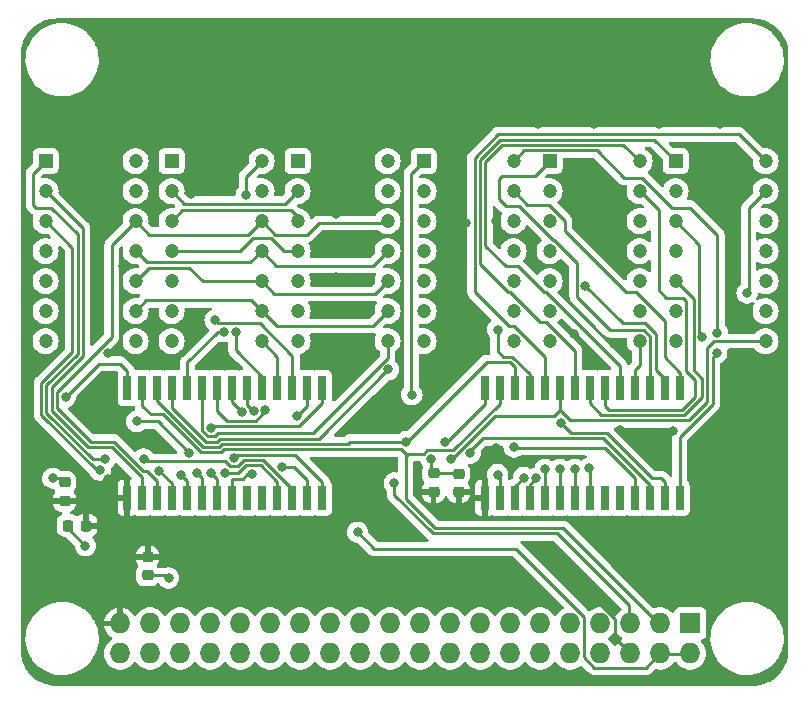
<source format=gtl>
%TF.GenerationSoftware,KiCad,Pcbnew,7.0.5*%
%TF.CreationDate,2023-07-26T15:52:38+03:00*%
%TF.ProjectId,ltp_kikad,6c74705f-6b69-46b6-9164-2e6b69636164,rev?*%
%TF.SameCoordinates,Original*%
%TF.FileFunction,Copper,L1,Top*%
%TF.FilePolarity,Positive*%
%FSLAX46Y46*%
G04 Gerber Fmt 4.6, Leading zero omitted, Abs format (unit mm)*
G04 Created by KiCad (PCBNEW 7.0.5) date 2023-07-26 15:52:38*
%MOMM*%
%LPD*%
G01*
G04 APERTURE LIST*
G04 Aperture macros list*
%AMRoundRect*
0 Rectangle with rounded corners*
0 $1 Rounding radius*
0 $2 $3 $4 $5 $6 $7 $8 $9 X,Y pos of 4 corners*
0 Add a 4 corners polygon primitive as box body*
4,1,4,$2,$3,$4,$5,$6,$7,$8,$9,$2,$3,0*
0 Add four circle primitives for the rounded corners*
1,1,$1+$1,$2,$3*
1,1,$1+$1,$4,$5*
1,1,$1+$1,$6,$7*
1,1,$1+$1,$8,$9*
0 Add four rect primitives between the rounded corners*
20,1,$1+$1,$2,$3,$4,$5,0*
20,1,$1+$1,$4,$5,$6,$7,0*
20,1,$1+$1,$6,$7,$8,$9,0*
20,1,$1+$1,$8,$9,$2,$3,0*%
G04 Aperture macros list end*
%TA.AperFunction,ComponentPad*%
%ADD10R,1.200000X1.200000*%
%TD*%
%TA.AperFunction,ComponentPad*%
%ADD11C,1.200000*%
%TD*%
%TA.AperFunction,SMDPad,CuDef*%
%ADD12RoundRect,0.225000X-0.250000X0.225000X-0.250000X-0.225000X0.250000X-0.225000X0.250000X0.225000X0*%
%TD*%
%TA.AperFunction,SMDPad,CuDef*%
%ADD13RoundRect,0.225000X0.225000X0.250000X-0.225000X0.250000X-0.225000X-0.250000X0.225000X-0.250000X0*%
%TD*%
%TA.AperFunction,SMDPad,CuDef*%
%ADD14R,0.650000X2.100000*%
%TD*%
%TA.AperFunction,ComponentPad*%
%ADD15R,1.727200X1.727200*%
%TD*%
%TA.AperFunction,ComponentPad*%
%ADD16O,1.727200X1.727200*%
%TD*%
%TA.AperFunction,ViaPad*%
%ADD17C,0.800000*%
%TD*%
%TA.AperFunction,Conductor*%
%ADD18C,0.250000*%
%TD*%
G04 APERTURE END LIST*
D10*
%TO.P,DS6,1,ANODE_COLUMN_2*%
%TO.N,2_an3*%
X174407900Y-65151000D03*
D11*
%TO.P,DS6,2,CATHODE_ROW_1*%
%TO.N,2_ca0*%
X174407900Y-67691000D03*
%TO.P,DS6,3,CATHODE_ROW_3*%
%TO.N,2_ca2*%
X174407900Y-70231000D03*
%TO.P,DS6,4,CATHODE_ROW_4*%
%TO.N,2_ca3*%
X174407900Y-72771000D03*
%TO.P,DS6,5,ANODE_COLUMN_1*%
%TO.N,2_an4*%
X174407900Y-75311000D03*
%TO.P,DS6,6,NO_PIN*%
%TO.N,unconnected-(DS6-NO_PIN-Pad6)*%
X174407900Y-77851000D03*
%TO.P,DS6,7,ANODE_DECIMAL_POINT*%
%TO.N,unconnected-(DS6-ANODE_DECIMAL_POINT-Pad7)*%
X174407900Y-80391000D03*
%TO.P,DS6,8,ANODE_COLUMN_3*%
%TO.N,2_an2*%
X182027900Y-80391000D03*
%TO.P,DS6,9,CATHODE_ROW_7*%
%TO.N,2_ca6*%
X182027900Y-77851000D03*
%TO.P,DS6,10,CATHODE_ROW_6*%
%TO.N,2_ca5*%
X182027900Y-75311000D03*
%TO.P,DS6,11,CATHODE__ROW_5*%
%TO.N,2_ca4*%
X182027900Y-72771000D03*
%TO.P,DS6,12,CAATHODE_ROW_2*%
%TO.N,2_ca1*%
X182027900Y-70231000D03*
%TO.P,DS6,13,ANODE_COLUMN_5*%
%TO.N,2_an0*%
X182027900Y-67691000D03*
%TO.P,DS6,14,ANODE_COLUMN_4*%
%TO.N,2_an1*%
X182027900Y-65151000D03*
%TD*%
D10*
%TO.P,DS3,1,ANODE_COLUMN_2*%
%TO.N,an3*%
X142403900Y-65148600D03*
D11*
%TO.P,DS3,2,CATHODE_ROW_1*%
%TO.N,ca0*%
X142403900Y-67688600D03*
%TO.P,DS3,3,CATHODE_ROW_3*%
%TO.N,ca2*%
X142403900Y-70228600D03*
%TO.P,DS3,4,CATHODE_ROW_4*%
%TO.N,ca3*%
X142403900Y-72768600D03*
%TO.P,DS3,5,ANODE_COLUMN_1*%
%TO.N,an4*%
X142403900Y-75308600D03*
%TO.P,DS3,6,NO_PIN*%
%TO.N,unconnected-(DS3-NO_PIN-Pad6)*%
X142403900Y-77848600D03*
%TO.P,DS3,7,ANODE_DECIMAL_POINT*%
%TO.N,unconnected-(DS3-ANODE_DECIMAL_POINT-Pad7)*%
X142403900Y-80388600D03*
%TO.P,DS3,8,ANODE_COLUMN_3*%
%TO.N,an2*%
X150023900Y-80388600D03*
%TO.P,DS3,9,CATHODE_ROW_7*%
%TO.N,ca6*%
X150023900Y-77848600D03*
%TO.P,DS3,10,CATHODE_ROW_6*%
%TO.N,ca5*%
X150023900Y-75308600D03*
%TO.P,DS3,11,CATHODE__ROW_5*%
%TO.N,ca4*%
X150023900Y-72768600D03*
%TO.P,DS3,12,CAATHODE_ROW_2*%
%TO.N,ca1*%
X150023900Y-70228600D03*
%TO.P,DS3,13,ANODE_COLUMN_5*%
%TO.N,an0*%
X150023900Y-67688600D03*
%TO.P,DS3,14,ANODE_COLUMN_4*%
%TO.N,an1*%
X150023900Y-65148600D03*
%TD*%
D12*
%TO.P,C7,1*%
%TO.N,+5V*%
X156037000Y-91615000D03*
%TO.P,C7,2*%
%TO.N,GND*%
X156037000Y-93165000D03*
%TD*%
D13*
%TO.P,C5,1*%
%TO.N,GND*%
X124509900Y-96009600D03*
%TO.P,C5,2*%
%TO.N,+5V*%
X122959900Y-96009600D03*
%TD*%
D14*
%TO.P,IC1,1,VSS*%
%TO.N,GND*%
X127988900Y-93661600D03*
%TO.P,IC1,2,COM0/AD*%
%TO.N,ca0*%
X129258900Y-93661600D03*
%TO.P,IC1,3,COM1/KS0*%
%TO.N,ca1*%
X130528900Y-93661600D03*
%TO.P,IC1,4,COM2/KS1*%
%TO.N,ca2*%
X131798900Y-93661600D03*
%TO.P,IC1,5,COM3/KS2*%
%TO.N,ca3*%
X133068900Y-93661600D03*
%TO.P,IC1,6,COM4*%
%TO.N,ca4*%
X134338900Y-93661600D03*
%TO.P,IC1,7,COM5*%
%TO.N,ca5*%
X135608900Y-93661600D03*
%TO.P,IC1,8,COM6*%
%TO.N,ca6*%
X136878900Y-93661600D03*
%TO.P,IC1,9,COM7*%
%TO.N,unconnected-(IC1-COM7-Pad9)*%
X138148900Y-93661600D03*
%TO.P,IC1,10,ROW15/K13/INT*%
%TO.N,unconnected-(IC1-ROW15{slash}K13{slash}INT-Pad10)*%
X139418900Y-93661600D03*
%TO.P,IC1,11,ROW14/K12*%
%TO.N,an14*%
X140688900Y-93661600D03*
%TO.P,IC1,12,ROW13/K11*%
%TO.N,an13*%
X141958900Y-93661600D03*
%TO.P,IC1,13,ROW12/K10*%
%TO.N,an12*%
X143228900Y-93661600D03*
%TO.P,IC1,14,ROW11/K9*%
%TO.N,an11*%
X144498900Y-93661600D03*
%TO.P,IC1,15,ROW10/K8*%
%TO.N,an10*%
X144498900Y-84361600D03*
%TO.P,IC1,16,ROW9/K7*%
%TO.N,an9*%
X143228900Y-84361600D03*
%TO.P,IC1,17,ROW8/K6*%
%TO.N,an8*%
X141958900Y-84361600D03*
%TO.P,IC1,18,ROW7/K5*%
%TO.N,an7*%
X140688900Y-84361600D03*
%TO.P,IC1,19,ROW6/K4*%
%TO.N,an6*%
X139418900Y-84361600D03*
%TO.P,IC1,20,ROW5/K3*%
%TO.N,an5*%
X138148900Y-84361600D03*
%TO.P,IC1,21,ROW4/K2*%
%TO.N,an4*%
X136878900Y-84361600D03*
%TO.P,IC1,22,ROW3/K1*%
%TO.N,an3*%
X135608900Y-84361600D03*
%TO.P,IC1,23,ROW2/A0*%
%TO.N,an2*%
X134338900Y-84361600D03*
%TO.P,IC1,24,ROW1/A1*%
%TO.N,an1*%
X133068900Y-84361600D03*
%TO.P,IC1,25,ROW0/A2*%
%TO.N,an0*%
X131798900Y-84361600D03*
%TO.P,IC1,26,SCL*%
%TO.N,SCL*%
X130528900Y-84361600D03*
%TO.P,IC1,27,SDA*%
%TO.N,SDA*%
X129258900Y-84361600D03*
%TO.P,IC1,28,VDD*%
%TO.N,+5V*%
X127988900Y-84361600D03*
%TD*%
D12*
%TO.P,C2,1*%
%TO.N,+5V*%
X153913900Y-91586600D03*
%TO.P,C2,2*%
%TO.N,GND*%
X153913900Y-93136600D03*
%TD*%
D10*
%TO.P,DS5,1,ANODE_COLUMN_2*%
%TO.N,2_an8*%
X163739900Y-65148600D03*
D11*
%TO.P,DS5,2,CATHODE_ROW_1*%
%TO.N,2_ca0*%
X163739900Y-67688600D03*
%TO.P,DS5,3,CATHODE_ROW_3*%
%TO.N,2_ca2*%
X163739900Y-70228600D03*
%TO.P,DS5,4,CATHODE_ROW_4*%
%TO.N,2_ca3*%
X163739900Y-72768600D03*
%TO.P,DS5,5,ANODE_COLUMN_1*%
%TO.N,2_an9*%
X163739900Y-75308600D03*
%TO.P,DS5,6,NO_PIN*%
%TO.N,unconnected-(DS5-NO_PIN-Pad6)*%
X163739900Y-77848600D03*
%TO.P,DS5,7,ANODE_DECIMAL_POINT*%
%TO.N,unconnected-(DS5-ANODE_DECIMAL_POINT-Pad7)*%
X163739900Y-80388600D03*
%TO.P,DS5,8,ANODE_COLUMN_3*%
%TO.N,2_an7*%
X171359900Y-80388600D03*
%TO.P,DS5,9,CATHODE_ROW_7*%
%TO.N,2_ca6*%
X171359900Y-77848600D03*
%TO.P,DS5,10,CATHODE_ROW_6*%
%TO.N,2_ca5*%
X171359900Y-75308600D03*
%TO.P,DS5,11,CATHODE__ROW_5*%
%TO.N,2_ca4*%
X171359900Y-72768600D03*
%TO.P,DS5,12,CAATHODE_ROW_2*%
%TO.N,2_ca1*%
X171359900Y-70228600D03*
%TO.P,DS5,13,ANODE_COLUMN_5*%
%TO.N,2_an5*%
X171359900Y-67688600D03*
%TO.P,DS5,14,ANODE_COLUMN_4*%
%TO.N,2_an6*%
X171359900Y-65148600D03*
%TD*%
D10*
%TO.P,DS2,1,ANODE_COLUMN_2*%
%TO.N,an8*%
X131735900Y-65148600D03*
D11*
%TO.P,DS2,2,CATHODE_ROW_1*%
%TO.N,ca0*%
X131735900Y-67688600D03*
%TO.P,DS2,3,CATHODE_ROW_3*%
%TO.N,ca2*%
X131735900Y-70228600D03*
%TO.P,DS2,4,CATHODE_ROW_4*%
%TO.N,ca3*%
X131735900Y-72768600D03*
%TO.P,DS2,5,ANODE_COLUMN_1*%
%TO.N,an9*%
X131735900Y-75308600D03*
%TO.P,DS2,6,NO_PIN*%
%TO.N,unconnected-(DS2-NO_PIN-Pad6)*%
X131735900Y-77848600D03*
%TO.P,DS2,7,ANODE_DECIMAL_POINT*%
%TO.N,unconnected-(DS2-ANODE_DECIMAL_POINT-Pad7)*%
X131735900Y-80388600D03*
%TO.P,DS2,8,ANODE_COLUMN_3*%
%TO.N,an7*%
X139355900Y-80388600D03*
%TO.P,DS2,9,CATHODE_ROW_7*%
%TO.N,ca6*%
X139355900Y-77848600D03*
%TO.P,DS2,10,CATHODE_ROW_6*%
%TO.N,ca5*%
X139355900Y-75308600D03*
%TO.P,DS2,11,CATHODE__ROW_5*%
%TO.N,ca4*%
X139355900Y-72768600D03*
%TO.P,DS2,12,CAATHODE_ROW_2*%
%TO.N,ca1*%
X139355900Y-70228600D03*
%TO.P,DS2,13,ANODE_COLUMN_5*%
%TO.N,an6*%
X139355900Y-67688600D03*
%TO.P,DS2,14,ANODE_COLUMN_4*%
%TO.N,an5*%
X139355900Y-65148600D03*
%TD*%
D10*
%TO.P,DS1,1,ANODE_COLUMN_2*%
%TO.N,an13*%
X121067900Y-65148600D03*
D11*
%TO.P,DS1,2,CATHODE_ROW_1*%
%TO.N,ca0*%
X121067900Y-67688600D03*
%TO.P,DS1,3,CATHODE_ROW_3*%
%TO.N,ca2*%
X121067900Y-70228600D03*
%TO.P,DS1,4,CATHODE_ROW_4*%
%TO.N,ca3*%
X121067900Y-72768600D03*
%TO.P,DS1,5,ANODE_COLUMN_1*%
%TO.N,an14*%
X121067900Y-75308600D03*
%TO.P,DS1,6,NO_PIN*%
%TO.N,unconnected-(DS1-NO_PIN-Pad6)*%
X121067900Y-77848600D03*
%TO.P,DS1,7,ANODE_DECIMAL_POINT*%
%TO.N,unconnected-(DS1-ANODE_DECIMAL_POINT-Pad7)*%
X121067900Y-80388600D03*
%TO.P,DS1,8,ANODE_COLUMN_3*%
%TO.N,an12*%
X128687900Y-80388600D03*
%TO.P,DS1,9,CATHODE_ROW_7*%
%TO.N,ca6*%
X128687900Y-77848600D03*
%TO.P,DS1,10,CATHODE_ROW_6*%
%TO.N,ca5*%
X128687900Y-75308600D03*
%TO.P,DS1,11,CATHODE__ROW_5*%
%TO.N,ca4*%
X128687900Y-72768600D03*
%TO.P,DS1,12,CAATHODE_ROW_2*%
%TO.N,ca1*%
X128687900Y-70228600D03*
%TO.P,DS1,13,ANODE_COLUMN_5*%
%TO.N,an10*%
X128687900Y-67688600D03*
%TO.P,DS1,14,ANODE_COLUMN_4*%
%TO.N,an11*%
X128687900Y-65148600D03*
%TD*%
D12*
%TO.P,C1,1*%
%TO.N,+5V*%
X122688900Y-92361600D03*
%TO.P,C1,2*%
%TO.N,GND*%
X122688900Y-93911600D03*
%TD*%
D15*
%TO.P,J2,1,3.3V*%
%TO.N,unconnected-(J2-3.3V-Pad1)*%
X175641000Y-104300000D03*
D16*
%TO.P,J2,2,5V*%
%TO.N,+5V*%
X175641000Y-106840000D03*
%TO.P,J2,3,BCM2_SDA*%
%TO.N,SDA*%
X173101000Y-104300000D03*
%TO.P,J2,4,5V*%
%TO.N,+5V*%
X173101000Y-106840000D03*
%TO.P,J2,5,BCM3_SCL*%
%TO.N,SCL*%
X170561000Y-104300000D03*
%TO.P,J2,6,GND*%
%TO.N,GND*%
X170561000Y-106840000D03*
%TO.P,J2,7,BCM4_GPCLK0*%
%TO.N,unconnected-(J2-BCM4_GPCLK0-Pad7)*%
X168021000Y-104300000D03*
%TO.P,J2,8,BCM14_TXD*%
%TO.N,unconnected-(J2-BCM14_TXD-Pad8)*%
X168021000Y-106840000D03*
%TO.P,J2,9,GND*%
%TO.N,unconnected-(J2-GND-Pad9)*%
X165481000Y-104300000D03*
%TO.P,J2,10,BCM15_RXD*%
%TO.N,unconnected-(J2-BCM15_RXD-Pad10)*%
X165481000Y-106840000D03*
%TO.P,J2,11,BCM17*%
%TO.N,unconnected-(J2-BCM17-Pad11)*%
X162941000Y-104300000D03*
%TO.P,J2,12,BCM18_PCM_C*%
%TO.N,unconnected-(J2-BCM18_PCM_C-Pad12)*%
X162941000Y-106840000D03*
%TO.P,J2,13,BCM27*%
%TO.N,unconnected-(J2-BCM27-Pad13)*%
X160401000Y-104300000D03*
%TO.P,J2,14,GND*%
%TO.N,unconnected-(J2-GND-Pad14)*%
X160401000Y-106840000D03*
%TO.P,J2,15,BCM22*%
%TO.N,unconnected-(J2-BCM22-Pad15)*%
X157861000Y-104300000D03*
%TO.P,J2,16,BCM23*%
%TO.N,unconnected-(J2-BCM23-Pad16)*%
X157861000Y-106840000D03*
%TO.P,J2,17,3.3V*%
%TO.N,unconnected-(J2-3.3V-Pad17)*%
X155321000Y-104300000D03*
%TO.P,J2,18,BCM24*%
%TO.N,unconnected-(J2-BCM24-Pad18)*%
X155321000Y-106840000D03*
%TO.P,J2,19,BCM10_MOSI*%
%TO.N,unconnected-(J2-BCM10_MOSI-Pad19)*%
X152781000Y-104300000D03*
%TO.P,J2,20,GND*%
%TO.N,unconnected-(J2-GND-Pad20)*%
X152781000Y-106840000D03*
%TO.P,J2,21,BCM9_MISO*%
%TO.N,unconnected-(J2-BCM9_MISO-Pad21)*%
X150241000Y-104300000D03*
%TO.P,J2,22,BCM25*%
%TO.N,unconnected-(J2-BCM25-Pad22)*%
X150241000Y-106840000D03*
%TO.P,J2,23,BCM11_SCLK*%
%TO.N,unconnected-(J2-BCM11_SCLK-Pad23)*%
X147701000Y-104300000D03*
%TO.P,J2,24,BCM8_CE0*%
%TO.N,unconnected-(J2-BCM8_CE0-Pad24)*%
X147701000Y-106840000D03*
%TO.P,J2,25,GND*%
%TO.N,unconnected-(J2-GND-Pad25)*%
X145161000Y-104300000D03*
%TO.P,J2,26,BCM7_CE1*%
%TO.N,unconnected-(J2-BCM7_CE1-Pad26)*%
X145161000Y-106840000D03*
%TO.P,J2,27,BCM0_ID_SD*%
%TO.N,unconnected-(J2-BCM0_ID_SD-Pad27)*%
X142621000Y-104300000D03*
%TO.P,J2,28,BCM1_ID_SC*%
%TO.N,unconnected-(J2-BCM1_ID_SC-Pad28)*%
X142621000Y-106840000D03*
%TO.P,J2,29,BCM5*%
%TO.N,unconnected-(J2-BCM5-Pad29)*%
X140081000Y-104300000D03*
%TO.P,J2,30,GND*%
%TO.N,unconnected-(J2-GND-Pad30)*%
X140081000Y-106840000D03*
%TO.P,J2,31,BCM6*%
%TO.N,unconnected-(J2-BCM6-Pad31)*%
X137541000Y-104300000D03*
%TO.P,J2,32,BCM12_PWM0*%
%TO.N,unconnected-(J2-BCM12_PWM0-Pad32)*%
X137541000Y-106840000D03*
%TO.P,J2,33,BCM13_PWM1*%
%TO.N,unconnected-(J2-BCM13_PWM1-Pad33)*%
X135001000Y-104300000D03*
%TO.P,J2,34,GND*%
%TO.N,unconnected-(J2-GND-Pad34)*%
X135001000Y-106840000D03*
%TO.P,J2,35,BCM19_MISO_PCM_FS*%
%TO.N,unconnected-(J2-BCM19_MISO_PCM_FS-Pad35)*%
X132461000Y-104300000D03*
%TO.P,J2,36,BCM16*%
%TO.N,unconnected-(J2-BCM16-Pad36)*%
X132461000Y-106840000D03*
%TO.P,J2,37,BCM26*%
%TO.N,unconnected-(J2-BCM26-Pad37)*%
X129921000Y-104300000D03*
%TO.P,J2,38,BCM20_MOSI_PCM_DI*%
%TO.N,unconnected-(J2-BCM20_MOSI_PCM_DI-Pad38)*%
X129921000Y-106840000D03*
%TO.P,J2,39,GND*%
%TO.N,GND*%
X127381000Y-104300000D03*
%TO.P,J2,40,BCM21_SCLK_PCM_DO*%
%TO.N,unconnected-(J2-BCM21_SCLK_PCM_DO-Pad40)*%
X127381000Y-106840000D03*
%TD*%
D12*
%TO.P,C6,1*%
%TO.N,GND*%
X129703900Y-98663600D03*
%TO.P,C6,2*%
%TO.N,+5V*%
X129703900Y-100213600D03*
%TD*%
D10*
%TO.P,DS4,1,ANODE_COLUMN_2*%
%TO.N,2_an13*%
X153071900Y-65148600D03*
D11*
%TO.P,DS4,2,CATHODE_ROW_1*%
%TO.N,2_ca0*%
X153071900Y-67688600D03*
%TO.P,DS4,3,CATHODE_ROW_3*%
%TO.N,2_ca2*%
X153071900Y-70228600D03*
%TO.P,DS4,4,CATHODE_ROW_4*%
%TO.N,2_ca3*%
X153071900Y-72768600D03*
%TO.P,DS4,5,ANODE_COLUMN_1*%
%TO.N,2_an14*%
X153071900Y-75308600D03*
%TO.P,DS4,6,NO_PIN*%
%TO.N,unconnected-(DS4-NO_PIN-Pad6)*%
X153071900Y-77848600D03*
%TO.P,DS4,7,ANODE_DECIMAL_POINT*%
%TO.N,unconnected-(DS4-ANODE_DECIMAL_POINT-Pad7)*%
X153071900Y-80388600D03*
%TO.P,DS4,8,ANODE_COLUMN_3*%
%TO.N,2_an12*%
X160691900Y-80388600D03*
%TO.P,DS4,9,CATHODE_ROW_7*%
%TO.N,2_ca6*%
X160691900Y-77848600D03*
%TO.P,DS4,10,CATHODE_ROW_6*%
%TO.N,2_ca5*%
X160691900Y-75308600D03*
%TO.P,DS4,11,CATHODE__ROW_5*%
%TO.N,2_ca4*%
X160691900Y-72768600D03*
%TO.P,DS4,12,CAATHODE_ROW_2*%
%TO.N,2_ca1*%
X160691900Y-70228600D03*
%TO.P,DS4,13,ANODE_COLUMN_5*%
%TO.N,2_an10*%
X160691900Y-67688600D03*
%TO.P,DS4,14,ANODE_COLUMN_4*%
%TO.N,2_an11*%
X160691900Y-65148600D03*
%TD*%
D14*
%TO.P,IC2,1,VSS*%
%TO.N,GND*%
X158258900Y-93661600D03*
%TO.P,IC2,2,COM0/AD*%
%TO.N,2_ca0*%
X159528900Y-93661600D03*
%TO.P,IC2,3,COM1/KS0*%
%TO.N,2_ca1*%
X160798900Y-93661600D03*
%TO.P,IC2,4,COM2/KS1*%
%TO.N,2_ca2*%
X162068900Y-93661600D03*
%TO.P,IC2,5,COM3/KS2*%
%TO.N,2_ca3*%
X163338900Y-93661600D03*
%TO.P,IC2,6,COM4*%
%TO.N,2_ca4*%
X164608900Y-93661600D03*
%TO.P,IC2,7,COM5*%
%TO.N,2_ca5*%
X165878900Y-93661600D03*
%TO.P,IC2,8,COM6*%
%TO.N,2_ca6*%
X167148900Y-93661600D03*
%TO.P,IC2,9,COM7*%
%TO.N,unconnected-(IC2-COM7-Pad9)*%
X168418900Y-93661600D03*
%TO.P,IC2,10,ROW15/K13/INT*%
%TO.N,unconnected-(IC2-ROW15{slash}K13{slash}INT-Pad10)*%
X169688900Y-93661600D03*
%TO.P,IC2,11,ROW14/K12*%
%TO.N,2_an14*%
X170958900Y-93661600D03*
%TO.P,IC2,12,ROW13/K11*%
%TO.N,2_an13*%
X172228900Y-93661600D03*
%TO.P,IC2,13,ROW12/K10*%
%TO.N,2_an12*%
X173498900Y-93661600D03*
%TO.P,IC2,14,ROW11/K9*%
%TO.N,2_an11*%
X174768900Y-93661600D03*
%TO.P,IC2,15,ROW10/K8*%
%TO.N,2_an10*%
X174768900Y-84361600D03*
%TO.P,IC2,16,ROW9/K7*%
%TO.N,2_an9*%
X173498900Y-84361600D03*
%TO.P,IC2,17,ROW8/K6*%
%TO.N,2_an8*%
X172228900Y-84361600D03*
%TO.P,IC2,18,ROW7/K5*%
%TO.N,2_an7*%
X170958900Y-84361600D03*
%TO.P,IC2,19,ROW6/K4*%
%TO.N,2_an6*%
X169688900Y-84361600D03*
%TO.P,IC2,20,ROW5/K3*%
%TO.N,2_an5*%
X168418900Y-84361600D03*
%TO.P,IC2,21,ROW4/K2*%
%TO.N,2_an4*%
X167148900Y-84361600D03*
%TO.P,IC2,22,ROW3/K1*%
%TO.N,2_an3*%
X165878900Y-84361600D03*
%TO.P,IC2,23,ROW2/A0*%
%TO.N,2_an2*%
X164608900Y-84361600D03*
%TO.P,IC2,24,ROW1/A1*%
%TO.N,2_an1*%
X163338900Y-84361600D03*
%TO.P,IC2,25,ROW0/A2*%
%TO.N,2_an0*%
X162068900Y-84361600D03*
%TO.P,IC2,26,SCL*%
%TO.N,SCL*%
X160798900Y-84361600D03*
%TO.P,IC2,27,SDA*%
%TO.N,SDA*%
X159528900Y-84361600D03*
%TO.P,IC2,28,VDD*%
%TO.N,+5V*%
X158258900Y-84361600D03*
%TD*%
D17*
%TO.N,GND*%
X147387000Y-93200000D03*
X133787000Y-96000000D03*
X131787000Y-97800000D03*
X135787000Y-81400000D03*
X155587000Y-66400000D03*
X172987000Y-62000000D03*
X162787000Y-62000000D03*
X167387000Y-81800000D03*
X165787000Y-79800000D03*
X159187000Y-70200000D03*
X169187000Y-80600000D03*
X154587000Y-75600000D03*
X154987000Y-79800000D03*
X150387000Y-86200000D03*
X130187000Y-62000000D03*
X151587000Y-62000000D03*
X140987000Y-62000000D03*
X172587000Y-90800000D03*
X174187000Y-88000000D03*
X154987000Y-83400000D03*
X159187000Y-89400000D03*
%TO.N,SCL*%
X150587000Y-92400000D03*
%TO.N,GND*%
X155987000Y-94800000D03*
%TO.N,2_an13*%
X152077000Y-84930000D03*
X157030197Y-89855797D03*
%TO.N,2_ca0*%
X159338900Y-91694000D03*
%TO.N,2_ca2*%
X162614400Y-91988419D03*
X176677500Y-80010000D03*
%TO.N,2_ca3*%
X163338900Y-91261100D03*
%TO.N,2_an14*%
X160730651Y-89353500D03*
%TO.N,2_an12*%
X164738299Y-87356701D03*
%TO.N,2_ca6*%
X167100201Y-91154201D03*
%TO.N,2_ca5*%
X165878900Y-91261100D03*
%TO.N,2_ca4*%
X164608900Y-91261100D03*
%TO.N,2_ca1*%
X161544000Y-91948000D03*
%TO.N,2_an11*%
X177899853Y-81379853D03*
X177927000Y-79666500D03*
%TO.N,2_an9*%
X166777576Y-75727100D03*
%TO.N,2_an2*%
X155433655Y-90361979D03*
%TO.N,2_an0*%
X159336983Y-79410771D03*
X180467000Y-76327000D03*
%TO.N,+5V*%
X154894077Y-88913363D03*
X122771500Y-85090000D03*
X121688900Y-92000000D03*
X153688900Y-90361600D03*
X147479700Y-96570800D03*
X131481900Y-100454600D03*
X124433400Y-97724100D03*
%TO.N,GND*%
X182987000Y-87200000D03*
X178187000Y-62000000D03*
X168487000Y-72800000D03*
X165735000Y-65405000D03*
X173355000Y-89789000D03*
X145669000Y-72517000D03*
X169687000Y-87900000D03*
X127635000Y-74041000D03*
X133985000Y-79756000D03*
X166287000Y-70100000D03*
X182987000Y-85200000D03*
X145669000Y-77724000D03*
X182987000Y-89408000D03*
X135487000Y-62000000D03*
X128179900Y-98676600D03*
X169291000Y-105537000D03*
X155987000Y-73200000D03*
X156887000Y-62000000D03*
X126365000Y-81407000D03*
X145669000Y-74930000D03*
X145669000Y-69596000D03*
X167487000Y-62000000D03*
X145669000Y-80899000D03*
X126229400Y-97452100D03*
X156887000Y-77800000D03*
X146087000Y-62000000D03*
X133350000Y-67945000D03*
X135255000Y-67437000D03*
X166878000Y-65405000D03*
X124987000Y-62100000D03*
X178435000Y-69469000D03*
X126492000Y-84074000D03*
X124688900Y-94361600D03*
X156687000Y-70400000D03*
X166287000Y-67700000D03*
X126353506Y-92073801D03*
%TO.N,SCL*%
X151587000Y-88900000D03*
%TO.N,ca2*%
X125683855Y-91331795D03*
X130701199Y-91349301D03*
%TO.N,ca3*%
X132497900Y-91691600D03*
%TO.N,ca4*%
X133876150Y-91548850D03*
%TO.N,ca5*%
X133245449Y-89824100D03*
X135040699Y-91526899D03*
X128787000Y-87187100D03*
%TO.N,ca6*%
X138557000Y-91620500D03*
%TO.N,an13*%
X126111000Y-90361600D03*
X129366398Y-90378102D03*
%TO.N,an14*%
X136271000Y-91584366D03*
%TO.N,an12*%
X141101449Y-91054551D03*
%TO.N,an10*%
X135100697Y-87719703D03*
%TO.N,an11*%
X137033000Y-90270500D03*
%TO.N,an9*%
X142372951Y-86726451D03*
%TO.N,an8*%
X135419500Y-78613000D03*
%TO.N,an6*%
X137160000Y-79591500D03*
%TO.N,an5*%
X138049000Y-68034000D03*
X138675693Y-86287100D03*
%TO.N,an4*%
X137676601Y-86373899D03*
%TO.N,an3*%
X139673384Y-86226948D03*
%TO.N,an1*%
X136144000Y-79591500D03*
%TO.N,an0*%
X150101601Y-82791601D03*
%TD*%
D18*
%TO.N,+5V*%
X171912400Y-108028600D02*
X173101000Y-106840000D01*
X166669600Y-107169535D02*
X167528665Y-108028600D01*
X160923935Y-97993200D02*
X166669600Y-103738865D01*
X166669600Y-103738865D02*
X166669600Y-107169535D01*
X148902100Y-97993200D02*
X160923935Y-97993200D01*
X147479700Y-96570800D02*
X148902100Y-97993200D01*
X167528665Y-108028600D02*
X171912400Y-108028600D01*
X158258900Y-85728100D02*
X158258900Y-84361600D01*
X154894077Y-88913363D02*
X155073637Y-88913363D01*
X155073637Y-88913363D02*
X158258900Y-85728100D01*
%TO.N,2_an3*%
X165878900Y-81219452D02*
X165878900Y-84361600D01*
X162941000Y-78773600D02*
X163433048Y-78773600D01*
X160401000Y-76233600D02*
X162941000Y-78773600D01*
X157862000Y-69913299D02*
X157862000Y-73843000D01*
X157837000Y-69888299D02*
X157862000Y-69913299D01*
X159562796Y-63323600D02*
X157837000Y-65049396D01*
X157862000Y-73843000D02*
X160252600Y-76233600D01*
X172582900Y-63323600D02*
X159562796Y-63323600D01*
X174407900Y-65148600D02*
X172582900Y-63323600D01*
X163433048Y-78773600D02*
X165878900Y-81219452D01*
X157837000Y-65049396D02*
X157837000Y-69888299D01*
X160252600Y-76233600D02*
X160401000Y-76233600D01*
%TO.N,2_an6*%
X169984900Y-63773600D02*
X171359900Y-65148600D01*
X159749192Y-63773600D02*
X169984900Y-63773600D01*
X158287000Y-65235792D02*
X159749192Y-63773600D01*
X158287000Y-69701903D02*
X158287000Y-65235792D01*
X161036000Y-74041000D02*
X160020000Y-74041000D01*
X160020000Y-74041000D02*
X158312000Y-72333000D01*
X163228600Y-76233600D02*
X161036000Y-74041000D01*
X163433048Y-76233600D02*
X163228600Y-76233600D01*
X158312000Y-72333000D02*
X158312000Y-69726903D01*
X158312000Y-69726903D02*
X158287000Y-69701903D01*
X169688900Y-82489452D02*
X163433048Y-76233600D01*
X169688900Y-84361600D02*
X169688900Y-82489452D01*
%TO.N,2_an1*%
X163338900Y-81727452D02*
X163338900Y-84361600D01*
X160732448Y-79121000D02*
X163338900Y-81727452D01*
X160274000Y-79121000D02*
X160732448Y-79121000D01*
X157412000Y-76259000D02*
X160274000Y-79121000D01*
X157387000Y-70074695D02*
X157412000Y-70099695D01*
X159376400Y-62873600D02*
X157387000Y-64863000D01*
X157387000Y-64863000D02*
X157387000Y-70074695D01*
X179752900Y-62873600D02*
X159376400Y-62873600D01*
X182027900Y-65148600D02*
X179752900Y-62873600D01*
X157412000Y-70099695D02*
X157412000Y-76259000D01*
%TO.N,SCL*%
X153861004Y-96661600D02*
X150587000Y-93387596D01*
X164352600Y-96661600D02*
X153861004Y-96661600D01*
X170457400Y-102766400D02*
X164352600Y-96661600D01*
X150587000Y-93387596D02*
X150587000Y-92400000D01*
X170457400Y-104354800D02*
X170457400Y-102766400D01*
%TO.N,SDA*%
X164854200Y-96211600D02*
X172997400Y-104354800D01*
X154047400Y-96211600D02*
X164854200Y-96211600D01*
X151557049Y-93721249D02*
X154047400Y-96211600D01*
X151557049Y-90141551D02*
X151557049Y-93721249D01*
X151787000Y-89911600D02*
X151557049Y-90141551D01*
X153388595Y-89636600D02*
X153113595Y-89911600D01*
X155587521Y-89637479D02*
X153990084Y-89637479D01*
X159528900Y-85696100D02*
X155587521Y-89637479D01*
X153990084Y-89637479D02*
X153989205Y-89636600D01*
X159528900Y-84361600D02*
X159528900Y-85696100D01*
X153989205Y-89636600D02*
X153388595Y-89636600D01*
X153113595Y-89911600D02*
X151787000Y-89911600D01*
%TO.N,SCL*%
X160798900Y-82566900D02*
X160798900Y-84361600D01*
X160401000Y-82169000D02*
X160798900Y-82566900D01*
X158426500Y-82169000D02*
X160401000Y-82169000D01*
X151695500Y-88900000D02*
X158426500Y-82169000D01*
X151587000Y-88900000D02*
X151695500Y-88900000D01*
X130528900Y-85445850D02*
X130528900Y-84361600D01*
X134427753Y-89344703D02*
X130528900Y-85445850D01*
X135773794Y-89344703D02*
X134427753Y-89344703D01*
X146652846Y-89096000D02*
X136022497Y-89096000D01*
X151587000Y-88900000D02*
X146848846Y-88900000D01*
X146848846Y-88900000D02*
X146652846Y-89096000D01*
X136022497Y-89096000D02*
X135773794Y-89344703D01*
%TO.N,SDA*%
X136208893Y-89546000D02*
X151133000Y-89546000D01*
X135960190Y-89794703D02*
X136208893Y-89546000D01*
X131046654Y-86600000D02*
X134241357Y-89794703D01*
X134241357Y-89794703D02*
X135960190Y-89794703D01*
X129987000Y-86600000D02*
X131046654Y-86600000D01*
X151133000Y-89546000D02*
X151642800Y-90055800D01*
X129258900Y-85871900D02*
X129987000Y-86600000D01*
X129258900Y-84361600D02*
X129258900Y-85871900D01*
%TO.N,2_an2*%
X177673000Y-80391000D02*
X182027900Y-80391000D01*
X177107000Y-80957000D02*
X177673000Y-80391000D01*
X175536000Y-87100000D02*
X177107000Y-85529000D01*
X165487000Y-87100000D02*
X175536000Y-87100000D01*
X165463299Y-87056396D02*
X165463299Y-87076299D01*
X177107000Y-85529000D02*
X177107000Y-80957000D01*
X165038604Y-86631701D02*
X165463299Y-87056396D01*
X165463299Y-87076299D02*
X165487000Y-87100000D01*
X165018701Y-86631701D02*
X165038604Y-86631701D01*
X164608900Y-84361600D02*
X164608900Y-86221900D01*
X164608900Y-86221900D02*
X165018701Y-86631701D01*
%TO.N,ca4*%
X148792500Y-74000000D02*
X150023900Y-72768600D01*
X140587300Y-74000000D02*
X148792500Y-74000000D01*
X139355900Y-72768600D02*
X140587300Y-74000000D01*
%TO.N,ca1*%
X144187000Y-70400000D02*
X149852500Y-70400000D01*
X143187000Y-71400000D02*
X144187000Y-70400000D01*
X140527300Y-71400000D02*
X143187000Y-71400000D01*
X139355900Y-70228600D02*
X140527300Y-71400000D01*
X149852500Y-70400000D02*
X150023900Y-70228600D01*
%TO.N,2_an13*%
X152019000Y-66201500D02*
X153071900Y-65148600D01*
X168258000Y-88629000D02*
X158098000Y-88629000D01*
X172228900Y-93661600D02*
X172228900Y-92599900D01*
X158098000Y-88629000D02*
X157030197Y-89696803D01*
X152077000Y-84930000D02*
X152019000Y-84872000D01*
X152019000Y-84872000D02*
X152019000Y-66201500D01*
X172228900Y-92599900D02*
X168258000Y-88629000D01*
X157030197Y-89696803D02*
X157030197Y-89855797D01*
%TO.N,2_ca0*%
X159528900Y-91884000D02*
X159528900Y-93661600D01*
X159338900Y-91694000D02*
X159528900Y-91884000D01*
%TO.N,2_ca2*%
X176677500Y-80010000D02*
X176403000Y-79735500D01*
X162614400Y-91988419D02*
X162068900Y-92533919D01*
X162068900Y-92533919D02*
X162068900Y-93661600D01*
X176403000Y-79735500D02*
X176403000Y-72223700D01*
X176403000Y-72223700D02*
X174407900Y-70228600D01*
%TO.N,2_ca3*%
X163338900Y-91261100D02*
X163338900Y-93661600D01*
%TO.N,2_an14*%
X160730651Y-89353500D02*
X160812001Y-89434850D01*
X160812001Y-89434850D02*
X168428850Y-89434850D01*
X170958900Y-91964900D02*
X170958900Y-93661600D01*
X168428850Y-89434850D02*
X170958900Y-91964900D01*
%TO.N,2_an12*%
X173498900Y-93661600D02*
X173498900Y-92311900D01*
X173187000Y-92000000D02*
X172391000Y-92000000D01*
X168570000Y-88179000D02*
X165560598Y-88179000D01*
X173498900Y-92311900D02*
X173187000Y-92000000D01*
X172391000Y-92000000D02*
X168570000Y-88179000D01*
X165560598Y-88179000D02*
X164738299Y-87356701D01*
%TO.N,2_ca6*%
X167148900Y-91202900D02*
X167148900Y-93661600D01*
X167100201Y-91154201D02*
X167148900Y-91202900D01*
%TO.N,2_ca5*%
X165878900Y-91261100D02*
X165878900Y-93661600D01*
%TO.N,2_ca4*%
X164608900Y-91261100D02*
X164608900Y-93661600D01*
%TO.N,2_ca1*%
X161544000Y-91948000D02*
X160798900Y-92693100D01*
X160798900Y-92693100D02*
X160798900Y-93661600D01*
%TO.N,2_an10*%
X174768900Y-83056595D02*
X173482900Y-81770595D01*
X161837300Y-68834000D02*
X160691900Y-67688600D01*
X173482900Y-81770595D02*
X173482900Y-78663452D01*
X163653448Y-68834000D02*
X161837300Y-68834000D01*
X165011724Y-71031724D02*
X165011724Y-70192276D01*
X165011724Y-70192276D02*
X163653448Y-68834000D01*
X173482900Y-78663452D02*
X171053048Y-76233600D01*
X174768900Y-84361600D02*
X174768900Y-83056595D01*
X171053048Y-76233600D02*
X170213600Y-76233600D01*
X170213600Y-76233600D02*
X165011724Y-71031724D01*
%TO.N,2_an11*%
X177927000Y-79666500D02*
X177927000Y-71374000D01*
X177557000Y-81722706D02*
X177899853Y-81379853D01*
X174117000Y-69088000D02*
X171577000Y-66548000D01*
X174768900Y-91338302D02*
X174768900Y-88503496D01*
X161616900Y-64223600D02*
X160691900Y-65148600D01*
X174768900Y-91338302D02*
X174768900Y-93661600D01*
X170053000Y-66548000D02*
X167728600Y-64223600D01*
X171577000Y-66548000D02*
X170053000Y-66548000D01*
X175986000Y-87286396D02*
X177557000Y-85715396D01*
X177927000Y-71374000D02*
X175641000Y-69088000D01*
X177557000Y-85715396D02*
X177557000Y-81722706D01*
X167728600Y-64223600D02*
X161616900Y-64223600D01*
X174768900Y-88503496D02*
X175986000Y-87286396D01*
X175641000Y-69088000D02*
X174117000Y-69088000D01*
%TO.N,2_an8*%
X161164152Y-68961000D02*
X164046752Y-71843600D01*
X172284900Y-80005452D02*
X172284900Y-84305600D01*
X159437000Y-66682804D02*
X159437000Y-68378000D01*
X164046752Y-71843600D02*
X164123048Y-71843600D01*
X166053076Y-73773628D02*
X166053076Y-76645076D01*
X163739900Y-65148600D02*
X162467500Y-66421000D01*
X168871600Y-79463600D02*
X171743048Y-79463600D01*
X166053076Y-76645076D02*
X168871600Y-79463600D01*
X171743048Y-79463600D02*
X172284900Y-80005452D01*
X159698804Y-66421000D02*
X159437000Y-66682804D01*
X172284900Y-84305600D02*
X172228900Y-84361600D01*
X159437000Y-68378000D02*
X160020000Y-68961000D01*
X160020000Y-68961000D02*
X161164152Y-68961000D01*
X162467500Y-66421000D02*
X159698804Y-66421000D01*
X164123048Y-71843600D02*
X166053076Y-73773628D01*
%TO.N,2_an9*%
X173487000Y-84349700D02*
X173498900Y-84361600D01*
X172734900Y-82872600D02*
X172734900Y-79819056D01*
X163739900Y-75515854D02*
X163739900Y-75308600D01*
X173498900Y-83636600D02*
X172734900Y-82872600D01*
X169917476Y-78867000D02*
X166777576Y-75727100D01*
X173498900Y-84361600D02*
X173498900Y-83636600D01*
X171782844Y-78867000D02*
X169917476Y-78867000D01*
X172734900Y-79819056D02*
X171782844Y-78867000D01*
%TO.N,2_an7*%
X171359900Y-82403000D02*
X170958900Y-82804000D01*
X170958900Y-84361600D02*
X170958900Y-82804000D01*
X171359900Y-80388600D02*
X171359900Y-82403000D01*
%TO.N,2_an5*%
X175006000Y-76708000D02*
X173609000Y-76708000D01*
X174955500Y-86200000D02*
X168750000Y-86200000D01*
X168418900Y-85868900D02*
X168418900Y-84361600D01*
X175332900Y-77034900D02*
X175006000Y-76708000D01*
X176043750Y-83643350D02*
X175332900Y-82932500D01*
X172974000Y-69302700D02*
X171359900Y-67688600D01*
X168750000Y-86200000D02*
X168418900Y-85868900D01*
X176043750Y-85111750D02*
X174955500Y-86200000D01*
X172974000Y-76073000D02*
X172974000Y-69302700D01*
X173609000Y-76708000D02*
X172974000Y-76073000D01*
X176043750Y-85111750D02*
X176043750Y-83643350D01*
X175332900Y-82932500D02*
X175332900Y-77034900D01*
%TO.N,2_an4*%
X176657000Y-83566000D02*
X176657000Y-85123104D01*
X175141896Y-86650000D02*
X168137300Y-86650000D01*
X167148900Y-85661900D02*
X167148900Y-84361600D01*
X174407900Y-75311000D02*
X175953000Y-76856100D01*
X176657000Y-85123104D02*
X176657000Y-85134896D01*
X168137300Y-86650000D02*
X167148900Y-85661600D01*
X175953000Y-76856100D02*
X175953000Y-82862000D01*
X167148900Y-85661600D02*
X167148900Y-84361600D01*
X176657000Y-85134896D02*
X175141896Y-86650000D01*
X175953000Y-82862000D02*
X176657000Y-83566000D01*
X176657000Y-85123104D02*
X176493750Y-85286354D01*
%TO.N,2_an2*%
X164608900Y-86216100D02*
X164608900Y-84361600D01*
X155433655Y-90361979D02*
X155499417Y-90361979D01*
X159120396Y-86741000D02*
X164084000Y-86741000D01*
X155499417Y-90361979D02*
X159120396Y-86741000D01*
X164084000Y-86741000D02*
X164608900Y-86216100D01*
X164608900Y-84361600D02*
X164608900Y-85995900D01*
%TO.N,2_an0*%
X160587396Y-81719000D02*
X162068900Y-83200504D01*
X159336983Y-79410771D02*
X159336983Y-81231983D01*
X159824000Y-81719000D02*
X160587396Y-81719000D01*
X159336983Y-81231983D02*
X159824000Y-81719000D01*
X162068900Y-83200504D02*
X162068900Y-84361600D01*
X182027900Y-67691000D02*
X180594000Y-69124900D01*
X180594000Y-76200000D02*
X180467000Y-76327000D01*
X180594000Y-69124900D02*
X180594000Y-76200000D01*
%TO.N,+5V*%
X131240900Y-100213600D02*
X131481900Y-100454600D01*
X122959900Y-96250600D02*
X124433400Y-97724100D01*
X127988900Y-82931000D02*
X127988900Y-84361600D01*
X125565500Y-82296000D02*
X122771500Y-85090000D01*
X153688900Y-91361600D02*
X153913900Y-91586600D01*
X122327300Y-92000000D02*
X122688900Y-92361600D01*
X156008600Y-91586600D02*
X156037000Y-91615000D01*
X122959900Y-96009600D02*
X122959900Y-96250600D01*
X121688900Y-92000000D02*
X122327300Y-92000000D01*
X175537400Y-106894800D02*
X172997400Y-106894800D01*
X127988900Y-82931000D02*
X127353900Y-82296000D01*
X127353900Y-82296000D02*
X125565500Y-82296000D01*
X153913900Y-91586600D02*
X156008600Y-91586600D01*
X129703900Y-100213600D02*
X131240900Y-100213600D01*
X153688900Y-90361600D02*
X153688900Y-91361600D01*
%TO.N,GND*%
X169287000Y-103885065D02*
X169287000Y-105533000D01*
X169291000Y-105537000D02*
X169287000Y-105541000D01*
X128192900Y-98663600D02*
X128179900Y-98676600D01*
X169287000Y-105566000D02*
X170561000Y-106840000D01*
X162785535Y-97383600D02*
X169287000Y-103885065D01*
X169287000Y-105541000D02*
X169287000Y-105566000D01*
X169287000Y-105533000D02*
X169291000Y-105537000D01*
%TO.N,ca0*%
X124239400Y-81656788D02*
X121597000Y-84299188D01*
X132806300Y-68759000D02*
X141333500Y-68759000D01*
X124688900Y-89361600D02*
X126688900Y-89361600D01*
X129258900Y-91931600D02*
X129258900Y-93661600D01*
X121068900Y-67661600D02*
X124239400Y-70832100D01*
X141333500Y-68759000D02*
X142403900Y-67688600D01*
X126688900Y-89361600D02*
X129258900Y-91931600D01*
X121597000Y-86269700D02*
X124688900Y-89361600D01*
X131735900Y-67688600D02*
X132806300Y-68759000D01*
X141333000Y-68759500D02*
X133186404Y-68759500D01*
X124239400Y-70832100D02*
X124239400Y-81656788D01*
X142403900Y-67688600D02*
X141333000Y-68759500D01*
X121597000Y-84299188D02*
X121597000Y-86269700D01*
%TO.N,ca1*%
X126677000Y-80030792D02*
X122047000Y-84660792D01*
X128687900Y-70228600D02*
X126677000Y-72239500D01*
X128687900Y-70228600D02*
X129833300Y-71374000D01*
X129688900Y-91361600D02*
X130528900Y-92201600D01*
X126677000Y-72239500D02*
X126677000Y-80030792D01*
X122047000Y-86083304D02*
X124875296Y-88911600D01*
X126875296Y-88911600D02*
X129325296Y-91361600D01*
X129325296Y-91361600D02*
X129688900Y-91361600D01*
X138210500Y-71374000D02*
X139355900Y-70228600D01*
X129833300Y-71374000D02*
X138210500Y-71374000D01*
X124875296Y-88911600D02*
X126875296Y-88911600D01*
X130528900Y-92201600D02*
X130528900Y-93661600D01*
X122047000Y-84660792D02*
X122047000Y-86083304D01*
%TO.N,ca2*%
X125386303Y-91331795D02*
X120697000Y-86642492D01*
X130701199Y-91349301D02*
X131798900Y-92447002D01*
X142403900Y-69886900D02*
X141820600Y-69303600D01*
X120697000Y-83926396D02*
X123339400Y-81283996D01*
X125683855Y-91331795D02*
X125386303Y-91331795D01*
X123339400Y-81283996D02*
X123339400Y-72472100D01*
X120697000Y-86642492D02*
X120697000Y-83926396D01*
X123339400Y-72472100D02*
X121068900Y-70201600D01*
X142403900Y-70228600D02*
X142403900Y-69886900D01*
X132193900Y-70228600D02*
X132193900Y-70110100D01*
X132660900Y-69303600D02*
X131735900Y-70228600D01*
X141820600Y-69303600D02*
X132660900Y-69303600D01*
X131798900Y-92447002D02*
X131798900Y-93661600D01*
%TO.N,ca3*%
X137543400Y-72768600D02*
X138639452Y-71672548D01*
X141259504Y-72768600D02*
X142403900Y-72768600D01*
X133068900Y-93661600D02*
X133068900Y-92262600D01*
X138639452Y-71672548D02*
X140163452Y-71672548D01*
X133068900Y-92262600D02*
X132497900Y-91691600D01*
X140163452Y-71672548D02*
X141259504Y-72768600D01*
X131735900Y-72768600D02*
X137543400Y-72768600D01*
%TO.N,ca4*%
X134338900Y-92011600D02*
X134338900Y-93661600D01*
X129637300Y-73718000D02*
X138406500Y-73718000D01*
X133876150Y-91548850D02*
X134338900Y-92011600D01*
X128687900Y-72768600D02*
X129637300Y-73718000D01*
X138406500Y-73718000D02*
X139355900Y-72768600D01*
%TO.N,ca5*%
X130563013Y-87187100D02*
X128787000Y-87187100D01*
X133223000Y-74168000D02*
X129828500Y-74168000D01*
X139355900Y-75308600D02*
X134363600Y-75308600D01*
X150023900Y-75308600D02*
X148932500Y-76400000D01*
X133245449Y-89824100D02*
X133200013Y-89824100D01*
X129828500Y-74168000D02*
X128687900Y-75308600D01*
X133200013Y-89824100D02*
X130563013Y-87187100D01*
X134363600Y-75308600D02*
X133223000Y-74168000D01*
X135608900Y-92095100D02*
X135040699Y-91526899D01*
X135608900Y-93661600D02*
X135608900Y-92095100D01*
X140447300Y-76400000D02*
X139355900Y-75308600D01*
X148932500Y-76400000D02*
X140447300Y-76400000D01*
%TO.N,ca6*%
X139355900Y-77848600D02*
X140625900Y-79118600D01*
X138165000Y-91620500D02*
X137751134Y-92034366D01*
X137751134Y-92034366D02*
X136906000Y-92034366D01*
X136906000Y-92034366D02*
X136878900Y-92061466D01*
X138557000Y-91620500D02*
X138165000Y-91620500D01*
X140625900Y-79118600D02*
X148753900Y-79118600D01*
X138430900Y-76923600D02*
X139355900Y-77848600D01*
X148753900Y-79118600D02*
X150023900Y-77848600D01*
X136878900Y-92061466D02*
X136878900Y-93661600D01*
X129612900Y-76923600D02*
X138430900Y-76923600D01*
X128687900Y-77848600D02*
X129612900Y-76923600D01*
%TO.N,an13*%
X123789400Y-71338400D02*
X121539000Y-69088000D01*
X121147000Y-86456096D02*
X121147000Y-84112792D01*
X137333305Y-90995500D02*
X136707439Y-90995500D01*
X120015000Y-68834000D02*
X120015000Y-66201500D01*
X120269000Y-69088000D02*
X120015000Y-68834000D01*
X120015000Y-66201500D02*
X121067900Y-65148600D01*
X136707439Y-90995500D02*
X136262939Y-90551000D01*
X136262939Y-90551000D02*
X129539296Y-90551000D01*
X121147000Y-84112792D02*
X123789400Y-81470392D01*
X141958900Y-92936600D02*
X139468300Y-90446000D01*
X121539000Y-69088000D02*
X120269000Y-69088000D01*
X141958900Y-93661600D02*
X141958900Y-92936600D01*
X137882805Y-90446000D02*
X137333305Y-90995500D01*
X125052504Y-90361600D02*
X121147000Y-86456096D01*
X126111000Y-90361600D02*
X125052504Y-90361600D01*
X123789400Y-81470392D02*
X123789400Y-71338400D01*
X129539296Y-90551000D02*
X129366398Y-90378102D01*
X139468300Y-90446000D02*
X137882805Y-90446000D01*
%TO.N,an14*%
X138069201Y-90896000D02*
X139281904Y-90896000D01*
X136271000Y-91584366D02*
X137380835Y-91584366D01*
X139281904Y-90896000D02*
X140688900Y-92302996D01*
X137380835Y-91584366D02*
X138069201Y-90896000D01*
X140688900Y-92302996D02*
X140688900Y-93661600D01*
%TO.N,an12*%
X141101449Y-91054551D02*
X142108551Y-91054551D01*
X142108551Y-91054551D02*
X143228900Y-92174900D01*
X143228900Y-92174900D02*
X143228900Y-93661600D01*
%TO.N,an10*%
X135248400Y-87572000D02*
X142552000Y-87572000D01*
X142552000Y-87572000D02*
X144498900Y-85625100D01*
X135100697Y-87719703D02*
X135248400Y-87572000D01*
X144498900Y-85625100D02*
X144498900Y-84361600D01*
%TO.N,an11*%
X142193000Y-89996000D02*
X144498900Y-92301900D01*
X137033000Y-90270500D02*
X137307500Y-89996000D01*
X144498900Y-92301900D02*
X144498900Y-93661600D01*
X137307500Y-89996000D02*
X142193000Y-89996000D01*
%TO.N,an9*%
X142372951Y-86726451D02*
X143228900Y-85870502D01*
X143228900Y-85870502D02*
X143228900Y-84361600D01*
%TO.N,an8*%
X135419500Y-78613000D02*
X135673500Y-78867000D01*
X141958900Y-81633324D02*
X141958900Y-84361600D01*
X135673500Y-78867000D02*
X139192576Y-78867000D01*
X139192576Y-78867000D02*
X141958900Y-81633324D01*
%TO.N,an7*%
X140688900Y-84361600D02*
X140688900Y-81721600D01*
X140688900Y-81721600D02*
X139355900Y-80388600D01*
%TO.N,an6*%
X137160000Y-79591500D02*
X137160000Y-81153000D01*
X137160000Y-81153000D02*
X139418900Y-83411900D01*
X139418900Y-83411900D02*
X139418900Y-84361600D01*
%TO.N,an5*%
X138049000Y-68034000D02*
X138049000Y-66455500D01*
X138614400Y-86287100D02*
X138148900Y-85821600D01*
X138049000Y-66455500D02*
X139355900Y-65148600D01*
X138148900Y-85821600D02*
X138148900Y-84361600D01*
X138675693Y-86287100D02*
X138614400Y-86287100D01*
%TO.N,an4*%
X136878900Y-85576198D02*
X137676601Y-86373899D01*
X136878900Y-84361600D02*
X136878900Y-85576198D01*
%TO.N,an3*%
X136449300Y-87122000D02*
X135608900Y-86281600D01*
X139400693Y-86499639D02*
X139400693Y-86587405D01*
X139673384Y-86226948D02*
X139400693Y-86499639D01*
X135608900Y-86281600D02*
X135608900Y-84361600D01*
X138866098Y-87122000D02*
X136449300Y-87122000D01*
X139400693Y-86587405D02*
X138866098Y-87122000D01*
%TO.N,an2*%
X134338900Y-87982504D02*
X134338900Y-84361600D01*
X143730604Y-88138000D02*
X135707705Y-88138000D01*
X135707705Y-88138000D02*
X135401002Y-88444703D01*
X150023900Y-81844704D02*
X143730604Y-88138000D01*
X134801099Y-88444703D02*
X134338900Y-87982504D01*
X135401002Y-88444703D02*
X134801099Y-88444703D01*
X150023900Y-80388600D02*
X150023900Y-81844704D01*
%TO.N,an1*%
X135673500Y-79591500D02*
X133068900Y-82196100D01*
X133068900Y-82196100D02*
X133068900Y-84361600D01*
X136144000Y-79591500D02*
X135673500Y-79591500D01*
%TO.N,an0*%
X131798900Y-86078900D02*
X131798900Y-84361600D01*
X135587398Y-88894703D02*
X134614703Y-88894703D01*
X135836101Y-88646000D02*
X135587398Y-88894703D01*
X134614703Y-88894703D02*
X131798900Y-86078900D01*
X150101601Y-82791601D02*
X144247202Y-88646000D01*
X144247202Y-88646000D02*
X135836101Y-88646000D01*
%TD*%
%TA.AperFunction,Conductor*%
%TO.N,GND*%
G36*
X169372905Y-104983753D02*
G01*
X169394804Y-105009025D01*
X169480844Y-105140719D01*
X169480849Y-105140724D01*
X169480850Y-105140727D01*
X169633605Y-105306661D01*
X169633954Y-105307040D01*
X169812351Y-105445893D01*
X169812353Y-105445894D01*
X169812360Y-105445899D01*
X169840689Y-105461229D01*
X169890280Y-105510447D01*
X169905390Y-105578664D01*
X169881220Y-105644220D01*
X169840694Y-105679337D01*
X169812628Y-105694526D01*
X169812623Y-105694529D01*
X169634296Y-105833327D01*
X169634284Y-105833338D01*
X169481240Y-105999588D01*
X169481238Y-105999590D01*
X169395106Y-106131425D01*
X169341960Y-106176781D01*
X169272729Y-106186205D01*
X169209393Y-106156703D01*
X169187493Y-106131430D01*
X169101156Y-105999281D01*
X169101149Y-105999274D01*
X169101149Y-105999272D01*
X168948049Y-105832963D01*
X168948048Y-105832962D01*
X168948046Y-105832960D01*
X168769649Y-105694107D01*
X168769647Y-105694106D01*
X168769646Y-105694105D01*
X168769639Y-105694100D01*
X168741836Y-105679055D01*
X168692244Y-105629837D01*
X168677135Y-105561620D01*
X168701306Y-105496064D01*
X168741836Y-105460945D01*
X168769639Y-105445899D01*
X168769645Y-105445895D01*
X168769649Y-105445893D01*
X168948046Y-105307040D01*
X169101156Y-105140719D01*
X169187193Y-105009028D01*
X169240338Y-104963675D01*
X169309569Y-104954251D01*
X169372905Y-104983753D01*
G37*
%TD.AperFunction*%
%TA.AperFunction,Conductor*%
G36*
X164109187Y-97306785D02*
G01*
X164129829Y-97323419D01*
X169795582Y-102989172D01*
X169829066Y-103050493D01*
X169831900Y-103076851D01*
X169831900Y-103078271D01*
X169812215Y-103145310D01*
X169784063Y-103176124D01*
X169633955Y-103292958D01*
X169633950Y-103292963D01*
X169480850Y-103459272D01*
X169480842Y-103459283D01*
X169394808Y-103590968D01*
X169341662Y-103636325D01*
X169272430Y-103645748D01*
X169209095Y-103616246D01*
X169187192Y-103590968D01*
X169101157Y-103459283D01*
X169101149Y-103459272D01*
X168948049Y-103292963D01*
X168948048Y-103292962D01*
X168948046Y-103292960D01*
X168769649Y-103154107D01*
X168630594Y-103078854D01*
X168570832Y-103046512D01*
X168570827Y-103046510D01*
X168357017Y-102973109D01*
X168172434Y-102942308D01*
X168134033Y-102935900D01*
X167907967Y-102935900D01*
X167869566Y-102942308D01*
X167684982Y-102973109D01*
X167471172Y-103046510D01*
X167471167Y-103046512D01*
X167272348Y-103154108D01*
X167272342Y-103154112D01*
X167188425Y-103219428D01*
X167123431Y-103245071D01*
X167054891Y-103231504D01*
X167024582Y-103209256D01*
X161424738Y-97609412D01*
X161414915Y-97597150D01*
X161414694Y-97597334D01*
X161409721Y-97591322D01*
X161360001Y-97544632D01*
X161358601Y-97543275D01*
X161338410Y-97523083D01*
X161332920Y-97518824D01*
X161328495Y-97515045D01*
X161314059Y-97501489D01*
X161278667Y-97441247D01*
X161281462Y-97371433D01*
X161321557Y-97314214D01*
X161386223Y-97287754D01*
X161398946Y-97287100D01*
X164042148Y-97287100D01*
X164109187Y-97306785D01*
G37*
%TD.AperFunction*%
%TA.AperFunction,Conductor*%
G36*
X174429981Y-87745185D02*
G01*
X174475736Y-87797989D01*
X174485680Y-87867147D01*
X174456655Y-87930703D01*
X174450632Y-87937171D01*
X174416556Y-87971248D01*
X174385108Y-88002696D01*
X174372851Y-88012516D01*
X174373034Y-88012737D01*
X174367022Y-88017710D01*
X174320332Y-88067428D01*
X174318979Y-88068825D01*
X174298789Y-88089015D01*
X174298777Y-88089028D01*
X174294521Y-88094513D01*
X174290737Y-88098943D01*
X174258837Y-88132914D01*
X174258836Y-88132916D01*
X174249184Y-88150472D01*
X174238510Y-88166722D01*
X174226229Y-88182557D01*
X174226224Y-88182564D01*
X174207715Y-88225334D01*
X174205145Y-88230580D01*
X174182703Y-88271402D01*
X174177722Y-88290803D01*
X174171421Y-88309206D01*
X174163462Y-88327598D01*
X174163461Y-88327601D01*
X174156171Y-88373623D01*
X174154987Y-88379342D01*
X174143401Y-88424468D01*
X174143400Y-88424478D01*
X174143400Y-88444512D01*
X174141873Y-88463911D01*
X174138740Y-88483690D01*
X174138740Y-88483691D01*
X174143125Y-88530079D01*
X174143400Y-88535917D01*
X174143400Y-91769767D01*
X174123715Y-91836806D01*
X174070911Y-91882561D01*
X174001753Y-91892505D01*
X173940360Y-91865311D01*
X173922593Y-91850613D01*
X173918281Y-91846690D01*
X173687802Y-91616211D01*
X173677980Y-91603950D01*
X173677759Y-91604134D01*
X173672786Y-91598122D01*
X173623066Y-91551432D01*
X173621666Y-91550075D01*
X173601476Y-91529884D01*
X173595986Y-91525625D01*
X173591561Y-91521847D01*
X173557582Y-91489938D01*
X173557580Y-91489936D01*
X173557577Y-91489935D01*
X173540029Y-91480288D01*
X173523763Y-91469604D01*
X173507933Y-91457325D01*
X173465168Y-91438818D01*
X173459922Y-91436248D01*
X173419093Y-91413803D01*
X173419092Y-91413802D01*
X173399693Y-91408822D01*
X173381281Y-91402518D01*
X173362898Y-91394562D01*
X173362892Y-91394560D01*
X173316874Y-91387272D01*
X173311152Y-91386087D01*
X173266021Y-91374500D01*
X173266019Y-91374500D01*
X173245984Y-91374500D01*
X173226586Y-91372973D01*
X173214425Y-91371047D01*
X173206805Y-91369840D01*
X173206804Y-91369840D01*
X173160416Y-91374225D01*
X173154578Y-91374500D01*
X172701452Y-91374500D01*
X172634413Y-91354815D01*
X172613771Y-91338181D01*
X169212772Y-87937181D01*
X169179287Y-87875858D01*
X169184271Y-87806166D01*
X169226143Y-87750233D01*
X169291607Y-87725816D01*
X169300453Y-87725500D01*
X174362942Y-87725500D01*
X174429981Y-87745185D01*
G37*
%TD.AperFunction*%
%TA.AperFunction,Conductor*%
G36*
X127110487Y-82941185D02*
G01*
X127131129Y-82957819D01*
X127169860Y-82996550D01*
X127203345Y-83057873D01*
X127198361Y-83127564D01*
X127169808Y-83204117D01*
X127163401Y-83263716D01*
X127163401Y-83263723D01*
X127163400Y-83263735D01*
X127163400Y-85459470D01*
X127163401Y-85459476D01*
X127169808Y-85519083D01*
X127220102Y-85653928D01*
X127220106Y-85653935D01*
X127306352Y-85769144D01*
X127306355Y-85769147D01*
X127421564Y-85855393D01*
X127421571Y-85855397D01*
X127426384Y-85857192D01*
X127556417Y-85905691D01*
X127616027Y-85912100D01*
X128361772Y-85912099D01*
X128421383Y-85905691D01*
X128473048Y-85886420D01*
X128542739Y-85881435D01*
X128604062Y-85914920D01*
X128635457Y-85968003D01*
X128641778Y-85989757D01*
X128645724Y-86008811D01*
X128648236Y-86028692D01*
X128656300Y-86049060D01*
X128665390Y-86072019D01*
X128667282Y-86077547D01*
X128680281Y-86122290D01*
X128683379Y-86129448D01*
X128682135Y-86129985D01*
X128697291Y-86189724D01*
X128675131Y-86255986D01*
X128620664Y-86299748D01*
X128599158Y-86306409D01*
X128507197Y-86325955D01*
X128507192Y-86325957D01*
X128334270Y-86402948D01*
X128334265Y-86402951D01*
X128181129Y-86514211D01*
X128054466Y-86654885D01*
X127959821Y-86818815D01*
X127959818Y-86818822D01*
X127901327Y-86998840D01*
X127901326Y-86998844D01*
X127881540Y-87187100D01*
X127901326Y-87375356D01*
X127901327Y-87375359D01*
X127959818Y-87555377D01*
X127959821Y-87555384D01*
X128054467Y-87719316D01*
X128156185Y-87832285D01*
X128181129Y-87859988D01*
X128334265Y-87971248D01*
X128334270Y-87971251D01*
X128507192Y-88048242D01*
X128507197Y-88048244D01*
X128692354Y-88087600D01*
X128692355Y-88087600D01*
X128881644Y-88087600D01*
X128881646Y-88087600D01*
X129066803Y-88048244D01*
X129239730Y-87971251D01*
X129392871Y-87859988D01*
X129395788Y-87856747D01*
X129398600Y-87853626D01*
X129458087Y-87816979D01*
X129490748Y-87812600D01*
X130252561Y-87812600D01*
X130319600Y-87832285D01*
X130340242Y-87848919D01*
X132205141Y-89713819D01*
X132238626Y-89775142D01*
X132233642Y-89844834D01*
X132191770Y-89900767D01*
X132126306Y-89925184D01*
X132117460Y-89925500D01*
X130216488Y-89925500D01*
X130149449Y-89905815D01*
X130109101Y-89863501D01*
X130098930Y-89845885D01*
X130070357Y-89814151D01*
X129972269Y-89705214D01*
X129972265Y-89705211D01*
X129819132Y-89593953D01*
X129819127Y-89593950D01*
X129646205Y-89516959D01*
X129646200Y-89516957D01*
X129500399Y-89485967D01*
X129461044Y-89477602D01*
X129271752Y-89477602D01*
X129239295Y-89484500D01*
X129086595Y-89516957D01*
X129086590Y-89516959D01*
X128913668Y-89593950D01*
X128913663Y-89593953D01*
X128760530Y-89705211D01*
X128760527Y-89705213D01*
X128760527Y-89705214D01*
X128749870Y-89717048D01*
X128690384Y-89753695D01*
X128620527Y-89752364D01*
X128570042Y-89721755D01*
X127376099Y-88527812D01*
X127366276Y-88515550D01*
X127366055Y-88515734D01*
X127361082Y-88509722D01*
X127311362Y-88463032D01*
X127309962Y-88461675D01*
X127289772Y-88441484D01*
X127288382Y-88440406D01*
X127284280Y-88437224D01*
X127279857Y-88433447D01*
X127245878Y-88401538D01*
X127245876Y-88401536D01*
X127245873Y-88401535D01*
X127228325Y-88391888D01*
X127212059Y-88381204D01*
X127196229Y-88368925D01*
X127153464Y-88350418D01*
X127148218Y-88347848D01*
X127107389Y-88325403D01*
X127107388Y-88325402D01*
X127087989Y-88320422D01*
X127069577Y-88314118D01*
X127051194Y-88306162D01*
X127051188Y-88306160D01*
X127005170Y-88298872D01*
X126999448Y-88297687D01*
X126954317Y-88286100D01*
X126954315Y-88286100D01*
X126934280Y-88286100D01*
X126914882Y-88284573D01*
X126907458Y-88283397D01*
X126895101Y-88281440D01*
X126895100Y-88281440D01*
X126848712Y-88285825D01*
X126842874Y-88286100D01*
X125185748Y-88286100D01*
X125118709Y-88266415D01*
X125098067Y-88249781D01*
X123004282Y-86155995D01*
X122970797Y-86094672D01*
X122975781Y-86024980D01*
X123017653Y-85969047D01*
X123045687Y-85954510D01*
X123045366Y-85953788D01*
X123164852Y-85900588D01*
X123224230Y-85874151D01*
X123377371Y-85762888D01*
X123504033Y-85622216D01*
X123598679Y-85458284D01*
X123657174Y-85278256D01*
X123674821Y-85110345D01*
X123701405Y-85045732D01*
X123710452Y-85035636D01*
X125788270Y-82957819D01*
X125849594Y-82924334D01*
X125875952Y-82921500D01*
X127043448Y-82921500D01*
X127110487Y-82941185D01*
G37*
%TD.AperFunction*%
%TA.AperFunction,Conductor*%
G36*
X148976270Y-79740822D02*
G01*
X149028281Y-79787476D01*
X149046812Y-79854844D01*
X149033831Y-79907985D01*
X148993323Y-79989338D01*
X148993317Y-79989352D01*
X148937502Y-80185517D01*
X148918685Y-80388599D01*
X148918685Y-80388600D01*
X148937502Y-80591682D01*
X148993317Y-80787847D01*
X148993322Y-80787860D01*
X149084227Y-80970421D01*
X149207137Y-81133181D01*
X149357938Y-81270653D01*
X149394220Y-81330364D01*
X149398400Y-81362290D01*
X149398400Y-81534250D01*
X149378715Y-81601289D01*
X149362081Y-81621931D01*
X145536080Y-85447931D01*
X145474757Y-85481416D01*
X145405065Y-85476432D01*
X145349132Y-85434560D01*
X145324715Y-85369096D01*
X145324399Y-85360276D01*
X145324399Y-83263728D01*
X145317991Y-83204117D01*
X145267696Y-83069269D01*
X145267695Y-83069268D01*
X145267693Y-83069264D01*
X145181447Y-82954055D01*
X145181444Y-82954052D01*
X145066235Y-82867806D01*
X145066228Y-82867802D01*
X144931386Y-82817510D01*
X144931385Y-82817509D01*
X144931383Y-82817509D01*
X144871773Y-82811100D01*
X144871763Y-82811100D01*
X144126029Y-82811100D01*
X144126023Y-82811101D01*
X144066416Y-82817508D01*
X143931571Y-82867802D01*
X143923786Y-82872054D01*
X143922053Y-82868880D01*
X143872598Y-82887259D01*
X143804343Y-82872325D01*
X143803397Y-82871717D01*
X143796228Y-82867802D01*
X143661386Y-82817510D01*
X143661385Y-82817509D01*
X143661383Y-82817509D01*
X143601773Y-82811100D01*
X143601763Y-82811100D01*
X142856029Y-82811100D01*
X142856023Y-82811101D01*
X142796417Y-82817508D01*
X142751731Y-82834175D01*
X142682040Y-82839158D01*
X142620717Y-82805672D01*
X142587233Y-82744348D01*
X142584400Y-82717992D01*
X142584400Y-81716066D01*
X142586124Y-81700446D01*
X142585839Y-81700420D01*
X142586573Y-81692657D01*
X142584431Y-81624476D01*
X142584400Y-81622529D01*
X142584400Y-81593978D01*
X142584400Y-81593974D01*
X142584296Y-81593153D01*
X142584333Y-81592923D01*
X142584155Y-81590088D01*
X142584796Y-81590047D01*
X142595410Y-81524176D01*
X142642054Y-81472155D01*
X142684529Y-81455703D01*
X142706356Y-81451624D01*
X142896537Y-81377948D01*
X143069941Y-81270581D01*
X143220664Y-81133179D01*
X143343573Y-80970421D01*
X143434482Y-80787850D01*
X143490297Y-80591683D01*
X143509115Y-80388600D01*
X143507879Y-80375266D01*
X143490297Y-80185517D01*
X143468757Y-80109813D01*
X143434482Y-79989350D01*
X143434476Y-79989338D01*
X143401629Y-79923372D01*
X143389368Y-79854587D01*
X143416241Y-79790092D01*
X143473716Y-79750364D01*
X143512629Y-79744100D01*
X148671157Y-79744100D01*
X148686777Y-79745824D01*
X148686804Y-79745539D01*
X148694566Y-79746273D01*
X148694566Y-79746272D01*
X148694567Y-79746273D01*
X148697899Y-79746168D01*
X148762747Y-79744131D01*
X148764694Y-79744100D01*
X148793247Y-79744100D01*
X148793250Y-79744100D01*
X148800128Y-79743230D01*
X148805941Y-79742772D01*
X148852527Y-79741309D01*
X148871769Y-79735717D01*
X148890801Y-79731775D01*
X148907297Y-79729692D01*
X148976270Y-79740822D01*
G37*
%TD.AperFunction*%
%TA.AperFunction,Conductor*%
G36*
X127540430Y-72363172D02*
G01*
X127596364Y-72405043D01*
X127620781Y-72470507D01*
X127616364Y-72513288D01*
X127601502Y-72565521D01*
X127582685Y-72768599D01*
X127582685Y-72768600D01*
X127601502Y-72971682D01*
X127657317Y-73167847D01*
X127657322Y-73167860D01*
X127748227Y-73350421D01*
X127871137Y-73513181D01*
X128021858Y-73650580D01*
X128021860Y-73650582D01*
X128121041Y-73711992D01*
X128195263Y-73757948D01*
X128385444Y-73831624D01*
X128585924Y-73869100D01*
X128585926Y-73869100D01*
X128789873Y-73869100D01*
X128789876Y-73869100D01*
X128821618Y-73863166D01*
X128891131Y-73870197D01*
X128932083Y-73897374D01*
X128985628Y-73950919D01*
X129019113Y-74012242D01*
X129014129Y-74081934D01*
X128985627Y-74126282D01*
X128932082Y-74179826D01*
X128870759Y-74213310D01*
X128821620Y-74214033D01*
X128789879Y-74208100D01*
X128789876Y-74208100D01*
X128585924Y-74208100D01*
X128385444Y-74245576D01*
X128385441Y-74245576D01*
X128385441Y-74245577D01*
X128195264Y-74319251D01*
X128195257Y-74319255D01*
X128021860Y-74426617D01*
X128021858Y-74426619D01*
X127871137Y-74564018D01*
X127748227Y-74726778D01*
X127657322Y-74909339D01*
X127657317Y-74909352D01*
X127601502Y-75105517D01*
X127582685Y-75308599D01*
X127582685Y-75308600D01*
X127601502Y-75511682D01*
X127657317Y-75707847D01*
X127657322Y-75707860D01*
X127748227Y-75890421D01*
X127871137Y-76053181D01*
X128021858Y-76190580D01*
X128021860Y-76190582D01*
X128102886Y-76240751D01*
X128195263Y-76297948D01*
X128385444Y-76371624D01*
X128585924Y-76409100D01*
X128585926Y-76409100D01*
X128789874Y-76409100D01*
X128789876Y-76409100D01*
X128953330Y-76378545D01*
X129022842Y-76385576D01*
X129077520Y-76429074D01*
X129100003Y-76495227D01*
X129083150Y-76563034D01*
X129063793Y-76588115D01*
X128932083Y-76719825D01*
X128870760Y-76753310D01*
X128821620Y-76754033D01*
X128789879Y-76748100D01*
X128789876Y-76748100D01*
X128585924Y-76748100D01*
X128385444Y-76785576D01*
X128385441Y-76785576D01*
X128385441Y-76785577D01*
X128195264Y-76859251D01*
X128195257Y-76859255D01*
X128021860Y-76966617D01*
X128021858Y-76966619D01*
X127871137Y-77104018D01*
X127748227Y-77266778D01*
X127657322Y-77449339D01*
X127657317Y-77449352D01*
X127601502Y-77645517D01*
X127582685Y-77848599D01*
X127582685Y-77848600D01*
X127601502Y-78051682D01*
X127657317Y-78247847D01*
X127657322Y-78247860D01*
X127748227Y-78430421D01*
X127871137Y-78593181D01*
X128021858Y-78730580D01*
X128021860Y-78730582D01*
X128102962Y-78780798D01*
X128195263Y-78837948D01*
X128385444Y-78911624D01*
X128585924Y-78949100D01*
X128585926Y-78949100D01*
X128789874Y-78949100D01*
X128789876Y-78949100D01*
X128990356Y-78911624D01*
X129180537Y-78837948D01*
X129353941Y-78730581D01*
X129504664Y-78593179D01*
X129627573Y-78430421D01*
X129718482Y-78247850D01*
X129774297Y-78051683D01*
X129793115Y-77848600D01*
X129779775Y-77704643D01*
X129793190Y-77636077D01*
X129815566Y-77605523D01*
X129835675Y-77585414D01*
X129897001Y-77551932D01*
X129923353Y-77549100D01*
X130522416Y-77549100D01*
X130589455Y-77568785D01*
X130635210Y-77621589D01*
X130645887Y-77684541D01*
X130630685Y-77848599D01*
X130630685Y-77848600D01*
X130649502Y-78051682D01*
X130705317Y-78247847D01*
X130705322Y-78247860D01*
X130796227Y-78430421D01*
X130919137Y-78593181D01*
X131069858Y-78730580D01*
X131069860Y-78730582D01*
X131150962Y-78780798D01*
X131243263Y-78837948D01*
X131433444Y-78911624D01*
X131633924Y-78949100D01*
X131633926Y-78949100D01*
X131837874Y-78949100D01*
X131837876Y-78949100D01*
X132038356Y-78911624D01*
X132228537Y-78837948D01*
X132401941Y-78730581D01*
X132552664Y-78593179D01*
X132675573Y-78430421D01*
X132766482Y-78247850D01*
X132822297Y-78051683D01*
X132841115Y-77848600D01*
X132825913Y-77684540D01*
X132839328Y-77615971D01*
X132887685Y-77565540D01*
X132949384Y-77549100D01*
X135011721Y-77549100D01*
X135078760Y-77568785D01*
X135124515Y-77621589D01*
X135134459Y-77690747D01*
X135105434Y-77754303D01*
X135062157Y-77786379D01*
X134966770Y-77828848D01*
X134966765Y-77828851D01*
X134813629Y-77940111D01*
X134686966Y-78080785D01*
X134592321Y-78244715D01*
X134592318Y-78244722D01*
X134549694Y-78375907D01*
X134533826Y-78424744D01*
X134514040Y-78613000D01*
X134533826Y-78801256D01*
X134533827Y-78801259D01*
X134592318Y-78981277D01*
X134592321Y-78981284D01*
X134686967Y-79145216D01*
X134813629Y-79285888D01*
X134858862Y-79318751D01*
X134901528Y-79374080D01*
X134907508Y-79443693D01*
X134874902Y-79505488D01*
X134873658Y-79506750D01*
X132685108Y-81695299D01*
X132672851Y-81705120D01*
X132673034Y-81705341D01*
X132667023Y-81710313D01*
X132620335Y-81760030D01*
X132619010Y-81761397D01*
X132609052Y-81771355D01*
X132598788Y-81781620D01*
X132598777Y-81781632D01*
X132594521Y-81787117D01*
X132590737Y-81791547D01*
X132558837Y-81825518D01*
X132558836Y-81825520D01*
X132549184Y-81843076D01*
X132538510Y-81859326D01*
X132526229Y-81875161D01*
X132526224Y-81875168D01*
X132507715Y-81917938D01*
X132505145Y-81923184D01*
X132482703Y-81964006D01*
X132477722Y-81983407D01*
X132471421Y-82001810D01*
X132463462Y-82020202D01*
X132463461Y-82020205D01*
X132456171Y-82066227D01*
X132454987Y-82071946D01*
X132443401Y-82117072D01*
X132443400Y-82117082D01*
X132443400Y-82137116D01*
X132441873Y-82156515D01*
X132438740Y-82176294D01*
X132438740Y-82176295D01*
X132443125Y-82222683D01*
X132443400Y-82228521D01*
X132443400Y-82717992D01*
X132423715Y-82785031D01*
X132370911Y-82830786D01*
X132301753Y-82840730D01*
X132276069Y-82834175D01*
X132231386Y-82817510D01*
X132231385Y-82817509D01*
X132231383Y-82817509D01*
X132171773Y-82811100D01*
X132171763Y-82811100D01*
X131426029Y-82811100D01*
X131426023Y-82811101D01*
X131366416Y-82817508D01*
X131231571Y-82867802D01*
X131223786Y-82872054D01*
X131222053Y-82868880D01*
X131172598Y-82887259D01*
X131104343Y-82872325D01*
X131103397Y-82871717D01*
X131096228Y-82867802D01*
X130961386Y-82817510D01*
X130961385Y-82817509D01*
X130961383Y-82817509D01*
X130901773Y-82811100D01*
X130901763Y-82811100D01*
X130156029Y-82811100D01*
X130156023Y-82811101D01*
X130096416Y-82817508D01*
X129961571Y-82867802D01*
X129953790Y-82872052D01*
X129952054Y-82868874D01*
X129902642Y-82887256D01*
X129834381Y-82872347D01*
X129833428Y-82871734D01*
X129826229Y-82867802D01*
X129691386Y-82817510D01*
X129691385Y-82817509D01*
X129691383Y-82817509D01*
X129631773Y-82811100D01*
X129631763Y-82811100D01*
X128886029Y-82811100D01*
X128886023Y-82811101D01*
X128826417Y-82817508D01*
X128757570Y-82843186D01*
X128687879Y-82848169D01*
X128626556Y-82814683D01*
X128598948Y-82772653D01*
X128582406Y-82730874D01*
X128580524Y-82725379D01*
X128567518Y-82680610D01*
X128557322Y-82663370D01*
X128548761Y-82645894D01*
X128541387Y-82627270D01*
X128541386Y-82627268D01*
X128513979Y-82589545D01*
X128510788Y-82584686D01*
X128503231Y-82571908D01*
X128487070Y-82544580D01*
X128487068Y-82544578D01*
X128487065Y-82544574D01*
X128472906Y-82530415D01*
X128460268Y-82515619D01*
X128453680Y-82506551D01*
X128448494Y-82499413D01*
X128428731Y-82483064D01*
X128412588Y-82469709D01*
X128408276Y-82465786D01*
X127854703Y-81912212D01*
X127844880Y-81899950D01*
X127844659Y-81900134D01*
X127839686Y-81894122D01*
X127789966Y-81847432D01*
X127788566Y-81846075D01*
X127768376Y-81825884D01*
X127762886Y-81821625D01*
X127758461Y-81817847D01*
X127724482Y-81785938D01*
X127724480Y-81785936D01*
X127724477Y-81785935D01*
X127706929Y-81776288D01*
X127690663Y-81765604D01*
X127674836Y-81753327D01*
X127674835Y-81753326D01*
X127674833Y-81753325D01*
X127632068Y-81734818D01*
X127626822Y-81732248D01*
X127585993Y-81709803D01*
X127585992Y-81709802D01*
X127566593Y-81704822D01*
X127548181Y-81698518D01*
X127529798Y-81690562D01*
X127529792Y-81690560D01*
X127483774Y-81683272D01*
X127478052Y-81682087D01*
X127432921Y-81670500D01*
X127432919Y-81670500D01*
X127412884Y-81670500D01*
X127393486Y-81668973D01*
X127386062Y-81667797D01*
X127373705Y-81665840D01*
X127373704Y-81665840D01*
X127327316Y-81670225D01*
X127321478Y-81670500D01*
X126221244Y-81670500D01*
X126154205Y-81650815D01*
X126108450Y-81598011D01*
X126098506Y-81528853D01*
X126127531Y-81465297D01*
X126133563Y-81458819D01*
X126351553Y-81240829D01*
X127060786Y-80531594D01*
X127073048Y-80521772D01*
X127072865Y-80521551D01*
X127078873Y-80516580D01*
X127078877Y-80516578D01*
X127125649Y-80466769D01*
X127126891Y-80465489D01*
X127147120Y-80445262D01*
X127151370Y-80439781D01*
X127155151Y-80435353D01*
X127187062Y-80401374D01*
X127194083Y-80388600D01*
X127582685Y-80388600D01*
X127601502Y-80591682D01*
X127657317Y-80787847D01*
X127657322Y-80787860D01*
X127748227Y-80970421D01*
X127871137Y-81133181D01*
X128021858Y-81270580D01*
X128021860Y-81270582D01*
X128118809Y-81330610D01*
X128195263Y-81377948D01*
X128385444Y-81451624D01*
X128585924Y-81489100D01*
X128585926Y-81489100D01*
X128789874Y-81489100D01*
X128789876Y-81489100D01*
X128990356Y-81451624D01*
X129180537Y-81377948D01*
X129353941Y-81270581D01*
X129504664Y-81133179D01*
X129627573Y-80970421D01*
X129718482Y-80787850D01*
X129774297Y-80591683D01*
X129793115Y-80388600D01*
X130630685Y-80388600D01*
X130649502Y-80591682D01*
X130705317Y-80787847D01*
X130705322Y-80787860D01*
X130796227Y-80970421D01*
X130919137Y-81133181D01*
X131069858Y-81270580D01*
X131069860Y-81270582D01*
X131166809Y-81330610D01*
X131243263Y-81377948D01*
X131433444Y-81451624D01*
X131633924Y-81489100D01*
X131633926Y-81489100D01*
X131837874Y-81489100D01*
X131837876Y-81489100D01*
X132038356Y-81451624D01*
X132228537Y-81377948D01*
X132401941Y-81270581D01*
X132552664Y-81133179D01*
X132675573Y-80970421D01*
X132766482Y-80787850D01*
X132822297Y-80591683D01*
X132841115Y-80388600D01*
X132839879Y-80375266D01*
X132822297Y-80185517D01*
X132800757Y-80109813D01*
X132766482Y-79989350D01*
X132766476Y-79989338D01*
X132699378Y-79854587D01*
X132675573Y-79806779D01*
X132603269Y-79711033D01*
X132552662Y-79644018D01*
X132401941Y-79506619D01*
X132401939Y-79506617D01*
X132228542Y-79399255D01*
X132228535Y-79399251D01*
X132062099Y-79334774D01*
X132038356Y-79325576D01*
X131837876Y-79288100D01*
X131633924Y-79288100D01*
X131433444Y-79325576D01*
X131433441Y-79325576D01*
X131433441Y-79325577D01*
X131243264Y-79399251D01*
X131243257Y-79399255D01*
X131069860Y-79506617D01*
X131069858Y-79506619D01*
X130919137Y-79644018D01*
X130796227Y-79806778D01*
X130705322Y-79989339D01*
X130705317Y-79989352D01*
X130649502Y-80185517D01*
X130630685Y-80388599D01*
X130630685Y-80388600D01*
X129793115Y-80388600D01*
X129791879Y-80375266D01*
X129774297Y-80185517D01*
X129752757Y-80109813D01*
X129718482Y-79989350D01*
X129718476Y-79989338D01*
X129651378Y-79854587D01*
X129627573Y-79806779D01*
X129555269Y-79711033D01*
X129504662Y-79644018D01*
X129353941Y-79506619D01*
X129353939Y-79506617D01*
X129180542Y-79399255D01*
X129180535Y-79399251D01*
X129014099Y-79334774D01*
X128990356Y-79325576D01*
X128789876Y-79288100D01*
X128585924Y-79288100D01*
X128385444Y-79325576D01*
X128385441Y-79325576D01*
X128385441Y-79325577D01*
X128195264Y-79399251D01*
X128195257Y-79399255D01*
X128021860Y-79506617D01*
X128021858Y-79506619D01*
X127871137Y-79644018D01*
X127748227Y-79806778D01*
X127657322Y-79989339D01*
X127657317Y-79989352D01*
X127601502Y-80185517D01*
X127582685Y-80388599D01*
X127582685Y-80388600D01*
X127194083Y-80388600D01*
X127196713Y-80383816D01*
X127207396Y-80367553D01*
X127219673Y-80351728D01*
X127238183Y-80308950D01*
X127240743Y-80303724D01*
X127263197Y-80262884D01*
X127268178Y-80243479D01*
X127274482Y-80225071D01*
X127275314Y-80223148D01*
X127282438Y-80206687D01*
X127289729Y-80160645D01*
X127290908Y-80154954D01*
X127302500Y-80109811D01*
X127302500Y-80089775D01*
X127304027Y-80070374D01*
X127305376Y-80061858D01*
X127307160Y-80050596D01*
X127302775Y-80004207D01*
X127302500Y-79998369D01*
X127302500Y-72549952D01*
X127322185Y-72482913D01*
X127338813Y-72462276D01*
X127409419Y-72391670D01*
X127470738Y-72358188D01*
X127540430Y-72363172D01*
G37*
%TD.AperFunction*%
%TA.AperFunction,Conductor*%
G36*
X135819223Y-80432879D02*
G01*
X135826318Y-80435779D01*
X135864197Y-80452644D01*
X136049354Y-80492000D01*
X136049355Y-80492000D01*
X136238644Y-80492000D01*
X136238646Y-80492000D01*
X136384720Y-80460951D01*
X136454386Y-80466267D01*
X136510120Y-80508404D01*
X136534225Y-80573984D01*
X136534500Y-80582241D01*
X136534500Y-81070255D01*
X136532775Y-81085872D01*
X136533061Y-81085899D01*
X136532326Y-81093666D01*
X136534469Y-81161846D01*
X136534500Y-81163793D01*
X136534500Y-81192343D01*
X136534501Y-81192360D01*
X136535368Y-81199231D01*
X136535826Y-81205050D01*
X136537290Y-81251624D01*
X136537291Y-81251627D01*
X136542880Y-81270867D01*
X136546824Y-81289911D01*
X136547554Y-81295682D01*
X136549336Y-81309791D01*
X136566490Y-81353119D01*
X136568382Y-81358647D01*
X136581381Y-81403388D01*
X136591580Y-81420634D01*
X136600136Y-81438100D01*
X136606321Y-81453720D01*
X136607514Y-81456732D01*
X136634898Y-81494423D01*
X136638106Y-81499307D01*
X136661827Y-81539416D01*
X136661833Y-81539424D01*
X136675990Y-81553580D01*
X136688628Y-81568376D01*
X136700119Y-81584193D01*
X136700406Y-81584587D01*
X136720595Y-81601289D01*
X136736309Y-81614288D01*
X136740620Y-81618210D01*
X137259526Y-82137116D01*
X137742768Y-82620358D01*
X137776253Y-82681681D01*
X137771269Y-82751373D01*
X137729397Y-82807306D01*
X137698420Y-82824221D01*
X137581571Y-82867802D01*
X137573786Y-82872054D01*
X137572053Y-82868880D01*
X137522598Y-82887259D01*
X137454343Y-82872325D01*
X137453397Y-82871717D01*
X137446228Y-82867802D01*
X137311386Y-82817510D01*
X137311385Y-82817509D01*
X137311383Y-82817509D01*
X137251773Y-82811100D01*
X137251763Y-82811100D01*
X136506029Y-82811100D01*
X136506023Y-82811101D01*
X136446416Y-82817508D01*
X136311571Y-82867802D01*
X136303786Y-82872054D01*
X136302053Y-82868880D01*
X136252598Y-82887259D01*
X136184343Y-82872325D01*
X136183397Y-82871717D01*
X136176228Y-82867802D01*
X136041386Y-82817510D01*
X136041385Y-82817509D01*
X136041383Y-82817509D01*
X135981773Y-82811100D01*
X135981763Y-82811100D01*
X135236029Y-82811100D01*
X135236023Y-82811101D01*
X135176416Y-82817508D01*
X135041571Y-82867802D01*
X135033786Y-82872054D01*
X135032053Y-82868880D01*
X134982598Y-82887259D01*
X134914343Y-82872325D01*
X134913397Y-82871717D01*
X134906228Y-82867802D01*
X134771386Y-82817510D01*
X134771385Y-82817509D01*
X134771383Y-82817509D01*
X134711773Y-82811100D01*
X134711763Y-82811100D01*
X133966029Y-82811100D01*
X133966023Y-82811101D01*
X133906417Y-82817508D01*
X133861731Y-82834175D01*
X133792040Y-82839158D01*
X133730717Y-82805672D01*
X133697233Y-82744348D01*
X133694400Y-82717992D01*
X133694400Y-82506551D01*
X133714085Y-82439512D01*
X133730714Y-82418875D01*
X135688210Y-80461378D01*
X135749531Y-80427895D01*
X135819223Y-80432879D01*
G37*
%TD.AperFunction*%
%TA.AperFunction,Conductor*%
G36*
X164808604Y-78493746D02*
G01*
X168917671Y-82602813D01*
X168951156Y-82664136D01*
X168946172Y-82733828D01*
X168904300Y-82789761D01*
X168838836Y-82814178D01*
X168816738Y-82813784D01*
X168812687Y-82813348D01*
X168791773Y-82811100D01*
X168791767Y-82811100D01*
X168046029Y-82811100D01*
X168046023Y-82811101D01*
X167986416Y-82817508D01*
X167851571Y-82867802D01*
X167843786Y-82872054D01*
X167842053Y-82868880D01*
X167792598Y-82887259D01*
X167724343Y-82872325D01*
X167723397Y-82871717D01*
X167716228Y-82867802D01*
X167581386Y-82817510D01*
X167581385Y-82817509D01*
X167581383Y-82817509D01*
X167521773Y-82811100D01*
X167521763Y-82811100D01*
X166776029Y-82811100D01*
X166776023Y-82811101D01*
X166716417Y-82817508D01*
X166671731Y-82834175D01*
X166602040Y-82839158D01*
X166540717Y-82805672D01*
X166507233Y-82744348D01*
X166504400Y-82717992D01*
X166504400Y-81302190D01*
X166506124Y-81286576D01*
X166505838Y-81286549D01*
X166506572Y-81278786D01*
X166504431Y-81210623D01*
X166504400Y-81208676D01*
X166504400Y-81180103D01*
X166504400Y-81180102D01*
X166503529Y-81173211D01*
X166503072Y-81167397D01*
X166502072Y-81135579D01*
X166501609Y-81120825D01*
X166496022Y-81101596D01*
X166492074Y-81082536D01*
X166489563Y-81062656D01*
X166472412Y-81019339D01*
X166470519Y-81013810D01*
X166457518Y-80969061D01*
X166457516Y-80969058D01*
X166447323Y-80951823D01*
X166438761Y-80934346D01*
X166431387Y-80915722D01*
X166431386Y-80915720D01*
X166403979Y-80877997D01*
X166400788Y-80873138D01*
X166377072Y-80833035D01*
X166377065Y-80833026D01*
X166362906Y-80818867D01*
X166350268Y-80804071D01*
X166340234Y-80790260D01*
X166338494Y-80787865D01*
X166338472Y-80787847D01*
X166302588Y-80758161D01*
X166298276Y-80754238D01*
X164429073Y-78885034D01*
X164395588Y-78823711D01*
X164400572Y-78754019D01*
X164433213Y-78705719D01*
X164556664Y-78593179D01*
X164621970Y-78506699D01*
X164678077Y-78465064D01*
X164747789Y-78460372D01*
X164808604Y-78493746D01*
G37*
%TD.AperFunction*%
%TA.AperFunction,Conductor*%
G36*
X159117703Y-68943738D02*
G01*
X159124166Y-68949756D01*
X159325893Y-69151483D01*
X159519194Y-69344784D01*
X159529019Y-69357048D01*
X159529240Y-69356866D01*
X159534210Y-69362874D01*
X159583949Y-69409582D01*
X159585316Y-69410906D01*
X159605530Y-69431120D01*
X159611004Y-69435366D01*
X159615442Y-69439156D01*
X159649418Y-69471062D01*
X159663486Y-69478796D01*
X159666973Y-69480713D01*
X159683231Y-69491392D01*
X159699064Y-69503674D01*
X159705230Y-69508457D01*
X159703808Y-69510289D01*
X159743549Y-69552837D01*
X159756066Y-69621577D01*
X159743755Y-69663791D01*
X159661324Y-69829334D01*
X159661317Y-69829352D01*
X159605502Y-70025517D01*
X159586685Y-70228599D01*
X159586685Y-70228600D01*
X159605502Y-70431682D01*
X159661317Y-70627847D01*
X159661322Y-70627860D01*
X159752227Y-70810421D01*
X159875137Y-70973181D01*
X160025858Y-71110580D01*
X160025860Y-71110582D01*
X160103989Y-71158957D01*
X160199263Y-71217948D01*
X160389444Y-71291624D01*
X160589924Y-71329100D01*
X160589926Y-71329100D01*
X160793874Y-71329100D01*
X160793876Y-71329100D01*
X160994356Y-71291624D01*
X161184537Y-71217948D01*
X161357941Y-71110581D01*
X161506547Y-70975109D01*
X161508662Y-70973181D01*
X161552721Y-70914838D01*
X161631573Y-70810421D01*
X161646698Y-70780046D01*
X161720102Y-70632631D01*
X161767605Y-70581393D01*
X161835267Y-70563972D01*
X161901608Y-70585897D01*
X161918782Y-70600220D01*
X162486920Y-71168359D01*
X163050726Y-71732165D01*
X163084211Y-71793488D01*
X163079227Y-71863180D01*
X163046584Y-71911483D01*
X162923135Y-72024021D01*
X162800227Y-72186778D01*
X162709322Y-72369339D01*
X162709317Y-72369352D01*
X162653502Y-72565517D01*
X162634685Y-72768599D01*
X162634685Y-72768600D01*
X162653502Y-72971682D01*
X162709317Y-73167847D01*
X162709322Y-73167860D01*
X162800227Y-73350421D01*
X162923137Y-73513181D01*
X163073858Y-73650580D01*
X163073860Y-73650582D01*
X163173041Y-73711992D01*
X163247263Y-73757948D01*
X163437444Y-73831624D01*
X163637924Y-73869100D01*
X163637926Y-73869100D01*
X163841874Y-73869100D01*
X163841876Y-73869100D01*
X164042356Y-73831624D01*
X164232537Y-73757948D01*
X164405941Y-73650581D01*
X164556664Y-73513179D01*
X164621970Y-73426699D01*
X164678077Y-73385064D01*
X164747789Y-73380372D01*
X164808604Y-73413746D01*
X165391257Y-73996399D01*
X165424742Y-74057722D01*
X165427576Y-74084080D01*
X165427576Y-76562331D01*
X165425851Y-76577948D01*
X165426137Y-76577975D01*
X165425402Y-76585742D01*
X165427545Y-76653922D01*
X165427576Y-76655869D01*
X165427576Y-76684419D01*
X165427577Y-76684436D01*
X165428444Y-76691307D01*
X165428902Y-76697126D01*
X165430366Y-76743700D01*
X165430367Y-76743703D01*
X165435956Y-76762943D01*
X165439900Y-76781987D01*
X165442412Y-76801868D01*
X165453977Y-76831079D01*
X165459566Y-76845195D01*
X165461458Y-76850723D01*
X165474457Y-76895464D01*
X165484656Y-76912710D01*
X165493214Y-76930179D01*
X165500590Y-76948808D01*
X165527974Y-76986499D01*
X165531182Y-76991383D01*
X165554903Y-77031492D01*
X165554909Y-77031500D01*
X165569066Y-77045656D01*
X165581704Y-77060452D01*
X165593481Y-77076662D01*
X165593482Y-77076663D01*
X165629385Y-77106364D01*
X165633696Y-77110286D01*
X167690478Y-79167069D01*
X168370797Y-79847388D01*
X168380622Y-79859651D01*
X168380843Y-79859469D01*
X168385811Y-79865474D01*
X168435532Y-79912166D01*
X168436932Y-79913523D01*
X168457123Y-79933715D01*
X168457127Y-79933718D01*
X168457129Y-79933720D01*
X168462611Y-79937973D01*
X168467043Y-79941757D01*
X168501018Y-79973662D01*
X168518576Y-79983314D01*
X168534833Y-79993993D01*
X168550664Y-80006273D01*
X168570337Y-80014786D01*
X168593433Y-80024782D01*
X168598677Y-80027350D01*
X168639508Y-80049797D01*
X168652123Y-80053035D01*
X168658905Y-80054777D01*
X168677319Y-80061081D01*
X168695704Y-80069038D01*
X168741757Y-80076332D01*
X168747426Y-80077506D01*
X168792581Y-80089100D01*
X168812616Y-80089100D01*
X168832013Y-80090626D01*
X168851796Y-80093760D01*
X168898183Y-80089375D01*
X168904022Y-80089100D01*
X170146416Y-80089100D01*
X170213455Y-80108785D01*
X170259210Y-80161589D01*
X170269887Y-80224541D01*
X170254685Y-80388599D01*
X170254685Y-80388600D01*
X170273502Y-80591682D01*
X170329317Y-80787847D01*
X170329322Y-80787860D01*
X170420227Y-80970421D01*
X170543137Y-81133181D01*
X170693938Y-81270653D01*
X170730220Y-81330364D01*
X170734400Y-81362290D01*
X170734400Y-82092547D01*
X170714715Y-82159586D01*
X170698085Y-82180223D01*
X170625092Y-82253217D01*
X170575111Y-82303198D01*
X170562848Y-82313023D01*
X170563031Y-82313244D01*
X170557019Y-82318216D01*
X170510331Y-82367933D01*
X170508976Y-82369331D01*
X170502842Y-82375465D01*
X170441519Y-82408950D01*
X170371827Y-82403966D01*
X170315894Y-82362094D01*
X170299869Y-82333432D01*
X170299564Y-82332662D01*
X170299564Y-82332660D01*
X170282406Y-82289326D01*
X170280524Y-82283831D01*
X170267518Y-82239062D01*
X170257322Y-82221822D01*
X170248761Y-82204346D01*
X170241387Y-82185722D01*
X170241386Y-82185720D01*
X170213979Y-82147997D01*
X170210788Y-82143138D01*
X170187072Y-82103035D01*
X170187065Y-82103026D01*
X170172906Y-82088867D01*
X170160268Y-82074071D01*
X170158724Y-82071946D01*
X170148494Y-82057865D01*
X170142006Y-82052498D01*
X170112588Y-82028161D01*
X170108276Y-82024238D01*
X164429073Y-76345034D01*
X164395588Y-76283711D01*
X164400572Y-76214019D01*
X164433213Y-76165719D01*
X164556664Y-76053179D01*
X164679573Y-75890421D01*
X164770482Y-75707850D01*
X164826297Y-75511683D01*
X164845115Y-75308600D01*
X164826297Y-75105517D01*
X164770482Y-74909350D01*
X164770474Y-74909334D01*
X164714207Y-74796334D01*
X164679573Y-74726779D01*
X164567687Y-74578618D01*
X164556662Y-74564018D01*
X164405941Y-74426619D01*
X164405939Y-74426617D01*
X164232542Y-74319255D01*
X164232535Y-74319251D01*
X164134966Y-74281453D01*
X164042356Y-74245576D01*
X163841876Y-74208100D01*
X163637924Y-74208100D01*
X163437444Y-74245576D01*
X163437441Y-74245576D01*
X163437441Y-74245577D01*
X163247264Y-74319251D01*
X163247257Y-74319255D01*
X163073860Y-74426617D01*
X163073858Y-74426619D01*
X162923137Y-74564019D01*
X162802692Y-74723513D01*
X162746583Y-74765149D01*
X162676871Y-74769840D01*
X162616057Y-74736467D01*
X162127567Y-74247977D01*
X161536803Y-73657212D01*
X161519794Y-73635984D01*
X161518428Y-73633832D01*
X161499120Y-73566683D01*
X161519180Y-73499755D01*
X161524147Y-73492675D01*
X161631573Y-73350421D01*
X161722482Y-73167850D01*
X161778297Y-72971683D01*
X161797115Y-72768600D01*
X161795965Y-72756194D01*
X161778297Y-72565517D01*
X161761873Y-72507793D01*
X161722482Y-72369350D01*
X161631573Y-72186779D01*
X161544888Y-72071989D01*
X161508662Y-72024018D01*
X161357941Y-71886619D01*
X161357939Y-71886617D01*
X161184542Y-71779255D01*
X161184535Y-71779251D01*
X161079857Y-71738699D01*
X160994356Y-71705576D01*
X160793876Y-71668100D01*
X160589924Y-71668100D01*
X160389444Y-71705576D01*
X160389441Y-71705576D01*
X160389441Y-71705577D01*
X160199264Y-71779251D01*
X160199257Y-71779255D01*
X160025860Y-71886617D01*
X160025858Y-71886619D01*
X159875137Y-72024018D01*
X159752227Y-72186778D01*
X159661322Y-72369339D01*
X159661317Y-72369352D01*
X159624175Y-72499891D01*
X159586895Y-72558984D01*
X159523585Y-72588541D01*
X159454346Y-72579179D01*
X159417228Y-72553637D01*
X158973819Y-72110228D01*
X158940334Y-72048905D01*
X158937500Y-72022547D01*
X158937500Y-69809640D01*
X158939224Y-69794026D01*
X158938938Y-69793999D01*
X158939672Y-69786236D01*
X158939626Y-69784787D01*
X158939235Y-69772326D01*
X158937531Y-69718074D01*
X158937500Y-69716127D01*
X158937500Y-69687554D01*
X158937500Y-69687553D01*
X158936629Y-69680662D01*
X158936172Y-69674848D01*
X158934709Y-69628277D01*
X158934709Y-69628276D01*
X158929117Y-69609031D01*
X158925175Y-69589991D01*
X158922664Y-69570111D01*
X158921204Y-69566425D01*
X158912500Y-69520785D01*
X158912500Y-69037451D01*
X158932185Y-68970412D01*
X158984989Y-68924657D01*
X159054147Y-68914713D01*
X159117703Y-68943738D01*
G37*
%TD.AperFunction*%
%TA.AperFunction,Conductor*%
G36*
X149082915Y-77040776D02*
G01*
X149130305Y-77092117D01*
X149142415Y-77160929D01*
X149118139Y-77221870D01*
X149084228Y-77266775D01*
X148993322Y-77449339D01*
X148993317Y-77449352D01*
X148937502Y-77645517D01*
X148918685Y-77848599D01*
X148918685Y-77848601D01*
X148932023Y-77992553D01*
X148918608Y-78061122D01*
X148896233Y-78091674D01*
X148531128Y-78456781D01*
X148469805Y-78490266D01*
X148443447Y-78493100D01*
X143512629Y-78493100D01*
X143445590Y-78473415D01*
X143399835Y-78420611D01*
X143389891Y-78351453D01*
X143401629Y-78313828D01*
X143434477Y-78247860D01*
X143434476Y-78247860D01*
X143434482Y-78247850D01*
X143490297Y-78051683D01*
X143509115Y-77848600D01*
X143490297Y-77645517D01*
X143434482Y-77449350D01*
X143426798Y-77433919D01*
X143349489Y-77278660D01*
X143343573Y-77266779D01*
X143311438Y-77224226D01*
X143286747Y-77158866D01*
X143301312Y-77090531D01*
X143350509Y-77040919D01*
X143410393Y-77025500D01*
X148849757Y-77025500D01*
X148865377Y-77027224D01*
X148865404Y-77026939D01*
X148873166Y-77027673D01*
X148873166Y-77027672D01*
X148873167Y-77027673D01*
X148876499Y-77027568D01*
X148941347Y-77025531D01*
X148943294Y-77025500D01*
X148971846Y-77025500D01*
X148971850Y-77025500D01*
X148978730Y-77024630D01*
X148984539Y-77024172D01*
X149015291Y-77023206D01*
X149082915Y-77040776D01*
G37*
%TD.AperFunction*%
%TA.AperFunction,Conductor*%
G36*
X148975615Y-74618655D02*
G01*
X149034288Y-74656593D01*
X149063136Y-74720229D01*
X149052999Y-74789359D01*
X149051349Y-74792805D01*
X148993324Y-74909334D01*
X148993317Y-74909352D01*
X148937502Y-75105517D01*
X148918685Y-75308599D01*
X148918685Y-75308601D01*
X148932023Y-75452553D01*
X148918608Y-75521122D01*
X148896233Y-75551674D01*
X148709726Y-75738182D01*
X148648406Y-75771666D01*
X148622047Y-75774500D01*
X143579721Y-75774500D01*
X143512682Y-75754815D01*
X143466927Y-75702011D01*
X143456983Y-75632853D01*
X143460455Y-75616565D01*
X143469628Y-75584327D01*
X143490297Y-75511683D01*
X143509115Y-75308600D01*
X143490297Y-75105517D01*
X143434482Y-74909350D01*
X143434477Y-74909339D01*
X143434475Y-74909334D01*
X143382409Y-74804771D01*
X143370148Y-74735986D01*
X143397021Y-74671491D01*
X143454497Y-74631764D01*
X143493409Y-74625500D01*
X148709757Y-74625500D01*
X148725377Y-74627224D01*
X148725404Y-74626939D01*
X148733166Y-74627673D01*
X148733166Y-74627672D01*
X148733167Y-74627673D01*
X148736499Y-74627568D01*
X148801347Y-74625531D01*
X148803294Y-74625500D01*
X148831847Y-74625500D01*
X148831850Y-74625500D01*
X148838728Y-74624630D01*
X148844541Y-74624172D01*
X148891127Y-74622709D01*
X148905750Y-74618460D01*
X148975615Y-74618655D01*
G37*
%TD.AperFunction*%
%TA.AperFunction,Conductor*%
G36*
X167485187Y-64868785D02*
G01*
X167505828Y-64885418D01*
X168542909Y-65922500D01*
X169552197Y-66931788D01*
X169562022Y-66944051D01*
X169562243Y-66943869D01*
X169567211Y-66949874D01*
X169616932Y-66996566D01*
X169618332Y-66997923D01*
X169638523Y-67018115D01*
X169638527Y-67018118D01*
X169638529Y-67018120D01*
X169644011Y-67022373D01*
X169648443Y-67026157D01*
X169682418Y-67058062D01*
X169699976Y-67067714D01*
X169716233Y-67078393D01*
X169732064Y-67090673D01*
X169751737Y-67099186D01*
X169774833Y-67109182D01*
X169780077Y-67111750D01*
X169820908Y-67134197D01*
X169833523Y-67137435D01*
X169840305Y-67139177D01*
X169858719Y-67145481D01*
X169877104Y-67153438D01*
X169923157Y-67160732D01*
X169928826Y-67161906D01*
X169973981Y-67173500D01*
X169994016Y-67173500D01*
X170013413Y-67175026D01*
X170033196Y-67178160D01*
X170079583Y-67173775D01*
X170085422Y-67173500D01*
X170198078Y-67173500D01*
X170265117Y-67193185D01*
X170310872Y-67245989D01*
X170320816Y-67315147D01*
X170317344Y-67331435D01*
X170273502Y-67485517D01*
X170254685Y-67688599D01*
X170254685Y-67688600D01*
X170273502Y-67891682D01*
X170329317Y-68087847D01*
X170329322Y-68087860D01*
X170420227Y-68270421D01*
X170543137Y-68433181D01*
X170693858Y-68570580D01*
X170693860Y-68570582D01*
X170770250Y-68617880D01*
X170867263Y-68677948D01*
X171057444Y-68751624D01*
X171257924Y-68789100D01*
X171257926Y-68789100D01*
X171461874Y-68789100D01*
X171461876Y-68789100D01*
X171493618Y-68783166D01*
X171563133Y-68790197D01*
X171604084Y-68817374D01*
X171735795Y-68949085D01*
X171769280Y-69010408D01*
X171764296Y-69080100D01*
X171722424Y-69136033D01*
X171656960Y-69160450D01*
X171625332Y-69158655D01*
X171461876Y-69128100D01*
X171257924Y-69128100D01*
X171057444Y-69165576D01*
X171057441Y-69165576D01*
X171057441Y-69165577D01*
X170867264Y-69239251D01*
X170867257Y-69239255D01*
X170693860Y-69346617D01*
X170693858Y-69346619D01*
X170543137Y-69484018D01*
X170420227Y-69646778D01*
X170329322Y-69829339D01*
X170329317Y-69829352D01*
X170273502Y-70025517D01*
X170254685Y-70228599D01*
X170254685Y-70228600D01*
X170273502Y-70431682D01*
X170329317Y-70627847D01*
X170329322Y-70627860D01*
X170420227Y-70810421D01*
X170543137Y-70973181D01*
X170693858Y-71110580D01*
X170693860Y-71110582D01*
X170771989Y-71158957D01*
X170867263Y-71217948D01*
X171057444Y-71291624D01*
X171257924Y-71329100D01*
X171257926Y-71329100D01*
X171461874Y-71329100D01*
X171461876Y-71329100D01*
X171662356Y-71291624D01*
X171852537Y-71217948D01*
X172025941Y-71110581D01*
X172116840Y-71027716D01*
X172140962Y-71005726D01*
X172203766Y-70975109D01*
X172273153Y-70983307D01*
X172327093Y-71027716D01*
X172348461Y-71094239D01*
X172348500Y-71097363D01*
X172348500Y-71899836D01*
X172328815Y-71966875D01*
X172276011Y-72012630D01*
X172206853Y-72022574D01*
X172143297Y-71993549D01*
X172140962Y-71991474D01*
X172080481Y-71936339D01*
X172025941Y-71886619D01*
X172025938Y-71886617D01*
X172025937Y-71886616D01*
X171852542Y-71779255D01*
X171852535Y-71779251D01*
X171747857Y-71738699D01*
X171662356Y-71705576D01*
X171461876Y-71668100D01*
X171257924Y-71668100D01*
X171057444Y-71705576D01*
X171057441Y-71705576D01*
X171057441Y-71705577D01*
X170867264Y-71779251D01*
X170867257Y-71779255D01*
X170693860Y-71886617D01*
X170693858Y-71886619D01*
X170543137Y-72024018D01*
X170420227Y-72186778D01*
X170329322Y-72369339D01*
X170329317Y-72369352D01*
X170273502Y-72565517D01*
X170254685Y-72768599D01*
X170254685Y-72768600D01*
X170273502Y-72971682D01*
X170329317Y-73167847D01*
X170329322Y-73167860D01*
X170420227Y-73350421D01*
X170543137Y-73513181D01*
X170693858Y-73650580D01*
X170693860Y-73650582D01*
X170793041Y-73711992D01*
X170867263Y-73757948D01*
X171057444Y-73831624D01*
X171257924Y-73869100D01*
X171257926Y-73869100D01*
X171461874Y-73869100D01*
X171461876Y-73869100D01*
X171662356Y-73831624D01*
X171852537Y-73757948D01*
X172025941Y-73650581D01*
X172140961Y-73545726D01*
X172203766Y-73515109D01*
X172273153Y-73523307D01*
X172327093Y-73567716D01*
X172348461Y-73634239D01*
X172348500Y-73637363D01*
X172348500Y-74439836D01*
X172328815Y-74506875D01*
X172276011Y-74552630D01*
X172206853Y-74562574D01*
X172143297Y-74533549D01*
X172140962Y-74531474D01*
X172095731Y-74490241D01*
X172025941Y-74426619D01*
X172025938Y-74426617D01*
X172025937Y-74426616D01*
X171852542Y-74319255D01*
X171852535Y-74319251D01*
X171754966Y-74281453D01*
X171662356Y-74245576D01*
X171461876Y-74208100D01*
X171257924Y-74208100D01*
X171057444Y-74245576D01*
X171057441Y-74245576D01*
X171057441Y-74245577D01*
X170867264Y-74319251D01*
X170867257Y-74319255D01*
X170693860Y-74426617D01*
X170693858Y-74426619D01*
X170543137Y-74564018D01*
X170420227Y-74726778D01*
X170329322Y-74909339D01*
X170329317Y-74909352D01*
X170273503Y-75105516D01*
X170272145Y-75120168D01*
X170246356Y-75185104D01*
X170189554Y-75225790D01*
X170119773Y-75229307D01*
X170060993Y-75196403D01*
X167940650Y-73076060D01*
X165673543Y-70808952D01*
X165640058Y-70747629D01*
X165637224Y-70721271D01*
X165637224Y-70275013D01*
X165638948Y-70259399D01*
X165638662Y-70259372D01*
X165639396Y-70251609D01*
X165637255Y-70183447D01*
X165637224Y-70181500D01*
X165637224Y-70152927D01*
X165637224Y-70152926D01*
X165636353Y-70146035D01*
X165635896Y-70140221D01*
X165634433Y-70093649D01*
X165628845Y-70074415D01*
X165624898Y-70055357D01*
X165624861Y-70055063D01*
X165622388Y-70035484D01*
X165614421Y-70015362D01*
X165605231Y-69992151D01*
X165603338Y-69986622D01*
X165592345Y-69948785D01*
X165590341Y-69941886D01*
X165580144Y-69924644D01*
X165571587Y-69907178D01*
X165564210Y-69888544D01*
X165536807Y-69850826D01*
X165533624Y-69845981D01*
X165509894Y-69805855D01*
X165509889Y-69805849D01*
X165495729Y-69791689D01*
X165483094Y-69776896D01*
X165471317Y-69760688D01*
X165435417Y-69730989D01*
X165431105Y-69727066D01*
X164429073Y-68725034D01*
X164395588Y-68663711D01*
X164400572Y-68594019D01*
X164433213Y-68545719D01*
X164556664Y-68433179D01*
X164679573Y-68270421D01*
X164770482Y-68087850D01*
X164826297Y-67891683D01*
X164845115Y-67688600D01*
X164842994Y-67665715D01*
X164826297Y-67485517D01*
X164779471Y-67320944D01*
X164770482Y-67289350D01*
X164770476Y-67289338D01*
X164702806Y-67153437D01*
X164679573Y-67106779D01*
X164561084Y-66949874D01*
X164556662Y-66944018D01*
X164405941Y-66806619D01*
X164405939Y-66806617D01*
X164232542Y-66699255D01*
X164232535Y-66699251D01*
X164137446Y-66662414D01*
X164042356Y-66625576D01*
X163841876Y-66588100D01*
X163637924Y-66588100D01*
X163474468Y-66618654D01*
X163404954Y-66611624D01*
X163350275Y-66568126D01*
X163327793Y-66501972D01*
X163344646Y-66434165D01*
X163363996Y-66409092D01*
X163487673Y-66285415D01*
X163548994Y-66251933D01*
X163575352Y-66249099D01*
X164387771Y-66249099D01*
X164387772Y-66249099D01*
X164447383Y-66242691D01*
X164582231Y-66192396D01*
X164697446Y-66106146D01*
X164783696Y-65990931D01*
X164833991Y-65856083D01*
X164840400Y-65796473D01*
X164840399Y-64973099D01*
X164860083Y-64906061D01*
X164912887Y-64860306D01*
X164964399Y-64849100D01*
X167418148Y-64849100D01*
X167485187Y-64868785D01*
G37*
%TD.AperFunction*%
%TA.AperFunction,Conductor*%
G36*
X180968420Y-53072784D02*
G01*
X181100234Y-53079693D01*
X181283827Y-53090003D01*
X181290012Y-53090665D01*
X181442467Y-53114811D01*
X181604978Y-53142423D01*
X181610611Y-53143653D01*
X181763499Y-53184619D01*
X181865447Y-53213990D01*
X181918524Y-53229282D01*
X181923566Y-53230972D01*
X182072267Y-53288052D01*
X182073628Y-53288595D01*
X182220817Y-53349562D01*
X182225212Y-53351588D01*
X182300391Y-53389894D01*
X182367793Y-53424238D01*
X182369635Y-53425216D01*
X182436688Y-53462274D01*
X182508280Y-53501841D01*
X182512015Y-53504082D01*
X182646597Y-53591481D01*
X182648707Y-53592914D01*
X182719535Y-53643169D01*
X182777564Y-53684342D01*
X182780686Y-53686710D01*
X182905548Y-53787821D01*
X182907834Y-53789767D01*
X183025521Y-53894938D01*
X183028048Y-53897328D01*
X183141670Y-54010950D01*
X183144060Y-54013477D01*
X183249231Y-54131164D01*
X183251185Y-54133460D01*
X183352280Y-54258302D01*
X183354662Y-54261443D01*
X183446084Y-54390291D01*
X183447517Y-54392401D01*
X183488360Y-54455293D01*
X183534906Y-54526967D01*
X183537164Y-54530731D01*
X183613782Y-54669363D01*
X183614760Y-54671205D01*
X183687404Y-54813774D01*
X183689443Y-54818197D01*
X183750370Y-54965287D01*
X183750971Y-54966795D01*
X183808021Y-55115417D01*
X183809716Y-55120474D01*
X183854379Y-55275499D01*
X183895341Y-55428370D01*
X183896578Y-55434035D01*
X183924199Y-55596600D01*
X183948330Y-55748958D01*
X183948996Y-55755185D01*
X183959311Y-55938852D01*
X183966215Y-56070577D01*
X183966300Y-56073823D01*
X183966300Y-90572299D01*
X183967340Y-90577554D01*
X183969700Y-90601630D01*
X183969700Y-92917805D01*
X183969680Y-93010600D01*
X183966811Y-106519852D01*
X183966300Y-106521590D01*
X183966300Y-106570576D01*
X183966215Y-106573822D01*
X183959311Y-106705546D01*
X183948996Y-106889213D01*
X183948330Y-106895440D01*
X183924199Y-107047798D01*
X183896578Y-107210363D01*
X183895341Y-107216028D01*
X183854379Y-107368899D01*
X183809716Y-107523924D01*
X183808021Y-107528981D01*
X183750971Y-107677603D01*
X183750370Y-107679111D01*
X183689443Y-107826201D01*
X183687404Y-107830624D01*
X183614760Y-107973193D01*
X183613782Y-107975035D01*
X183537164Y-108113667D01*
X183534897Y-108117446D01*
X183447517Y-108251997D01*
X183446084Y-108254107D01*
X183354662Y-108382955D01*
X183352280Y-108386096D01*
X183251185Y-108510938D01*
X183249231Y-108513234D01*
X183144060Y-108630921D01*
X183141670Y-108633448D01*
X183028048Y-108747070D01*
X183025521Y-108749460D01*
X182907834Y-108854631D01*
X182905538Y-108856585D01*
X182780696Y-108957680D01*
X182777555Y-108960062D01*
X182648707Y-109051484D01*
X182646597Y-109052917D01*
X182512046Y-109140297D01*
X182508267Y-109142564D01*
X182369635Y-109219182D01*
X182367793Y-109220160D01*
X182225224Y-109292804D01*
X182220801Y-109294843D01*
X182073711Y-109355770D01*
X182072203Y-109356371D01*
X181923581Y-109413421D01*
X181918524Y-109415116D01*
X181763499Y-109459779D01*
X181610628Y-109500741D01*
X181604963Y-109501978D01*
X181442398Y-109529599D01*
X181290040Y-109553730D01*
X181283813Y-109554396D01*
X181100146Y-109564711D01*
X180968422Y-109571615D01*
X180965176Y-109571700D01*
X121968424Y-109571700D01*
X121965178Y-109571615D01*
X121833452Y-109564711D01*
X121649785Y-109554396D01*
X121643558Y-109553730D01*
X121491200Y-109529599D01*
X121328635Y-109501978D01*
X121322970Y-109500741D01*
X121170099Y-109459779D01*
X121015074Y-109415116D01*
X121010017Y-109413421D01*
X120861395Y-109356371D01*
X120859887Y-109355770D01*
X120712797Y-109294843D01*
X120708374Y-109292804D01*
X120565805Y-109220160D01*
X120563963Y-109219182D01*
X120425331Y-109142564D01*
X120421567Y-109140306D01*
X120347313Y-109092085D01*
X120287001Y-109052917D01*
X120284891Y-109051484D01*
X120156043Y-108960062D01*
X120152902Y-108957680D01*
X120028060Y-108856585D01*
X120025764Y-108854631D01*
X119908077Y-108749460D01*
X119905550Y-108747070D01*
X119791928Y-108633448D01*
X119789538Y-108630921D01*
X119684367Y-108513234D01*
X119682413Y-108510938D01*
X119679031Y-108506761D01*
X119581310Y-108386086D01*
X119578936Y-108382955D01*
X119487514Y-108254107D01*
X119486081Y-108251997D01*
X119454976Y-108204100D01*
X119398682Y-108117415D01*
X119396441Y-108113680D01*
X119356874Y-108042088D01*
X119319816Y-107975035D01*
X119318838Y-107973193D01*
X119254557Y-107847036D01*
X119246188Y-107830612D01*
X119244162Y-107826217D01*
X119183195Y-107679028D01*
X119182652Y-107677667D01*
X119125572Y-107528966D01*
X119123882Y-107523924D01*
X119107945Y-107468606D01*
X119079219Y-107368899D01*
X119038253Y-107216011D01*
X119037023Y-107210378D01*
X119009411Y-107047867D01*
X118985265Y-106895412D01*
X118984603Y-106889227D01*
X118974293Y-106705634D01*
X118967384Y-106573821D01*
X118967300Y-106570577D01*
X118967300Y-105660878D01*
X119362500Y-105660878D01*
X119392844Y-106014161D01*
X119392847Y-106014183D01*
X119463259Y-106361679D01*
X119463265Y-106361701D01*
X119572838Y-106698929D01*
X119720133Y-107021461D01*
X119720138Y-107021471D01*
X119903234Y-107325101D01*
X119903238Y-107325106D01*
X119903243Y-107325115D01*
X119937006Y-107368899D01*
X120119763Y-107605904D01*
X120119775Y-107605918D01*
X120354108Y-107847040D01*
X120366895Y-107860197D01*
X120641395Y-108084655D01*
X120655141Y-108093489D01*
X120939675Y-108276350D01*
X120939681Y-108276353D01*
X120939683Y-108276354D01*
X120939691Y-108276359D01*
X121257896Y-108432809D01*
X121591861Y-108551968D01*
X121937232Y-108632280D01*
X122223753Y-108665155D01*
X122289505Y-108672700D01*
X122289507Y-108672700D01*
X122555363Y-108672700D01*
X122555376Y-108672700D01*
X122820808Y-108657522D01*
X123170200Y-108597057D01*
X123510423Y-108497159D01*
X123837041Y-108359129D01*
X124145795Y-108184768D01*
X124432661Y-107976347D01*
X124693899Y-107736585D01*
X124926104Y-107468607D01*
X125126248Y-107175906D01*
X125291721Y-106862298D01*
X125420368Y-106531872D01*
X125456199Y-106395559D01*
X125510509Y-106188939D01*
X125510510Y-106188936D01*
X125560973Y-105837959D01*
X125567560Y-105607393D01*
X125571099Y-105483528D01*
X125571099Y-105483517D01*
X125567868Y-105445895D01*
X125540755Y-105130232D01*
X125516197Y-105009032D01*
X125470340Y-104782720D01*
X125470334Y-104782698D01*
X125415042Y-104612528D01*
X125360764Y-104445477D01*
X125286157Y-104282111D01*
X125213466Y-104122938D01*
X125213461Y-104122928D01*
X125030365Y-103819298D01*
X125030363Y-103819296D01*
X125030357Y-103819285D01*
X124874142Y-103616702D01*
X124813836Y-103538495D01*
X124813824Y-103538481D01*
X124566713Y-103284211D01*
X124566710Y-103284208D01*
X124566705Y-103284203D01*
X124292205Y-103059745D01*
X124262653Y-103040753D01*
X123993924Y-102868049D01*
X123993918Y-102868046D01*
X123993912Y-102868043D01*
X123993909Y-102868041D01*
X123675704Y-102711591D01*
X123675700Y-102711589D01*
X123675699Y-102711589D01*
X123341740Y-102592432D01*
X123147831Y-102547341D01*
X122996368Y-102512120D01*
X122878942Y-102498646D01*
X122644095Y-102471700D01*
X122644093Y-102471700D01*
X122378224Y-102471700D01*
X122378214Y-102471700D01*
X122112795Y-102486877D01*
X121763408Y-102547341D01*
X121763391Y-102547345D01*
X121423180Y-102647240D01*
X121423177Y-102647241D01*
X121270907Y-102711591D01*
X121096566Y-102785268D01*
X121096561Y-102785270D01*
X120787805Y-102959631D01*
X120787802Y-102959633D01*
X120500938Y-103168053D01*
X120239701Y-103407815D01*
X120239700Y-103407816D01*
X120007495Y-103675793D01*
X119807355Y-103968488D01*
X119807348Y-103968499D01*
X119641885Y-104282089D01*
X119641875Y-104282111D01*
X119513229Y-104612533D01*
X119423090Y-104955460D01*
X119372628Y-105306433D01*
X119372626Y-105306453D01*
X119362500Y-105660871D01*
X119362500Y-105660878D01*
X118967300Y-105660878D01*
X118967300Y-100486937D01*
X128728400Y-100486937D01*
X128728401Y-100486955D01*
X128738550Y-100586307D01*
X128738551Y-100586310D01*
X128791896Y-100747294D01*
X128791901Y-100747305D01*
X128880929Y-100891640D01*
X128880932Y-100891644D01*
X129000855Y-101011567D01*
X129000859Y-101011570D01*
X129145194Y-101100598D01*
X129145197Y-101100599D01*
X129145203Y-101100603D01*
X129306192Y-101153949D01*
X129405555Y-101164100D01*
X130002244Y-101164099D01*
X130002252Y-101164098D01*
X130002255Y-101164098D01*
X130056660Y-101158540D01*
X130101608Y-101153949D01*
X130262597Y-101100603D01*
X130406944Y-101011568D01*
X130518823Y-100899689D01*
X130580146Y-100866204D01*
X130649838Y-100871188D01*
X130705771Y-100913060D01*
X130713891Y-100925370D01*
X130749367Y-100986816D01*
X130771656Y-101011570D01*
X130876029Y-101127488D01*
X131029165Y-101238748D01*
X131029170Y-101238751D01*
X131202092Y-101315742D01*
X131202097Y-101315744D01*
X131387254Y-101355100D01*
X131387255Y-101355100D01*
X131576544Y-101355100D01*
X131576546Y-101355100D01*
X131761703Y-101315744D01*
X131934630Y-101238751D01*
X132087771Y-101127488D01*
X132214433Y-100986816D01*
X132309079Y-100822884D01*
X132367574Y-100642856D01*
X132387360Y-100454600D01*
X132367574Y-100266344D01*
X132309079Y-100086316D01*
X132214433Y-99922384D01*
X132087771Y-99781712D01*
X132087770Y-99781711D01*
X131934634Y-99670451D01*
X131934629Y-99670448D01*
X131761707Y-99593457D01*
X131761702Y-99593455D01*
X131615901Y-99562465D01*
X131576546Y-99554100D01*
X131387254Y-99554100D01*
X131243525Y-99584650D01*
X131236466Y-99585730D01*
X131216429Y-99587625D01*
X131214314Y-99587825D01*
X131208477Y-99588100D01*
X130628447Y-99588100D01*
X130561408Y-99568415D01*
X130531176Y-99541005D01*
X130526863Y-99535550D01*
X130517240Y-99525927D01*
X130483755Y-99464604D01*
X130488739Y-99394912D01*
X130517243Y-99350562D01*
X130526472Y-99341332D01*
X130526473Y-99341331D01*
X130615442Y-99197092D01*
X130615447Y-99197081D01*
X130668755Y-99036206D01*
X130678899Y-98936922D01*
X130678900Y-98936909D01*
X130678900Y-98913600D01*
X128728901Y-98913600D01*
X128728901Y-98936922D01*
X128739044Y-99036207D01*
X128792352Y-99197081D01*
X128792357Y-99197092D01*
X128881324Y-99341328D01*
X128881327Y-99341332D01*
X128890560Y-99350565D01*
X128924045Y-99411888D01*
X128919061Y-99481580D01*
X128890563Y-99525924D01*
X128880933Y-99535553D01*
X128880929Y-99535559D01*
X128791901Y-99679894D01*
X128791896Y-99679905D01*
X128738551Y-99840890D01*
X128728400Y-99940247D01*
X128728400Y-100486937D01*
X118967300Y-100486937D01*
X118967300Y-94161600D01*
X121713901Y-94161600D01*
X121713901Y-94184922D01*
X121724044Y-94284207D01*
X121777352Y-94445081D01*
X121777357Y-94445092D01*
X121866324Y-94589328D01*
X121866327Y-94589332D01*
X121986167Y-94709172D01*
X121986171Y-94709175D01*
X122130407Y-94798142D01*
X122130418Y-94798147D01*
X122291293Y-94851456D01*
X122387604Y-94861295D01*
X122452296Y-94887691D01*
X122492447Y-94944871D01*
X122495311Y-95014682D01*
X122459977Y-95074959D01*
X122432298Y-95093721D01*
X122432350Y-95093805D01*
X122430402Y-95095006D01*
X122427414Y-95097032D01*
X122426201Y-95097597D01*
X122281859Y-95186629D01*
X122281855Y-95186632D01*
X122161932Y-95306555D01*
X122161929Y-95306559D01*
X122072901Y-95450894D01*
X122072896Y-95450905D01*
X122019551Y-95611890D01*
X122009400Y-95711247D01*
X122009400Y-96307937D01*
X122009401Y-96307955D01*
X122019550Y-96407307D01*
X122019551Y-96407310D01*
X122072896Y-96568294D01*
X122072901Y-96568305D01*
X122161929Y-96712640D01*
X122161932Y-96712644D01*
X122281855Y-96832567D01*
X122281859Y-96832570D01*
X122426194Y-96921598D01*
X122426197Y-96921599D01*
X122426203Y-96921603D01*
X122587192Y-96974949D01*
X122686555Y-96985100D01*
X122758446Y-96985099D01*
X122825485Y-97004783D01*
X122846128Y-97021418D01*
X123494438Y-97669728D01*
X123527923Y-97731051D01*
X123530078Y-97744447D01*
X123533505Y-97777052D01*
X123547726Y-97912356D01*
X123547727Y-97912359D01*
X123606218Y-98092377D01*
X123606221Y-98092384D01*
X123700867Y-98256316D01*
X123809521Y-98376988D01*
X123827529Y-98396988D01*
X123980665Y-98508248D01*
X123980670Y-98508251D01*
X124153592Y-98585242D01*
X124153597Y-98585244D01*
X124338754Y-98624600D01*
X124338755Y-98624600D01*
X124528044Y-98624600D01*
X124528046Y-98624600D01*
X124713203Y-98585244D01*
X124886130Y-98508251D01*
X125016408Y-98413599D01*
X128728899Y-98413599D01*
X128728900Y-98413600D01*
X129453900Y-98413600D01*
X129453900Y-97713600D01*
X129953899Y-97713600D01*
X129953899Y-98413599D01*
X129953901Y-98413600D01*
X130678899Y-98413600D01*
X130678899Y-98390292D01*
X130678898Y-98390277D01*
X130668755Y-98290992D01*
X130615447Y-98130118D01*
X130615442Y-98130107D01*
X130526475Y-97985871D01*
X130526472Y-97985867D01*
X130406632Y-97866027D01*
X130406628Y-97866024D01*
X130262392Y-97777057D01*
X130262381Y-97777052D01*
X130101506Y-97723744D01*
X130002222Y-97713600D01*
X129953899Y-97713600D01*
X129453900Y-97713600D01*
X129453899Y-97713599D01*
X129405593Y-97713600D01*
X129405575Y-97713601D01*
X129306292Y-97723744D01*
X129145418Y-97777052D01*
X129145407Y-97777057D01*
X129001171Y-97866024D01*
X129001167Y-97866027D01*
X128881327Y-97985867D01*
X128881324Y-97985871D01*
X128792357Y-98130107D01*
X128792352Y-98130118D01*
X128739044Y-98290993D01*
X128728900Y-98390277D01*
X128728900Y-98390290D01*
X128728899Y-98413599D01*
X125016408Y-98413599D01*
X125039271Y-98396988D01*
X125165933Y-98256316D01*
X125260579Y-98092384D01*
X125319074Y-97912356D01*
X125338860Y-97724100D01*
X125319074Y-97535844D01*
X125260579Y-97355816D01*
X125165933Y-97191884D01*
X125131199Y-97153308D01*
X125064914Y-97079690D01*
X125034684Y-97016698D01*
X125043310Y-96947363D01*
X125088051Y-96893698D01*
X125091967Y-96891179D01*
X125187633Y-96832171D01*
X125307472Y-96712332D01*
X125307475Y-96712328D01*
X125396442Y-96568092D01*
X125396447Y-96568081D01*
X125449755Y-96407206D01*
X125459899Y-96307922D01*
X125459900Y-96307909D01*
X125459900Y-96259600D01*
X124383900Y-96259600D01*
X124316861Y-96239915D01*
X124271106Y-96187111D01*
X124259900Y-96135600D01*
X124259899Y-95034600D01*
X124759900Y-95034600D01*
X124759900Y-95759600D01*
X125459899Y-95759600D01*
X125459899Y-95711292D01*
X125459898Y-95711277D01*
X125449755Y-95611992D01*
X125396447Y-95451118D01*
X125396442Y-95451107D01*
X125307475Y-95306871D01*
X125307472Y-95306867D01*
X125187632Y-95187027D01*
X125187628Y-95187024D01*
X125043392Y-95098057D01*
X125043381Y-95098052D01*
X124882506Y-95044744D01*
X124783222Y-95034600D01*
X124759900Y-95034600D01*
X124259899Y-95034600D01*
X124259899Y-95034599D01*
X124236593Y-95034600D01*
X124236574Y-95034601D01*
X124137292Y-95044744D01*
X123976418Y-95098052D01*
X123976407Y-95098057D01*
X123832171Y-95187024D01*
X123832165Y-95187028D01*
X123822931Y-95196263D01*
X123761607Y-95229746D01*
X123691915Y-95224759D01*
X123647572Y-95196260D01*
X123637944Y-95186632D01*
X123637940Y-95186629D01*
X123493605Y-95097601D01*
X123493599Y-95097598D01*
X123493597Y-95097597D01*
X123481900Y-95093721D01*
X123332609Y-95044251D01*
X123276019Y-95038469D01*
X123211327Y-95012072D01*
X123171177Y-94954890D01*
X123168315Y-94885079D01*
X123203649Y-94824803D01*
X123241367Y-94802327D01*
X123240841Y-94801197D01*
X123247392Y-94798142D01*
X123391628Y-94709175D01*
X123391632Y-94709172D01*
X123511472Y-94589332D01*
X123511475Y-94589328D01*
X123600442Y-94445092D01*
X123600447Y-94445081D01*
X123653755Y-94284206D01*
X123663899Y-94184922D01*
X123663900Y-94184909D01*
X123663900Y-94161600D01*
X121713901Y-94161600D01*
X118967300Y-94161600D01*
X118967300Y-93911600D01*
X127163900Y-93911600D01*
X127163900Y-94759444D01*
X127170301Y-94818972D01*
X127170303Y-94818979D01*
X127220545Y-94953686D01*
X127220549Y-94953693D01*
X127306709Y-95068787D01*
X127306712Y-95068790D01*
X127421806Y-95154950D01*
X127421813Y-95154954D01*
X127556520Y-95205196D01*
X127556527Y-95205198D01*
X127616055Y-95211599D01*
X127616072Y-95211600D01*
X127738900Y-95211600D01*
X127738900Y-93911600D01*
X127163900Y-93911600D01*
X118967300Y-93911600D01*
X118967300Y-92000000D01*
X120783440Y-92000000D01*
X120803226Y-92188256D01*
X120803227Y-92188259D01*
X120861718Y-92368277D01*
X120861721Y-92368284D01*
X120956367Y-92532216D01*
X121045779Y-92631518D01*
X121083029Y-92672888D01*
X121236165Y-92784148D01*
X121236170Y-92784151D01*
X121409092Y-92861142D01*
X121409097Y-92861144D01*
X121594254Y-92900500D01*
X121710900Y-92900500D01*
X121777939Y-92920185D01*
X121816438Y-92959403D01*
X121865929Y-93039640D01*
X121865932Y-93039644D01*
X121875560Y-93049272D01*
X121909045Y-93110595D01*
X121904061Y-93180287D01*
X121875563Y-93224631D01*
X121866328Y-93233865D01*
X121866324Y-93233871D01*
X121777357Y-93378107D01*
X121777352Y-93378118D01*
X121724044Y-93538993D01*
X121713900Y-93638277D01*
X121713900Y-93661600D01*
X123663899Y-93661600D01*
X123663899Y-93638292D01*
X123663898Y-93638277D01*
X123653755Y-93538992D01*
X123611542Y-93411600D01*
X127163900Y-93411600D01*
X127738900Y-93411600D01*
X127738900Y-92111600D01*
X127616055Y-92111600D01*
X127556527Y-92118001D01*
X127556520Y-92118003D01*
X127421813Y-92168245D01*
X127421806Y-92168249D01*
X127306712Y-92254409D01*
X127306709Y-92254412D01*
X127220549Y-92369506D01*
X127220545Y-92369513D01*
X127170303Y-92504220D01*
X127170301Y-92504227D01*
X127163900Y-92563755D01*
X127163900Y-93411600D01*
X123611542Y-93411600D01*
X123600447Y-93378118D01*
X123600442Y-93378107D01*
X123511475Y-93233871D01*
X123511472Y-93233867D01*
X123502239Y-93224634D01*
X123468754Y-93163311D01*
X123473738Y-93093619D01*
X123502243Y-93049268D01*
X123511868Y-93039644D01*
X123600903Y-92895297D01*
X123654249Y-92734308D01*
X123664400Y-92634945D01*
X123664399Y-92088256D01*
X123662865Y-92073242D01*
X123654249Y-91988892D01*
X123654248Y-91988889D01*
X123644832Y-91960473D01*
X123600903Y-91827903D01*
X123600899Y-91827897D01*
X123600898Y-91827894D01*
X123511870Y-91683559D01*
X123511867Y-91683555D01*
X123391944Y-91563632D01*
X123391940Y-91563629D01*
X123247605Y-91474601D01*
X123247599Y-91474598D01*
X123247597Y-91474597D01*
X123195473Y-91457325D01*
X123086609Y-91421251D01*
X122987252Y-91411100D01*
X122987245Y-91411100D01*
X122567092Y-91411100D01*
X122517844Y-91400901D01*
X122503194Y-91394561D01*
X122503192Y-91394560D01*
X122457174Y-91387272D01*
X122451452Y-91386087D01*
X122406321Y-91374500D01*
X122406319Y-91374500D01*
X122392648Y-91374500D01*
X122325609Y-91354815D01*
X122300500Y-91333474D01*
X122294773Y-91327114D01*
X122294769Y-91327110D01*
X122141634Y-91215851D01*
X122141629Y-91215848D01*
X121968707Y-91138857D01*
X121968702Y-91138855D01*
X121822900Y-91107865D01*
X121783546Y-91099500D01*
X121594254Y-91099500D01*
X121561797Y-91106398D01*
X121409097Y-91138855D01*
X121409092Y-91138857D01*
X121236170Y-91215848D01*
X121236165Y-91215851D01*
X121083029Y-91327111D01*
X120956366Y-91467785D01*
X120861721Y-91631715D01*
X120861718Y-91631722D01*
X120816865Y-91769767D01*
X120803226Y-91811744D01*
X120783440Y-92000000D01*
X118967300Y-92000000D01*
X118967300Y-80388600D01*
X119962685Y-80388600D01*
X119981502Y-80591682D01*
X120037317Y-80787847D01*
X120037322Y-80787860D01*
X120128227Y-80970421D01*
X120251137Y-81133181D01*
X120401858Y-81270580D01*
X120401860Y-81270582D01*
X120498809Y-81330610D01*
X120575263Y-81377948D01*
X120765444Y-81451624D01*
X120965924Y-81489100D01*
X120965926Y-81489100D01*
X121169874Y-81489100D01*
X121169876Y-81489100D01*
X121370356Y-81451624D01*
X121560537Y-81377948D01*
X121733941Y-81270581D01*
X121884664Y-81133179D01*
X122007573Y-80970421D01*
X122098482Y-80787850D01*
X122154297Y-80591683D01*
X122173115Y-80388600D01*
X122171879Y-80375266D01*
X122154297Y-80185517D01*
X122132757Y-80109813D01*
X122098482Y-79989350D01*
X122098476Y-79989338D01*
X122031378Y-79854587D01*
X122007573Y-79806779D01*
X121935269Y-79711033D01*
X121884662Y-79644018D01*
X121733941Y-79506619D01*
X121733939Y-79506617D01*
X121560542Y-79399255D01*
X121560535Y-79399251D01*
X121394099Y-79334774D01*
X121370356Y-79325576D01*
X121169876Y-79288100D01*
X120965924Y-79288100D01*
X120765444Y-79325576D01*
X120765441Y-79325576D01*
X120765441Y-79325577D01*
X120575264Y-79399251D01*
X120575257Y-79399255D01*
X120401860Y-79506617D01*
X120401858Y-79506619D01*
X120251137Y-79644018D01*
X120128227Y-79806778D01*
X120037322Y-79989339D01*
X120037317Y-79989352D01*
X119981502Y-80185517D01*
X119962685Y-80388599D01*
X119962685Y-80388600D01*
X118967300Y-80388600D01*
X118967300Y-77848600D01*
X119962685Y-77848600D01*
X119981502Y-78051682D01*
X120037317Y-78247847D01*
X120037322Y-78247860D01*
X120128227Y-78430421D01*
X120251137Y-78593181D01*
X120401858Y-78730580D01*
X120401860Y-78730582D01*
X120482962Y-78780798D01*
X120575263Y-78837948D01*
X120765444Y-78911624D01*
X120965924Y-78949100D01*
X120965926Y-78949100D01*
X121169874Y-78949100D01*
X121169876Y-78949100D01*
X121370356Y-78911624D01*
X121560537Y-78837948D01*
X121733941Y-78730581D01*
X121884664Y-78593179D01*
X122007573Y-78430421D01*
X122098482Y-78247850D01*
X122154297Y-78051683D01*
X122173115Y-77848600D01*
X122154297Y-77645517D01*
X122098482Y-77449350D01*
X122090798Y-77433919D01*
X122013489Y-77278660D01*
X122007573Y-77266779D01*
X121940621Y-77178120D01*
X121884662Y-77104018D01*
X121733941Y-76966619D01*
X121733939Y-76966617D01*
X121560542Y-76859255D01*
X121560535Y-76859251D01*
X121412434Y-76801877D01*
X121370356Y-76785576D01*
X121169876Y-76748100D01*
X120965924Y-76748100D01*
X120765444Y-76785576D01*
X120765441Y-76785576D01*
X120765441Y-76785577D01*
X120575264Y-76859251D01*
X120575257Y-76859255D01*
X120401860Y-76966617D01*
X120401858Y-76966619D01*
X120251137Y-77104018D01*
X120128227Y-77266778D01*
X120037322Y-77449339D01*
X120037317Y-77449352D01*
X119981502Y-77645517D01*
X119962685Y-77848599D01*
X119962685Y-77848600D01*
X118967300Y-77848600D01*
X118967300Y-75308600D01*
X119962685Y-75308600D01*
X119981502Y-75511682D01*
X120037317Y-75707847D01*
X120037322Y-75707860D01*
X120128227Y-75890421D01*
X120251137Y-76053181D01*
X120401858Y-76190580D01*
X120401860Y-76190582D01*
X120482886Y-76240751D01*
X120575263Y-76297948D01*
X120765444Y-76371624D01*
X120965924Y-76409100D01*
X120965926Y-76409100D01*
X121169874Y-76409100D01*
X121169876Y-76409100D01*
X121370356Y-76371624D01*
X121560537Y-76297948D01*
X121733941Y-76190581D01*
X121884664Y-76053179D01*
X122007573Y-75890421D01*
X122098482Y-75707850D01*
X122154297Y-75511683D01*
X122173115Y-75308600D01*
X122154297Y-75105517D01*
X122098482Y-74909350D01*
X122098474Y-74909334D01*
X122042207Y-74796334D01*
X122007573Y-74726779D01*
X121895687Y-74578618D01*
X121884662Y-74564018D01*
X121733941Y-74426619D01*
X121733939Y-74426617D01*
X121560542Y-74319255D01*
X121560535Y-74319251D01*
X121462966Y-74281453D01*
X121370356Y-74245576D01*
X121169876Y-74208100D01*
X120965924Y-74208100D01*
X120765444Y-74245576D01*
X120765441Y-74245576D01*
X120765441Y-74245577D01*
X120575264Y-74319251D01*
X120575257Y-74319255D01*
X120401860Y-74426617D01*
X120401858Y-74426619D01*
X120251137Y-74564018D01*
X120128227Y-74726778D01*
X120037322Y-74909339D01*
X120037317Y-74909352D01*
X119981502Y-75105517D01*
X119962685Y-75308599D01*
X119962685Y-75308600D01*
X118967300Y-75308600D01*
X118967300Y-66181697D01*
X119384839Y-66181697D01*
X119389224Y-66228085D01*
X119389499Y-66233921D01*
X119389500Y-68751255D01*
X119387775Y-68766872D01*
X119388061Y-68766899D01*
X119387326Y-68774666D01*
X119389469Y-68842846D01*
X119389500Y-68844793D01*
X119389500Y-68873343D01*
X119389501Y-68873360D01*
X119390368Y-68880231D01*
X119390826Y-68886050D01*
X119392290Y-68932624D01*
X119392291Y-68932627D01*
X119397880Y-68951867D01*
X119401824Y-68970911D01*
X119404336Y-68990792D01*
X119421490Y-69034119D01*
X119423382Y-69039647D01*
X119435135Y-69080100D01*
X119436382Y-69084390D01*
X119445510Y-69099826D01*
X119446580Y-69101634D01*
X119455136Y-69119100D01*
X119462514Y-69137732D01*
X119479019Y-69160450D01*
X119489898Y-69175423D01*
X119493106Y-69180307D01*
X119516827Y-69220416D01*
X119516833Y-69220424D01*
X119530990Y-69234580D01*
X119543628Y-69249376D01*
X119555405Y-69265586D01*
X119555406Y-69265587D01*
X119591308Y-69295287D01*
X119595619Y-69299209D01*
X119727529Y-69431120D01*
X119768198Y-69471789D01*
X119778022Y-69484050D01*
X119778243Y-69483868D01*
X119783213Y-69489876D01*
X119832934Y-69536568D01*
X119834333Y-69537924D01*
X119854523Y-69558115D01*
X119854527Y-69558118D01*
X119854529Y-69558120D01*
X119860011Y-69562373D01*
X119864443Y-69566157D01*
X119898418Y-69598062D01*
X119915976Y-69607714D01*
X119932237Y-69618396D01*
X119948063Y-69630673D01*
X119961102Y-69636315D01*
X119982814Y-69645710D01*
X120036522Y-69690397D01*
X120057545Y-69757029D01*
X120044572Y-69814779D01*
X120037320Y-69829342D01*
X120037319Y-69829346D01*
X119981502Y-70025517D01*
X119962685Y-70228599D01*
X119962685Y-70228600D01*
X119981502Y-70431682D01*
X120037317Y-70627847D01*
X120037322Y-70627860D01*
X120128227Y-70810421D01*
X120251137Y-70973181D01*
X120401858Y-71110580D01*
X120401860Y-71110582D01*
X120479989Y-71158957D01*
X120575263Y-71217948D01*
X120765444Y-71291624D01*
X120965924Y-71329100D01*
X120965926Y-71329100D01*
X121169873Y-71329100D01*
X121169876Y-71329100D01*
X121225208Y-71318756D01*
X121294723Y-71325787D01*
X121335674Y-71352964D01*
X121478232Y-71495522D01*
X121511717Y-71556845D01*
X121506733Y-71626537D01*
X121464861Y-71682470D01*
X121399397Y-71706887D01*
X121367767Y-71705092D01*
X121169876Y-71668100D01*
X120965924Y-71668100D01*
X120765444Y-71705576D01*
X120765441Y-71705576D01*
X120765441Y-71705577D01*
X120575264Y-71779251D01*
X120575257Y-71779255D01*
X120401860Y-71886617D01*
X120401858Y-71886619D01*
X120251137Y-72024018D01*
X120128227Y-72186778D01*
X120037322Y-72369339D01*
X120037317Y-72369352D01*
X119981502Y-72565517D01*
X119962685Y-72768599D01*
X119962685Y-72768600D01*
X119981502Y-72971682D01*
X120037317Y-73167847D01*
X120037322Y-73167860D01*
X120128227Y-73350421D01*
X120251137Y-73513181D01*
X120401858Y-73650580D01*
X120401860Y-73650582D01*
X120501041Y-73711992D01*
X120575263Y-73757948D01*
X120765444Y-73831624D01*
X120965924Y-73869100D01*
X120965926Y-73869100D01*
X121169874Y-73869100D01*
X121169876Y-73869100D01*
X121370356Y-73831624D01*
X121560537Y-73757948D01*
X121733941Y-73650581D01*
X121884664Y-73513179D01*
X122007573Y-73350421D01*
X122098482Y-73167850D01*
X122154297Y-72971683D01*
X122173115Y-72768600D01*
X122171965Y-72756194D01*
X122154297Y-72565518D01*
X122152438Y-72558984D01*
X122128301Y-72474151D01*
X122128887Y-72404287D01*
X122167154Y-72345828D01*
X122230951Y-72317337D01*
X122300023Y-72327861D01*
X122335248Y-72352538D01*
X122677581Y-72694871D01*
X122711066Y-72756194D01*
X122713900Y-72782552D01*
X122713900Y-80973542D01*
X122694215Y-81040581D01*
X122677581Y-81061223D01*
X120313208Y-83425595D01*
X120300951Y-83435416D01*
X120301134Y-83435637D01*
X120295122Y-83440610D01*
X120248432Y-83490328D01*
X120247079Y-83491725D01*
X120226889Y-83511915D01*
X120226877Y-83511928D01*
X120222621Y-83517413D01*
X120218837Y-83521843D01*
X120186937Y-83555814D01*
X120186936Y-83555816D01*
X120177284Y-83573372D01*
X120166610Y-83589622D01*
X120154329Y-83605457D01*
X120154324Y-83605464D01*
X120135815Y-83648234D01*
X120133245Y-83653480D01*
X120110803Y-83694302D01*
X120105822Y-83713703D01*
X120099521Y-83732106D01*
X120091562Y-83750498D01*
X120091561Y-83750501D01*
X120084271Y-83796523D01*
X120083087Y-83802242D01*
X120071501Y-83847368D01*
X120071500Y-83847378D01*
X120071500Y-83867412D01*
X120069973Y-83886812D01*
X120066839Y-83906590D01*
X120071224Y-83952976D01*
X120071499Y-83958813D01*
X120071499Y-86559747D01*
X120069776Y-86575364D01*
X120070061Y-86575391D01*
X120069326Y-86583158D01*
X120071469Y-86651338D01*
X120071500Y-86653285D01*
X120071500Y-86681835D01*
X120071501Y-86681852D01*
X120072368Y-86688723D01*
X120072826Y-86694542D01*
X120074290Y-86741118D01*
X120079879Y-86760354D01*
X120083824Y-86779406D01*
X120086334Y-86799281D01*
X120103490Y-86842610D01*
X120105382Y-86848138D01*
X120118382Y-86892882D01*
X120118383Y-86892883D01*
X120118382Y-86892883D01*
X120128580Y-86910126D01*
X120137138Y-86927595D01*
X120144514Y-86946224D01*
X120171898Y-86983915D01*
X120175106Y-86988799D01*
X120198827Y-87028908D01*
X120198833Y-87028916D01*
X120212990Y-87043072D01*
X120225628Y-87057868D01*
X120237405Y-87074078D01*
X120237406Y-87074079D01*
X120273309Y-87103780D01*
X120277620Y-87107702D01*
X123698602Y-90528685D01*
X124829734Y-91659817D01*
X124855331Y-91697058D01*
X124856677Y-91700082D01*
X124951320Y-91864009D01*
X125077984Y-92004683D01*
X125231120Y-92115943D01*
X125231125Y-92115946D01*
X125404047Y-92192937D01*
X125404052Y-92192939D01*
X125589209Y-92232295D01*
X125589210Y-92232295D01*
X125778499Y-92232295D01*
X125778501Y-92232295D01*
X125963658Y-92192939D01*
X126136585Y-92115946D01*
X126289726Y-92004683D01*
X126416388Y-91864011D01*
X126511034Y-91700079D01*
X126569529Y-91520051D01*
X126589315Y-91331795D01*
X126576816Y-91212875D01*
X126589386Y-91144148D01*
X126627250Y-91099599D01*
X126716871Y-91034488D01*
X126843533Y-90893816D01*
X126938179Y-90729884D01*
X126938179Y-90729882D01*
X126941428Y-90724256D01*
X126943171Y-90725262D01*
X126982248Y-90679278D01*
X127049094Y-90658948D01*
X127116320Y-90677985D01*
X127137971Y-90695261D01*
X128342628Y-91899919D01*
X128376113Y-91961242D01*
X128371129Y-92030934D01*
X128329257Y-92086867D01*
X128263793Y-92111284D01*
X128254947Y-92111600D01*
X128238900Y-92111600D01*
X128238900Y-95211600D01*
X128361728Y-95211600D01*
X128361744Y-95211599D01*
X128421272Y-95205198D01*
X128421276Y-95205197D01*
X128555993Y-95154950D01*
X128563776Y-95150701D01*
X128565565Y-95153978D01*
X128614385Y-95135656D01*
X128682688Y-95150369D01*
X128684544Y-95151560D01*
X128691570Y-95155397D01*
X128766055Y-95183177D01*
X128826417Y-95205691D01*
X128886027Y-95212100D01*
X129631772Y-95212099D01*
X129691383Y-95205691D01*
X129742491Y-95186629D01*
X129826229Y-95155397D01*
X129834012Y-95151147D01*
X129835765Y-95154357D01*
X129884899Y-95135961D01*
X129953191Y-95150727D01*
X129954163Y-95151352D01*
X129961570Y-95155397D01*
X130036055Y-95183177D01*
X130096417Y-95205691D01*
X130156027Y-95212100D01*
X130901772Y-95212099D01*
X130961383Y-95205691D01*
X131012491Y-95186629D01*
X131096229Y-95155397D01*
X131104012Y-95151147D01*
X131105773Y-95154373D01*
X131154768Y-95135971D01*
X131223075Y-95150665D01*
X131224049Y-95151289D01*
X131231570Y-95155397D01*
X131306055Y-95183177D01*
X131366417Y-95205691D01*
X131426027Y-95212100D01*
X132171772Y-95212099D01*
X132231383Y-95205691D01*
X132366231Y-95155396D01*
X132366235Y-95155392D01*
X132374018Y-95151144D01*
X132375768Y-95154350D01*
X132424941Y-95135959D01*
X132493228Y-95150749D01*
X132494195Y-95151369D01*
X132501571Y-95155397D01*
X132546518Y-95172161D01*
X132636417Y-95205691D01*
X132696027Y-95212100D01*
X133441772Y-95212099D01*
X133501383Y-95205691D01*
X133552491Y-95186629D01*
X133636229Y-95155397D01*
X133644012Y-95151147D01*
X133645765Y-95154357D01*
X133694899Y-95135961D01*
X133763191Y-95150727D01*
X133764163Y-95151352D01*
X133771570Y-95155397D01*
X133846055Y-95183177D01*
X133906417Y-95205691D01*
X133966027Y-95212100D01*
X134711772Y-95212099D01*
X134771383Y-95205691D01*
X134822491Y-95186629D01*
X134906229Y-95155397D01*
X134914012Y-95151147D01*
X134915765Y-95154357D01*
X134964899Y-95135961D01*
X135033191Y-95150727D01*
X135034163Y-95151352D01*
X135041570Y-95155397D01*
X135116055Y-95183177D01*
X135176417Y-95205691D01*
X135236027Y-95212100D01*
X135981772Y-95212099D01*
X136041383Y-95205691D01*
X136176231Y-95155396D01*
X136176235Y-95155392D01*
X136184018Y-95151144D01*
X136185768Y-95154350D01*
X136234941Y-95135959D01*
X136303228Y-95150749D01*
X136304195Y-95151369D01*
X136311571Y-95155397D01*
X136356518Y-95172161D01*
X136446417Y-95205691D01*
X136506027Y-95212100D01*
X137251772Y-95212099D01*
X137311383Y-95205691D01*
X137362491Y-95186629D01*
X137446229Y-95155397D01*
X137454012Y-95151147D01*
X137455765Y-95154357D01*
X137504899Y-95135961D01*
X137573191Y-95150727D01*
X137574163Y-95151352D01*
X137581570Y-95155397D01*
X137656055Y-95183177D01*
X137716417Y-95205691D01*
X137776027Y-95212100D01*
X138521772Y-95212099D01*
X138581383Y-95205691D01*
X138632491Y-95186629D01*
X138716229Y-95155397D01*
X138724012Y-95151147D01*
X138725765Y-95154357D01*
X138774899Y-95135961D01*
X138843191Y-95150727D01*
X138844163Y-95151352D01*
X138851570Y-95155397D01*
X138926055Y-95183177D01*
X138986417Y-95205691D01*
X139046027Y-95212100D01*
X139791772Y-95212099D01*
X139851383Y-95205691D01*
X139902491Y-95186629D01*
X139986229Y-95155397D01*
X139994012Y-95151147D01*
X139995765Y-95154357D01*
X140044899Y-95135961D01*
X140113191Y-95150727D01*
X140114163Y-95151352D01*
X140121570Y-95155397D01*
X140196055Y-95183177D01*
X140256417Y-95205691D01*
X140316027Y-95212100D01*
X141061772Y-95212099D01*
X141121383Y-95205691D01*
X141172491Y-95186629D01*
X141256229Y-95155397D01*
X141264012Y-95151147D01*
X141265765Y-95154357D01*
X141314899Y-95135961D01*
X141383191Y-95150727D01*
X141384163Y-95151352D01*
X141391570Y-95155397D01*
X141466055Y-95183177D01*
X141526417Y-95205691D01*
X141586027Y-95212100D01*
X142331772Y-95212099D01*
X142391383Y-95205691D01*
X142442491Y-95186629D01*
X142526229Y-95155397D01*
X142534012Y-95151147D01*
X142535765Y-95154357D01*
X142584899Y-95135961D01*
X142653191Y-95150727D01*
X142654163Y-95151352D01*
X142661570Y-95155397D01*
X142736055Y-95183177D01*
X142796417Y-95205691D01*
X142856027Y-95212100D01*
X143601772Y-95212099D01*
X143661383Y-95205691D01*
X143712491Y-95186629D01*
X143796229Y-95155397D01*
X143804012Y-95151147D01*
X143805765Y-95154357D01*
X143854899Y-95135961D01*
X143923191Y-95150727D01*
X143924163Y-95151352D01*
X143931570Y-95155397D01*
X144006055Y-95183177D01*
X144066417Y-95205691D01*
X144126027Y-95212100D01*
X144871772Y-95212099D01*
X144931383Y-95205691D01*
X145066231Y-95155396D01*
X145181446Y-95069146D01*
X145267696Y-94953931D01*
X145317991Y-94819083D01*
X145324400Y-94759473D01*
X145324399Y-92563728D01*
X145317991Y-92504117D01*
X145311706Y-92487267D01*
X145267697Y-92369271D01*
X145267696Y-92369270D01*
X145267696Y-92369269D01*
X145181446Y-92254054D01*
X145159371Y-92237529D01*
X145117502Y-92181597D01*
X145110661Y-92153797D01*
X145109564Y-92145108D01*
X145101755Y-92125386D01*
X145092412Y-92101787D01*
X145090519Y-92096258D01*
X145077518Y-92051509D01*
X145077516Y-92051506D01*
X145067323Y-92034271D01*
X145058761Y-92016794D01*
X145051387Y-91998170D01*
X145051386Y-91998168D01*
X145023979Y-91960445D01*
X145020788Y-91955586D01*
X144997072Y-91915483D01*
X144997065Y-91915474D01*
X144982906Y-91901315D01*
X144970268Y-91886519D01*
X144958494Y-91870313D01*
X144955438Y-91867785D01*
X144922588Y-91840609D01*
X144918276Y-91836686D01*
X143464772Y-90383181D01*
X143431287Y-90321858D01*
X143436271Y-90252166D01*
X143478143Y-90196233D01*
X143543607Y-90171816D01*
X143552453Y-90171500D01*
X150807549Y-90171500D01*
X150874588Y-90191185D01*
X150920343Y-90243989D01*
X150931549Y-90295500D01*
X150931549Y-91399491D01*
X150911864Y-91466530D01*
X150859060Y-91512285D01*
X150789902Y-91522229D01*
X150781769Y-91520781D01*
X150681647Y-91499500D01*
X150681646Y-91499500D01*
X150492354Y-91499500D01*
X150462997Y-91505740D01*
X150307197Y-91538855D01*
X150307192Y-91538857D01*
X150134270Y-91615848D01*
X150134265Y-91615851D01*
X149981129Y-91727111D01*
X149854466Y-91867785D01*
X149759821Y-92031715D01*
X149759818Y-92031722D01*
X149702086Y-92209404D01*
X149701326Y-92211744D01*
X149681540Y-92400000D01*
X149701326Y-92588256D01*
X149701327Y-92588259D01*
X149759818Y-92768277D01*
X149759821Y-92768284D01*
X149854467Y-92932216D01*
X149878664Y-92959089D01*
X149929650Y-93015715D01*
X149959880Y-93078706D01*
X149961500Y-93098687D01*
X149961500Y-93304851D01*
X149959775Y-93320468D01*
X149960061Y-93320495D01*
X149959326Y-93328262D01*
X149961469Y-93396442D01*
X149961500Y-93398389D01*
X149961500Y-93426939D01*
X149961501Y-93426956D01*
X149962368Y-93433827D01*
X149962826Y-93439646D01*
X149964290Y-93486220D01*
X149964291Y-93486223D01*
X149969880Y-93505463D01*
X149973824Y-93524507D01*
X149976336Y-93544388D01*
X149993134Y-93586816D01*
X149993490Y-93587715D01*
X149995382Y-93593243D01*
X150008381Y-93637984D01*
X150018580Y-93655230D01*
X150027138Y-93672699D01*
X150034514Y-93691328D01*
X150061898Y-93729019D01*
X150065106Y-93733903D01*
X150088827Y-93774012D01*
X150088833Y-93774020D01*
X150102990Y-93788176D01*
X150115628Y-93802972D01*
X150123881Y-93814332D01*
X150127406Y-93819183D01*
X150155867Y-93842728D01*
X150163309Y-93848884D01*
X150167620Y-93852806D01*
X152574413Y-96259600D01*
X153360201Y-97045388D01*
X153370026Y-97057651D01*
X153370247Y-97057469D01*
X153375215Y-97063474D01*
X153424936Y-97110166D01*
X153426336Y-97111523D01*
X153446527Y-97131715D01*
X153446531Y-97131718D01*
X153446533Y-97131720D01*
X153452015Y-97135973D01*
X153456452Y-97139762D01*
X153470877Y-97153308D01*
X153506272Y-97213550D01*
X153503478Y-97283364D01*
X153463384Y-97340585D01*
X153398719Y-97367045D01*
X153385993Y-97367700D01*
X149212553Y-97367700D01*
X149145514Y-97348015D01*
X149124872Y-97331381D01*
X148418660Y-96625169D01*
X148385175Y-96563846D01*
X148383023Y-96550468D01*
X148365374Y-96382544D01*
X148306879Y-96202516D01*
X148212233Y-96038584D01*
X148085571Y-95897912D01*
X148085570Y-95897911D01*
X147932434Y-95786651D01*
X147932429Y-95786648D01*
X147759507Y-95709657D01*
X147759502Y-95709655D01*
X147613700Y-95678665D01*
X147574346Y-95670300D01*
X147385054Y-95670300D01*
X147352597Y-95677198D01*
X147199897Y-95709655D01*
X147199892Y-95709657D01*
X147026970Y-95786648D01*
X147026965Y-95786651D01*
X146873829Y-95897911D01*
X146747166Y-96038585D01*
X146652521Y-96202515D01*
X146652518Y-96202522D01*
X146615740Y-96315715D01*
X146594026Y-96382544D01*
X146574240Y-96570800D01*
X146594026Y-96759056D01*
X146594027Y-96759059D01*
X146652518Y-96939077D01*
X146652521Y-96939084D01*
X146747167Y-97103016D01*
X146846693Y-97213550D01*
X146873829Y-97243688D01*
X147026965Y-97354948D01*
X147026970Y-97354951D01*
X147199892Y-97431942D01*
X147199897Y-97431944D01*
X147385054Y-97471300D01*
X147444248Y-97471300D01*
X147511287Y-97490985D01*
X147531929Y-97507619D01*
X148401297Y-98376988D01*
X148411122Y-98389251D01*
X148411343Y-98389069D01*
X148416311Y-98395074D01*
X148466032Y-98441766D01*
X148467432Y-98443123D01*
X148487623Y-98463315D01*
X148487627Y-98463318D01*
X148487629Y-98463320D01*
X148493111Y-98467573D01*
X148497543Y-98471357D01*
X148531518Y-98503262D01*
X148549076Y-98512914D01*
X148565335Y-98523595D01*
X148581164Y-98535873D01*
X148623938Y-98554382D01*
X148629156Y-98556938D01*
X148670008Y-98579397D01*
X148689416Y-98584380D01*
X148707817Y-98590680D01*
X148726204Y-98598637D01*
X148769588Y-98605508D01*
X148772219Y-98605925D01*
X148777939Y-98607109D01*
X148823081Y-98618700D01*
X148843116Y-98618700D01*
X148862514Y-98620226D01*
X148882294Y-98623359D01*
X148882295Y-98623360D01*
X148882295Y-98623359D01*
X148882296Y-98623360D01*
X148928683Y-98618975D01*
X148934522Y-98618700D01*
X160613483Y-98618700D01*
X160680522Y-98638385D01*
X160701164Y-98655019D01*
X164918362Y-102872218D01*
X164951847Y-102933541D01*
X164946863Y-103003233D01*
X164904991Y-103059166D01*
X164889699Y-103068954D01*
X164732352Y-103154106D01*
X164553955Y-103292959D01*
X164553950Y-103292963D01*
X164400850Y-103459272D01*
X164400842Y-103459283D01*
X164314808Y-103590968D01*
X164261662Y-103636325D01*
X164192430Y-103645748D01*
X164129095Y-103616246D01*
X164107192Y-103590968D01*
X164021157Y-103459283D01*
X164021149Y-103459272D01*
X163868049Y-103292963D01*
X163868048Y-103292962D01*
X163868046Y-103292960D01*
X163689649Y-103154107D01*
X163550594Y-103078854D01*
X163490832Y-103046512D01*
X163490827Y-103046510D01*
X163277017Y-102973109D01*
X163092434Y-102942308D01*
X163054033Y-102935900D01*
X162827967Y-102935900D01*
X162789566Y-102942308D01*
X162604982Y-102973109D01*
X162391172Y-103046510D01*
X162391167Y-103046512D01*
X162192352Y-103154106D01*
X162013955Y-103292959D01*
X162013950Y-103292963D01*
X161860850Y-103459272D01*
X161860842Y-103459283D01*
X161774808Y-103590968D01*
X161721662Y-103636325D01*
X161652430Y-103645748D01*
X161589095Y-103616246D01*
X161567192Y-103590968D01*
X161481157Y-103459283D01*
X161481149Y-103459272D01*
X161328049Y-103292963D01*
X161328048Y-103292962D01*
X161328046Y-103292960D01*
X161149649Y-103154107D01*
X161010594Y-103078854D01*
X160950832Y-103046512D01*
X160950827Y-103046510D01*
X160737017Y-102973109D01*
X160552434Y-102942308D01*
X160514033Y-102935900D01*
X160287967Y-102935900D01*
X160249566Y-102942308D01*
X160064982Y-102973109D01*
X159851172Y-103046510D01*
X159851167Y-103046512D01*
X159652352Y-103154106D01*
X159473955Y-103292959D01*
X159473950Y-103292963D01*
X159320850Y-103459272D01*
X159320842Y-103459283D01*
X159234808Y-103590968D01*
X159181662Y-103636325D01*
X159112430Y-103645748D01*
X159049095Y-103616246D01*
X159027192Y-103590968D01*
X158941157Y-103459283D01*
X158941149Y-103459272D01*
X158788049Y-103292963D01*
X158788048Y-103292962D01*
X158788046Y-103292960D01*
X158609649Y-103154107D01*
X158470594Y-103078854D01*
X158410832Y-103046512D01*
X158410827Y-103046510D01*
X158197017Y-102973109D01*
X158012434Y-102942308D01*
X157974033Y-102935900D01*
X157747967Y-102935900D01*
X157709566Y-102942308D01*
X157524982Y-102973109D01*
X157311172Y-103046510D01*
X157311167Y-103046512D01*
X157112352Y-103154106D01*
X156933955Y-103292959D01*
X156933950Y-103292963D01*
X156780850Y-103459272D01*
X156780842Y-103459283D01*
X156694808Y-103590968D01*
X156641662Y-103636325D01*
X156572430Y-103645748D01*
X156509095Y-103616246D01*
X156487192Y-103590968D01*
X156401157Y-103459283D01*
X156401149Y-103459272D01*
X156248049Y-103292963D01*
X156248048Y-103292962D01*
X156248046Y-103292960D01*
X156069649Y-103154107D01*
X155930594Y-103078854D01*
X155870832Y-103046512D01*
X155870827Y-103046510D01*
X155657017Y-102973109D01*
X155472434Y-102942308D01*
X155434033Y-102935900D01*
X155207967Y-102935900D01*
X155169566Y-102942308D01*
X154984982Y-102973109D01*
X154771172Y-103046510D01*
X154771167Y-103046512D01*
X154572352Y-103154106D01*
X154393955Y-103292959D01*
X154393950Y-103292963D01*
X154240850Y-103459272D01*
X154240842Y-103459283D01*
X154154808Y-103590968D01*
X154101662Y-103636325D01*
X154032430Y-103645748D01*
X153969095Y-103616246D01*
X153947192Y-103590968D01*
X153861157Y-103459283D01*
X153861149Y-103459272D01*
X153708049Y-103292963D01*
X153708048Y-103292962D01*
X153708046Y-103292960D01*
X153529649Y-103154107D01*
X153390594Y-103078854D01*
X153330832Y-103046512D01*
X153330827Y-103046510D01*
X153117017Y-102973109D01*
X152932434Y-102942308D01*
X152894033Y-102935900D01*
X152667967Y-102935900D01*
X152629566Y-102942308D01*
X152444982Y-102973109D01*
X152231172Y-103046510D01*
X152231167Y-103046512D01*
X152032352Y-103154106D01*
X151853955Y-103292959D01*
X151853950Y-103292963D01*
X151700850Y-103459272D01*
X151700842Y-103459283D01*
X151614808Y-103590968D01*
X151561662Y-103636325D01*
X151492430Y-103645748D01*
X151429095Y-103616246D01*
X151407192Y-103590968D01*
X151321157Y-103459283D01*
X151321149Y-103459272D01*
X151168049Y-103292963D01*
X151168048Y-103292962D01*
X151168046Y-103292960D01*
X150989649Y-103154107D01*
X150850594Y-103078854D01*
X150790832Y-103046512D01*
X150790827Y-103046510D01*
X150577017Y-102973109D01*
X150392434Y-102942308D01*
X150354033Y-102935900D01*
X150127967Y-102935900D01*
X150089566Y-102942308D01*
X149904982Y-102973109D01*
X149691172Y-103046510D01*
X149691167Y-103046512D01*
X149492352Y-103154106D01*
X149313955Y-103292959D01*
X149313950Y-103292963D01*
X149160850Y-103459272D01*
X149160842Y-103459283D01*
X149074808Y-103590968D01*
X149021662Y-103636325D01*
X148952430Y-103645748D01*
X148889095Y-103616246D01*
X148867192Y-103590968D01*
X148781157Y-103459283D01*
X148781149Y-103459272D01*
X148628049Y-103292963D01*
X148628048Y-103292962D01*
X148628046Y-103292960D01*
X148449649Y-103154107D01*
X148310594Y-103078854D01*
X148250832Y-103046512D01*
X148250827Y-103046510D01*
X148037017Y-102973109D01*
X147852434Y-102942308D01*
X147814033Y-102935900D01*
X147587967Y-102935900D01*
X147549566Y-102942308D01*
X147364982Y-102973109D01*
X147151172Y-103046510D01*
X147151167Y-103046512D01*
X146952352Y-103154106D01*
X146773955Y-103292959D01*
X146773950Y-103292963D01*
X146620850Y-103459272D01*
X146620842Y-103459283D01*
X146534808Y-103590968D01*
X146481662Y-103636325D01*
X146412430Y-103645748D01*
X146349095Y-103616246D01*
X146327192Y-103590968D01*
X146241157Y-103459283D01*
X146241149Y-103459272D01*
X146088049Y-103292963D01*
X146088048Y-103292962D01*
X146088046Y-103292960D01*
X145909649Y-103154107D01*
X145770594Y-103078854D01*
X145710832Y-103046512D01*
X145710827Y-103046510D01*
X145497017Y-102973109D01*
X145312434Y-102942308D01*
X145274033Y-102935900D01*
X145047967Y-102935900D01*
X145009566Y-102942308D01*
X144824982Y-102973109D01*
X144611172Y-103046510D01*
X144611167Y-103046512D01*
X144412352Y-103154106D01*
X144233955Y-103292959D01*
X144233950Y-103292963D01*
X144080850Y-103459272D01*
X144080842Y-103459283D01*
X143994808Y-103590968D01*
X143941662Y-103636325D01*
X143872430Y-103645748D01*
X143809095Y-103616246D01*
X143787192Y-103590968D01*
X143701157Y-103459283D01*
X143701149Y-103459272D01*
X143548049Y-103292963D01*
X143548048Y-103292962D01*
X143548046Y-103292960D01*
X143369649Y-103154107D01*
X143230594Y-103078854D01*
X143170832Y-103046512D01*
X143170827Y-103046510D01*
X142957017Y-102973109D01*
X142772434Y-102942308D01*
X142734033Y-102935900D01*
X142507967Y-102935900D01*
X142469566Y-102942308D01*
X142284982Y-102973109D01*
X142071172Y-103046510D01*
X142071167Y-103046512D01*
X141872352Y-103154106D01*
X141693955Y-103292959D01*
X141693950Y-103292963D01*
X141540850Y-103459272D01*
X141540842Y-103459283D01*
X141454808Y-103590968D01*
X141401662Y-103636325D01*
X141332430Y-103645748D01*
X141269095Y-103616246D01*
X141247192Y-103590968D01*
X141161157Y-103459283D01*
X141161149Y-103459272D01*
X141008049Y-103292963D01*
X141008048Y-103292962D01*
X141008046Y-103292960D01*
X140829649Y-103154107D01*
X140690594Y-103078854D01*
X140630832Y-103046512D01*
X140630827Y-103046510D01*
X140417017Y-102973109D01*
X140232434Y-102942308D01*
X140194033Y-102935900D01*
X139967967Y-102935900D01*
X139929566Y-102942308D01*
X139744982Y-102973109D01*
X139531172Y-103046510D01*
X139531167Y-103046512D01*
X139332352Y-103154106D01*
X139153955Y-103292959D01*
X139153950Y-103292963D01*
X139000850Y-103459272D01*
X139000842Y-103459283D01*
X138914808Y-103590968D01*
X138861662Y-103636325D01*
X138792430Y-103645748D01*
X138729095Y-103616246D01*
X138707192Y-103590968D01*
X138621157Y-103459283D01*
X138621149Y-103459272D01*
X138468049Y-103292963D01*
X138468048Y-103292962D01*
X138468046Y-103292960D01*
X138289649Y-103154107D01*
X138150594Y-103078854D01*
X138090832Y-103046512D01*
X138090827Y-103046510D01*
X137877017Y-102973109D01*
X137692434Y-102942308D01*
X137654033Y-102935900D01*
X137427967Y-102935900D01*
X137389566Y-102942308D01*
X137204982Y-102973109D01*
X136991172Y-103046510D01*
X136991167Y-103046512D01*
X136792352Y-103154106D01*
X136613955Y-103292959D01*
X136613950Y-103292963D01*
X136460850Y-103459272D01*
X136460842Y-103459283D01*
X136374808Y-103590968D01*
X136321662Y-103636325D01*
X136252430Y-103645748D01*
X136189095Y-103616246D01*
X136167192Y-103590968D01*
X136081157Y-103459283D01*
X136081149Y-103459272D01*
X135928049Y-103292963D01*
X135928048Y-103292962D01*
X135928046Y-103292960D01*
X135749649Y-103154107D01*
X135610594Y-103078854D01*
X135550832Y-103046512D01*
X135550827Y-103046510D01*
X135337017Y-102973109D01*
X135152434Y-102942308D01*
X135114033Y-102935900D01*
X134887967Y-102935900D01*
X134849566Y-102942308D01*
X134664982Y-102973109D01*
X134451172Y-103046510D01*
X134451167Y-103046512D01*
X134252352Y-103154106D01*
X134073955Y-103292959D01*
X134073950Y-103292963D01*
X133920850Y-103459272D01*
X133920842Y-103459283D01*
X133834808Y-103590968D01*
X133781662Y-103636325D01*
X133712430Y-103645748D01*
X133649095Y-103616246D01*
X133627192Y-103590968D01*
X133541157Y-103459283D01*
X133541149Y-103459272D01*
X133388049Y-103292963D01*
X133388048Y-103292962D01*
X133388046Y-103292960D01*
X133209649Y-103154107D01*
X133070594Y-103078854D01*
X133010832Y-103046512D01*
X133010827Y-103046510D01*
X132797017Y-102973109D01*
X132612434Y-102942308D01*
X132574033Y-102935900D01*
X132347967Y-102935900D01*
X132309566Y-102942308D01*
X132124982Y-102973109D01*
X131911172Y-103046510D01*
X131911167Y-103046512D01*
X131712352Y-103154106D01*
X131533955Y-103292959D01*
X131533950Y-103292963D01*
X131380850Y-103459272D01*
X131380842Y-103459283D01*
X131294808Y-103590968D01*
X131241662Y-103636325D01*
X131172430Y-103645748D01*
X131109095Y-103616246D01*
X131087192Y-103590968D01*
X131001157Y-103459283D01*
X131001149Y-103459272D01*
X130848049Y-103292963D01*
X130848048Y-103292962D01*
X130848046Y-103292960D01*
X130669649Y-103154107D01*
X130530594Y-103078854D01*
X130470832Y-103046512D01*
X130470827Y-103046510D01*
X130257017Y-102973109D01*
X130072434Y-102942308D01*
X130034033Y-102935900D01*
X129807967Y-102935900D01*
X129769566Y-102942308D01*
X129584982Y-102973109D01*
X129371172Y-103046510D01*
X129371167Y-103046512D01*
X129172352Y-103154106D01*
X128993955Y-103292959D01*
X128993950Y-103292963D01*
X128840850Y-103459272D01*
X128840842Y-103459283D01*
X128754509Y-103591425D01*
X128701363Y-103636782D01*
X128632131Y-103646205D01*
X128568796Y-103616702D01*
X128546892Y-103591424D01*
X128460759Y-103459587D01*
X128307715Y-103293338D01*
X128307703Y-103293327D01*
X128129376Y-103154529D01*
X127930630Y-103046972D01*
X127930624Y-103046970D01*
X127716893Y-102973596D01*
X127631000Y-102959263D01*
X127630999Y-103855702D01*
X127525592Y-103807565D01*
X127417334Y-103792000D01*
X127344666Y-103792000D01*
X127236408Y-103807565D01*
X127130999Y-103855703D01*
X127130999Y-102959263D01*
X127045106Y-102973596D01*
X126831375Y-103046970D01*
X126831369Y-103046972D01*
X126632623Y-103154529D01*
X126454296Y-103293327D01*
X126454284Y-103293338D01*
X126301240Y-103459587D01*
X126177639Y-103648774D01*
X126086864Y-103855721D01*
X126037666Y-104050000D01*
X126937804Y-104050000D01*
X126914155Y-104086799D01*
X126873000Y-104226961D01*
X126873000Y-104373039D01*
X126914155Y-104513201D01*
X126937804Y-104550000D01*
X126037666Y-104550000D01*
X126086864Y-104744278D01*
X126177639Y-104951225D01*
X126301240Y-105140412D01*
X126454284Y-105306661D01*
X126454296Y-105306672D01*
X126632623Y-105445470D01*
X126632632Y-105445476D01*
X126660691Y-105460661D01*
X126710282Y-105509880D01*
X126725389Y-105578097D01*
X126701218Y-105643653D01*
X126660692Y-105678769D01*
X126632356Y-105694103D01*
X126632353Y-105694105D01*
X126453955Y-105832959D01*
X126453950Y-105832963D01*
X126300850Y-105999272D01*
X126300842Y-105999283D01*
X126177198Y-106188533D01*
X126086388Y-106395560D01*
X126030892Y-106614710D01*
X126012225Y-106839993D01*
X126012225Y-106840006D01*
X126030892Y-107065289D01*
X126086388Y-107284439D01*
X126177198Y-107491466D01*
X126300842Y-107680716D01*
X126300850Y-107680727D01*
X126434770Y-107826201D01*
X126453954Y-107847040D01*
X126632351Y-107985893D01*
X126831169Y-108093488D01*
X126831172Y-108093489D01*
X127044982Y-108166890D01*
X127044984Y-108166890D01*
X127044986Y-108166891D01*
X127267967Y-108204100D01*
X127267968Y-108204100D01*
X127494032Y-108204100D01*
X127494033Y-108204100D01*
X127717014Y-108166891D01*
X127930831Y-108093488D01*
X128129649Y-107985893D01*
X128308046Y-107847040D01*
X128461156Y-107680719D01*
X128547193Y-107549028D01*
X128600338Y-107503675D01*
X128669569Y-107494251D01*
X128732905Y-107523753D01*
X128754804Y-107549025D01*
X128840844Y-107680719D01*
X128840849Y-107680724D01*
X128840850Y-107680727D01*
X128974770Y-107826201D01*
X128993954Y-107847040D01*
X129172351Y-107985893D01*
X129371169Y-108093488D01*
X129371172Y-108093489D01*
X129584982Y-108166890D01*
X129584984Y-108166890D01*
X129584986Y-108166891D01*
X129807967Y-108204100D01*
X129807968Y-108204100D01*
X130034032Y-108204100D01*
X130034033Y-108204100D01*
X130257014Y-108166891D01*
X130470831Y-108093488D01*
X130669649Y-107985893D01*
X130848046Y-107847040D01*
X131001156Y-107680719D01*
X131087193Y-107549028D01*
X131140338Y-107503675D01*
X131209569Y-107494251D01*
X131272905Y-107523753D01*
X131294804Y-107549025D01*
X131380844Y-107680719D01*
X131380849Y-107680724D01*
X131380850Y-107680727D01*
X131514770Y-107826201D01*
X131533954Y-107847040D01*
X131712351Y-107985893D01*
X131911169Y-108093488D01*
X131911172Y-108093489D01*
X132124982Y-108166890D01*
X132124984Y-108166890D01*
X132124986Y-108166891D01*
X132347967Y-108204100D01*
X132347968Y-108204100D01*
X132574032Y-108204100D01*
X132574033Y-108204100D01*
X132797014Y-108166891D01*
X133010831Y-108093488D01*
X133209649Y-107985893D01*
X133388046Y-107847040D01*
X133541156Y-107680719D01*
X133627193Y-107549029D01*
X133680336Y-107503675D01*
X133749567Y-107494251D01*
X133812903Y-107523753D01*
X133834807Y-107549031D01*
X133920842Y-107680716D01*
X133920850Y-107680727D01*
X134054770Y-107826201D01*
X134073954Y-107847040D01*
X134252351Y-107985893D01*
X134451169Y-108093488D01*
X134451172Y-108093489D01*
X134664982Y-108166890D01*
X134664984Y-108166890D01*
X134664986Y-108166891D01*
X134887967Y-108204100D01*
X134887968Y-108204100D01*
X135114032Y-108204100D01*
X135114033Y-108204100D01*
X135337014Y-108166891D01*
X135550831Y-108093488D01*
X135749649Y-107985893D01*
X135928046Y-107847040D01*
X136081156Y-107680719D01*
X136167193Y-107549028D01*
X136220338Y-107503675D01*
X136289569Y-107494251D01*
X136352905Y-107523753D01*
X136374804Y-107549025D01*
X136460844Y-107680719D01*
X136460849Y-107680724D01*
X136460850Y-107680727D01*
X136594770Y-107826201D01*
X136613954Y-107847040D01*
X136792351Y-107985893D01*
X136991169Y-108093488D01*
X136991172Y-108093489D01*
X137204982Y-108166890D01*
X137204984Y-108166890D01*
X137204986Y-108166891D01*
X137427967Y-108204100D01*
X137427968Y-108204100D01*
X137654032Y-108204100D01*
X137654033Y-108204100D01*
X137877014Y-108166891D01*
X138090831Y-108093488D01*
X138289649Y-107985893D01*
X138468046Y-107847040D01*
X138621156Y-107680719D01*
X138707193Y-107549028D01*
X138760338Y-107503675D01*
X138829569Y-107494251D01*
X138892905Y-107523753D01*
X138914804Y-107549025D01*
X139000844Y-107680719D01*
X139000849Y-107680724D01*
X139000850Y-107680727D01*
X139134770Y-107826201D01*
X139153954Y-107847040D01*
X139332351Y-107985893D01*
X139531169Y-108093488D01*
X139531172Y-108093489D01*
X139744982Y-108166890D01*
X139744984Y-108166890D01*
X139744986Y-108166891D01*
X139967967Y-108204100D01*
X139967968Y-108204100D01*
X140194032Y-108204100D01*
X140194033Y-108204100D01*
X140417014Y-108166891D01*
X140630831Y-108093488D01*
X140829649Y-107985893D01*
X141008046Y-107847040D01*
X141161156Y-107680719D01*
X141247193Y-107549028D01*
X141300338Y-107503675D01*
X141369569Y-107494251D01*
X141432905Y-107523753D01*
X141454804Y-107549025D01*
X141540844Y-107680719D01*
X141540849Y-107680724D01*
X141540850Y-107680727D01*
X141674770Y-107826201D01*
X141693954Y-107847040D01*
X141872351Y-107985893D01*
X142071169Y-108093488D01*
X142071172Y-108093489D01*
X142284982Y-108166890D01*
X142284984Y-108166890D01*
X142284986Y-108166891D01*
X142507967Y-108204100D01*
X142507968Y-108204100D01*
X142734032Y-108204100D01*
X142734033Y-108204100D01*
X142957014Y-108166891D01*
X143170831Y-108093488D01*
X143369649Y-107985893D01*
X143548046Y-107847040D01*
X143701156Y-107680719D01*
X143787193Y-107549028D01*
X143840338Y-107503675D01*
X143909569Y-107494251D01*
X143972905Y-107523753D01*
X143994804Y-107549025D01*
X144080844Y-107680719D01*
X144080849Y-107680724D01*
X144080850Y-107680727D01*
X144214770Y-107826201D01*
X144233954Y-107847040D01*
X144412351Y-107985893D01*
X144611169Y-108093488D01*
X144611172Y-108093489D01*
X144824982Y-108166890D01*
X144824984Y-108166890D01*
X144824986Y-108166891D01*
X145047967Y-108204100D01*
X145047968Y-108204100D01*
X145274032Y-108204100D01*
X145274033Y-108204100D01*
X145497014Y-108166891D01*
X145710831Y-108093488D01*
X145909649Y-107985893D01*
X146088046Y-107847040D01*
X146241156Y-107680719D01*
X146327193Y-107549028D01*
X146380338Y-107503675D01*
X146449569Y-107494251D01*
X146512905Y-107523753D01*
X146534804Y-107549025D01*
X146620844Y-107680719D01*
X146620849Y-107680724D01*
X146620850Y-107680727D01*
X146754770Y-107826201D01*
X146773954Y-107847040D01*
X146952351Y-107985893D01*
X147151169Y-108093488D01*
X147151172Y-108093489D01*
X147364982Y-108166890D01*
X147364984Y-108166890D01*
X147364986Y-108166891D01*
X147587967Y-108204100D01*
X147587968Y-108204100D01*
X147814032Y-108204100D01*
X147814033Y-108204100D01*
X148037014Y-108166891D01*
X148250831Y-108093488D01*
X148449649Y-107985893D01*
X148628046Y-107847040D01*
X148781156Y-107680719D01*
X148867193Y-107549028D01*
X148920338Y-107503675D01*
X148989569Y-107494251D01*
X149052905Y-107523753D01*
X149074804Y-107549025D01*
X149160844Y-107680719D01*
X149160849Y-107680724D01*
X149160850Y-107680727D01*
X149294770Y-107826201D01*
X149313954Y-107847040D01*
X149492351Y-107985893D01*
X149691169Y-108093488D01*
X149691172Y-108093489D01*
X149904982Y-108166890D01*
X149904984Y-108166890D01*
X149904986Y-108166891D01*
X150127967Y-108204100D01*
X150127968Y-108204100D01*
X150354032Y-108204100D01*
X150354033Y-108204100D01*
X150577014Y-108166891D01*
X150790831Y-108093488D01*
X150989649Y-107985893D01*
X151168046Y-107847040D01*
X151321156Y-107680719D01*
X151407193Y-107549028D01*
X151460338Y-107503675D01*
X151529569Y-107494251D01*
X151592905Y-107523753D01*
X151614804Y-107549025D01*
X151700844Y-107680719D01*
X151700849Y-107680724D01*
X151700850Y-107680727D01*
X151834770Y-107826201D01*
X151853954Y-107847040D01*
X152032351Y-107985893D01*
X152231169Y-108093488D01*
X152231172Y-108093489D01*
X152444982Y-108166890D01*
X152444984Y-108166890D01*
X152444986Y-108166891D01*
X152667967Y-108204100D01*
X152667968Y-108204100D01*
X152894032Y-108204100D01*
X152894033Y-108204100D01*
X153117014Y-108166891D01*
X153330831Y-108093488D01*
X153529649Y-107985893D01*
X153708046Y-107847040D01*
X153861156Y-107680719D01*
X153947193Y-107549028D01*
X154000338Y-107503675D01*
X154069569Y-107494251D01*
X154132905Y-107523753D01*
X154154804Y-107549025D01*
X154240844Y-107680719D01*
X154240849Y-107680724D01*
X154240850Y-107680727D01*
X154374770Y-107826201D01*
X154393954Y-107847040D01*
X154572351Y-107985893D01*
X154771169Y-108093488D01*
X154771172Y-108093489D01*
X154984982Y-108166890D01*
X154984984Y-108166890D01*
X154984986Y-108166891D01*
X155207967Y-108204100D01*
X155207968Y-108204100D01*
X155434032Y-108204100D01*
X155434033Y-108204100D01*
X155657014Y-108166891D01*
X155870831Y-108093488D01*
X156069649Y-107985893D01*
X156248046Y-107847040D01*
X156401156Y-107680719D01*
X156487193Y-107549028D01*
X156540338Y-107503675D01*
X156609569Y-107494251D01*
X156672905Y-107523753D01*
X156694804Y-107549025D01*
X156780844Y-107680719D01*
X156780849Y-107680724D01*
X156780850Y-107680727D01*
X156914770Y-107826201D01*
X156933954Y-107847040D01*
X157112351Y-107985893D01*
X157311169Y-108093488D01*
X157311172Y-108093489D01*
X157524982Y-108166890D01*
X157524984Y-108166890D01*
X157524986Y-108166891D01*
X157747967Y-108204100D01*
X157747968Y-108204100D01*
X157974032Y-108204100D01*
X157974033Y-108204100D01*
X158197014Y-108166891D01*
X158410831Y-108093488D01*
X158609649Y-107985893D01*
X158788046Y-107847040D01*
X158941156Y-107680719D01*
X159027193Y-107549028D01*
X159080338Y-107503675D01*
X159149569Y-107494251D01*
X159212905Y-107523753D01*
X159234804Y-107549025D01*
X159320844Y-107680719D01*
X159320849Y-107680724D01*
X159320850Y-107680727D01*
X159454770Y-107826201D01*
X159473954Y-107847040D01*
X159652351Y-107985893D01*
X159851169Y-108093488D01*
X159851172Y-108093489D01*
X160064982Y-108166890D01*
X160064984Y-108166890D01*
X160064986Y-108166891D01*
X160287967Y-108204100D01*
X160287968Y-108204100D01*
X160514032Y-108204100D01*
X160514033Y-108204100D01*
X160737014Y-108166891D01*
X160950831Y-108093488D01*
X161149649Y-107985893D01*
X161328046Y-107847040D01*
X161481156Y-107680719D01*
X161567193Y-107549028D01*
X161620338Y-107503675D01*
X161689569Y-107494251D01*
X161752905Y-107523753D01*
X161774804Y-107549025D01*
X161860844Y-107680719D01*
X161860849Y-107680724D01*
X161860850Y-107680727D01*
X161994770Y-107826201D01*
X162013954Y-107847040D01*
X162192351Y-107985893D01*
X162391169Y-108093488D01*
X162391172Y-108093489D01*
X162604982Y-108166890D01*
X162604984Y-108166890D01*
X162604986Y-108166891D01*
X162827967Y-108204100D01*
X162827968Y-108204100D01*
X163054032Y-108204100D01*
X163054033Y-108204100D01*
X163277014Y-108166891D01*
X163490831Y-108093488D01*
X163689649Y-107985893D01*
X163868046Y-107847040D01*
X164021156Y-107680719D01*
X164107193Y-107549028D01*
X164160338Y-107503675D01*
X164229569Y-107494251D01*
X164292905Y-107523753D01*
X164314804Y-107549025D01*
X164400844Y-107680719D01*
X164400849Y-107680724D01*
X164400850Y-107680727D01*
X164534770Y-107826201D01*
X164553954Y-107847040D01*
X164732351Y-107985893D01*
X164931169Y-108093488D01*
X164931172Y-108093489D01*
X165144982Y-108166890D01*
X165144984Y-108166890D01*
X165144986Y-108166891D01*
X165367967Y-108204100D01*
X165367968Y-108204100D01*
X165594032Y-108204100D01*
X165594033Y-108204100D01*
X165817014Y-108166891D01*
X166030831Y-108093488D01*
X166229649Y-107985893D01*
X166352264Y-107890456D01*
X166417255Y-107864815D01*
X166485795Y-107878381D01*
X166516104Y-107900629D01*
X166776449Y-108160975D01*
X167027862Y-108412388D01*
X167037687Y-108424651D01*
X167037908Y-108424469D01*
X167042876Y-108430474D01*
X167042878Y-108430476D01*
X167042879Y-108430477D01*
X167061502Y-108447965D01*
X167092597Y-108477166D01*
X167093997Y-108478523D01*
X167114188Y-108498715D01*
X167114192Y-108498718D01*
X167114194Y-108498720D01*
X167119676Y-108502973D01*
X167124108Y-108506757D01*
X167158083Y-108538662D01*
X167175641Y-108548314D01*
X167191900Y-108558995D01*
X167207729Y-108571273D01*
X167250503Y-108589782D01*
X167255721Y-108592338D01*
X167296573Y-108614797D01*
X167315981Y-108619780D01*
X167334382Y-108626080D01*
X167352769Y-108634037D01*
X167396153Y-108640908D01*
X167398784Y-108641325D01*
X167404504Y-108642509D01*
X167449646Y-108654100D01*
X167469681Y-108654100D01*
X167489079Y-108655626D01*
X167508859Y-108658759D01*
X167508860Y-108658760D01*
X167508860Y-108658759D01*
X167508861Y-108658760D01*
X167555248Y-108654375D01*
X167561087Y-108654100D01*
X171829657Y-108654100D01*
X171845277Y-108655824D01*
X171845304Y-108655539D01*
X171853066Y-108656273D01*
X171853066Y-108656272D01*
X171853067Y-108656273D01*
X171856399Y-108656168D01*
X171921247Y-108654131D01*
X171923194Y-108654100D01*
X171951747Y-108654100D01*
X171951750Y-108654100D01*
X171958628Y-108653230D01*
X171964441Y-108652772D01*
X172011027Y-108651309D01*
X172030269Y-108645717D01*
X172049312Y-108641774D01*
X172069192Y-108639264D01*
X172112522Y-108622107D01*
X172118046Y-108620217D01*
X172121796Y-108619127D01*
X172162790Y-108607218D01*
X172180029Y-108597022D01*
X172197503Y-108588462D01*
X172216127Y-108581088D01*
X172216127Y-108581087D01*
X172216132Y-108581086D01*
X172253849Y-108553682D01*
X172258705Y-108550492D01*
X172298820Y-108526770D01*
X172312989Y-108512599D01*
X172327779Y-108499968D01*
X172343987Y-108488194D01*
X172373699Y-108452276D01*
X172377612Y-108447976D01*
X172631130Y-108194458D01*
X172692451Y-108160975D01*
X172759075Y-108164861D01*
X172764986Y-108166891D01*
X172764990Y-108166891D01*
X172764991Y-108166892D01*
X172872105Y-108184766D01*
X172987967Y-108204100D01*
X172987968Y-108204100D01*
X173214032Y-108204100D01*
X173214033Y-108204100D01*
X173437014Y-108166891D01*
X173650831Y-108093488D01*
X173849649Y-107985893D01*
X174028046Y-107847040D01*
X174181156Y-107680719D01*
X174230026Y-107605918D01*
X174249261Y-107576478D01*
X174302408Y-107531121D01*
X174353069Y-107520300D01*
X174388931Y-107520300D01*
X174455970Y-107539985D01*
X174492739Y-107576478D01*
X174560842Y-107680716D01*
X174560850Y-107680727D01*
X174694770Y-107826201D01*
X174713954Y-107847040D01*
X174892351Y-107985893D01*
X175091169Y-108093488D01*
X175091172Y-108093489D01*
X175304982Y-108166890D01*
X175304984Y-108166890D01*
X175304986Y-108166891D01*
X175527967Y-108204100D01*
X175527968Y-108204100D01*
X175754032Y-108204100D01*
X175754033Y-108204100D01*
X175977014Y-108166891D01*
X176190831Y-108093488D01*
X176389649Y-107985893D01*
X176568046Y-107847040D01*
X176721156Y-107680719D01*
X176844802Y-107491465D01*
X176935611Y-107284441D01*
X176991107Y-107065293D01*
X177005986Y-106885733D01*
X177009775Y-106840006D01*
X177009775Y-106839993D01*
X176991107Y-106614710D01*
X176991107Y-106614707D01*
X176935611Y-106395559D01*
X176844802Y-106188535D01*
X176837123Y-106176782D01*
X176730882Y-106014168D01*
X176721156Y-105999281D01*
X176721153Y-105999278D01*
X176721149Y-105999272D01*
X176584120Y-105850421D01*
X176553197Y-105787767D01*
X176561057Y-105718341D01*
X176605204Y-105664185D01*
X176611570Y-105660878D01*
X177362500Y-105660878D01*
X177392844Y-106014161D01*
X177392847Y-106014183D01*
X177463259Y-106361679D01*
X177463265Y-106361701D01*
X177572838Y-106698929D01*
X177720133Y-107021461D01*
X177720138Y-107021471D01*
X177903234Y-107325101D01*
X177903238Y-107325106D01*
X177903243Y-107325115D01*
X177937006Y-107368899D01*
X178119763Y-107605904D01*
X178119775Y-107605918D01*
X178354108Y-107847040D01*
X178366895Y-107860197D01*
X178641395Y-108084655D01*
X178655141Y-108093489D01*
X178939675Y-108276350D01*
X178939681Y-108276353D01*
X178939683Y-108276354D01*
X178939691Y-108276359D01*
X179257896Y-108432809D01*
X179591861Y-108551968D01*
X179937232Y-108632280D01*
X180223753Y-108665155D01*
X180289505Y-108672700D01*
X180289507Y-108672700D01*
X180555363Y-108672700D01*
X180555376Y-108672700D01*
X180820808Y-108657522D01*
X181170200Y-108597057D01*
X181510423Y-108497159D01*
X181837041Y-108359129D01*
X182145795Y-108184768D01*
X182432661Y-107976347D01*
X182693899Y-107736585D01*
X182926104Y-107468607D01*
X183126248Y-107175906D01*
X183291721Y-106862298D01*
X183420368Y-106531872D01*
X183456199Y-106395559D01*
X183510509Y-106188939D01*
X183510510Y-106188936D01*
X183560973Y-105837959D01*
X183567560Y-105607393D01*
X183571099Y-105483528D01*
X183571099Y-105483517D01*
X183567868Y-105445895D01*
X183540755Y-105130232D01*
X183516197Y-105009032D01*
X183470340Y-104782720D01*
X183470334Y-104782698D01*
X183415042Y-104612528D01*
X183360764Y-104445477D01*
X183286157Y-104282111D01*
X183213466Y-104122938D01*
X183213461Y-104122928D01*
X183030365Y-103819298D01*
X183030363Y-103819296D01*
X183030357Y-103819285D01*
X182874142Y-103616702D01*
X182813836Y-103538495D01*
X182813824Y-103538481D01*
X182566713Y-103284211D01*
X182566710Y-103284208D01*
X182566705Y-103284203D01*
X182292205Y-103059745D01*
X182262653Y-103040753D01*
X181993924Y-102868049D01*
X181993918Y-102868046D01*
X181993912Y-102868043D01*
X181993909Y-102868041D01*
X181675704Y-102711591D01*
X181675700Y-102711589D01*
X181675699Y-102711589D01*
X181341740Y-102592432D01*
X181147831Y-102547341D01*
X180996368Y-102512120D01*
X180878943Y-102498646D01*
X180644095Y-102471700D01*
X180644093Y-102471700D01*
X180378224Y-102471700D01*
X180378214Y-102471700D01*
X180112795Y-102486877D01*
X179763408Y-102547341D01*
X179763391Y-102547345D01*
X179423180Y-102647240D01*
X179423177Y-102647241D01*
X179270907Y-102711591D01*
X179096566Y-102785268D01*
X179096561Y-102785270D01*
X178787805Y-102959631D01*
X178787802Y-102959633D01*
X178500938Y-103168053D01*
X178239701Y-103407815D01*
X178239700Y-103407816D01*
X178007495Y-103675793D01*
X177807355Y-103968488D01*
X177807348Y-103968499D01*
X177641885Y-104282089D01*
X177641875Y-104282111D01*
X177513229Y-104612533D01*
X177423090Y-104955460D01*
X177372628Y-105306433D01*
X177372626Y-105306453D01*
X177362500Y-105660871D01*
X177362500Y-105660878D01*
X176611570Y-105660878D01*
X176632017Y-105650256D01*
X176648201Y-105644220D01*
X176746931Y-105607396D01*
X176862146Y-105521146D01*
X176948396Y-105405931D01*
X176998691Y-105271083D01*
X177005100Y-105211473D01*
X177005099Y-103388528D01*
X176998691Y-103328917D01*
X176992154Y-103311391D01*
X176948397Y-103194071D01*
X176948393Y-103194064D01*
X176862147Y-103078855D01*
X176862144Y-103078852D01*
X176746935Y-102992606D01*
X176746928Y-102992602D01*
X176612082Y-102942308D01*
X176612083Y-102942308D01*
X176552483Y-102935901D01*
X176552481Y-102935900D01*
X176552473Y-102935900D01*
X176552464Y-102935900D01*
X174729529Y-102935900D01*
X174729523Y-102935901D01*
X174669916Y-102942308D01*
X174535071Y-102992602D01*
X174535064Y-102992606D01*
X174419855Y-103078852D01*
X174419852Y-103078855D01*
X174333606Y-103194064D01*
X174333603Y-103194069D01*
X174289845Y-103311391D01*
X174247973Y-103367324D01*
X174182509Y-103391741D01*
X174114236Y-103376889D01*
X174082434Y-103352040D01*
X174028049Y-103292963D01*
X174028048Y-103292962D01*
X174028046Y-103292960D01*
X173849649Y-103154107D01*
X173710594Y-103078854D01*
X173650832Y-103046512D01*
X173650827Y-103046510D01*
X173437017Y-102973109D01*
X173252434Y-102942308D01*
X173214033Y-102935900D01*
X172987967Y-102935900D01*
X172960069Y-102940555D01*
X172764985Y-102973108D01*
X172641152Y-103015620D01*
X172571353Y-103018769D01*
X172513209Y-102986019D01*
X168942822Y-99415632D01*
X165355003Y-95827812D01*
X165345180Y-95815550D01*
X165344959Y-95815734D01*
X165339986Y-95809722D01*
X165290266Y-95763032D01*
X165288866Y-95761675D01*
X165268676Y-95741484D01*
X165263186Y-95737225D01*
X165258761Y-95733447D01*
X165224782Y-95701538D01*
X165224780Y-95701536D01*
X165224777Y-95701535D01*
X165207229Y-95691888D01*
X165190963Y-95681204D01*
X165175133Y-95668925D01*
X165132368Y-95650418D01*
X165127122Y-95647848D01*
X165086293Y-95625403D01*
X165086292Y-95625402D01*
X165066893Y-95620422D01*
X165048481Y-95614118D01*
X165030098Y-95606162D01*
X165030092Y-95606160D01*
X164984074Y-95598872D01*
X164978352Y-95597687D01*
X164933221Y-95586100D01*
X164933219Y-95586100D01*
X164913184Y-95586100D01*
X164893786Y-95584573D01*
X164886362Y-95583397D01*
X164874005Y-95581440D01*
X164874004Y-95581440D01*
X164827616Y-95585825D01*
X164821778Y-95586100D01*
X154357853Y-95586100D01*
X154290814Y-95566415D01*
X154270172Y-95549781D01*
X152218868Y-93498476D01*
X152185383Y-93437153D01*
X152182549Y-93410795D01*
X152182549Y-93386600D01*
X152938901Y-93386600D01*
X152938901Y-93409922D01*
X152949044Y-93509207D01*
X153002352Y-93670081D01*
X153002357Y-93670092D01*
X153091324Y-93814328D01*
X153091327Y-93814332D01*
X153211167Y-93934172D01*
X153211171Y-93934175D01*
X153355407Y-94023142D01*
X153355418Y-94023147D01*
X153516293Y-94076455D01*
X153615583Y-94086599D01*
X153663899Y-94086598D01*
X153663900Y-94086598D01*
X153663900Y-93386600D01*
X152938901Y-93386600D01*
X152182549Y-93386600D01*
X152182549Y-90661100D01*
X152202234Y-90594061D01*
X152255038Y-90548306D01*
X152306549Y-90537100D01*
X152708990Y-90537100D01*
X152776029Y-90556785D01*
X152821784Y-90609589D01*
X152826921Y-90622782D01*
X152861718Y-90729877D01*
X152861721Y-90729884D01*
X152956367Y-90893816D01*
X152970805Y-90909851D01*
X152980317Y-90920415D01*
X153010547Y-90983406D01*
X153002810Y-91045597D01*
X153004169Y-91046048D01*
X153001897Y-91052901D01*
X153001897Y-91052903D01*
X152986424Y-91099597D01*
X152948551Y-91213890D01*
X152938400Y-91313247D01*
X152938400Y-91859937D01*
X152938401Y-91859955D01*
X152948550Y-91959307D01*
X152948551Y-91959310D01*
X153001896Y-92120294D01*
X153001901Y-92120305D01*
X153090929Y-92264640D01*
X153090932Y-92264644D01*
X153100560Y-92274272D01*
X153134045Y-92335595D01*
X153129061Y-92405287D01*
X153100563Y-92449631D01*
X153091328Y-92458865D01*
X153091324Y-92458871D01*
X153002357Y-92603107D01*
X153002352Y-92603118D01*
X152949044Y-92763993D01*
X152938900Y-92863277D01*
X152938900Y-92886600D01*
X154039900Y-92886600D01*
X154106939Y-92906285D01*
X154152694Y-92959089D01*
X154163900Y-93010600D01*
X154163900Y-94086599D01*
X154212208Y-94086599D01*
X154212222Y-94086598D01*
X154311507Y-94076455D01*
X154472381Y-94023147D01*
X154472392Y-94023142D01*
X154616628Y-93934175D01*
X154616632Y-93934172D01*
X154736472Y-93814332D01*
X154736475Y-93814328D01*
X154825442Y-93670092D01*
X154825448Y-93670079D01*
X154853038Y-93586817D01*
X154892810Y-93529372D01*
X154957325Y-93502548D01*
X155026101Y-93514862D01*
X155077302Y-93562405D01*
X155088450Y-93586816D01*
X155125452Y-93698481D01*
X155125457Y-93698492D01*
X155214424Y-93842728D01*
X155214427Y-93842732D01*
X155334267Y-93962572D01*
X155334271Y-93962575D01*
X155478507Y-94051542D01*
X155478518Y-94051547D01*
X155639393Y-94104855D01*
X155738683Y-94114999D01*
X155786999Y-94114998D01*
X155787000Y-94114998D01*
X155787000Y-93415000D01*
X156287000Y-93415000D01*
X156287000Y-94114999D01*
X156335308Y-94114999D01*
X156335322Y-94114998D01*
X156434607Y-94104855D01*
X156595481Y-94051547D01*
X156595492Y-94051542D01*
X156739728Y-93962575D01*
X156739732Y-93962572D01*
X156790704Y-93911600D01*
X157433900Y-93911600D01*
X157433900Y-94759444D01*
X157440301Y-94818972D01*
X157440303Y-94818979D01*
X157490545Y-94953686D01*
X157490549Y-94953693D01*
X157576709Y-95068787D01*
X157576712Y-95068790D01*
X157691806Y-95154950D01*
X157691813Y-95154954D01*
X157826520Y-95205196D01*
X157826527Y-95205198D01*
X157886055Y-95211599D01*
X157886072Y-95211600D01*
X158008900Y-95211600D01*
X158008900Y-93911600D01*
X157433900Y-93911600D01*
X156790704Y-93911600D01*
X156859572Y-93842732D01*
X156859575Y-93842728D01*
X156948542Y-93698492D01*
X156948547Y-93698481D01*
X157001855Y-93537606D01*
X157011999Y-93438322D01*
X157012000Y-93438309D01*
X157012000Y-93415000D01*
X156287000Y-93415000D01*
X155787000Y-93415000D01*
X155787000Y-93411600D01*
X157433900Y-93411600D01*
X158008900Y-93411600D01*
X158008900Y-92111600D01*
X157886055Y-92111600D01*
X157826527Y-92118001D01*
X157826520Y-92118003D01*
X157691813Y-92168245D01*
X157691806Y-92168249D01*
X157576712Y-92254409D01*
X157576709Y-92254412D01*
X157490549Y-92369506D01*
X157490545Y-92369513D01*
X157440303Y-92504220D01*
X157440301Y-92504227D01*
X157433900Y-92563755D01*
X157433900Y-93411600D01*
X155787000Y-93411600D01*
X155787000Y-93039000D01*
X155806685Y-92971961D01*
X155859489Y-92926206D01*
X155911000Y-92915000D01*
X157011999Y-92915000D01*
X157011999Y-92891692D01*
X157011998Y-92891677D01*
X157001855Y-92792392D01*
X156948547Y-92631518D01*
X156948542Y-92631507D01*
X156859575Y-92487271D01*
X156859572Y-92487267D01*
X156850339Y-92478034D01*
X156816854Y-92416711D01*
X156821838Y-92347019D01*
X156850343Y-92302668D01*
X156859968Y-92293044D01*
X156949003Y-92148697D01*
X157002349Y-91987708D01*
X157012500Y-91888345D01*
X157012499Y-91341656D01*
X157011013Y-91327112D01*
X157002349Y-91242292D01*
X157002348Y-91242289D01*
X156992938Y-91213892D01*
X156949003Y-91081303D01*
X156948999Y-91081297D01*
X156948998Y-91081294D01*
X156865173Y-90945394D01*
X156846732Y-90878002D01*
X156867654Y-90811338D01*
X156921296Y-90766569D01*
X156970711Y-90756297D01*
X157124841Y-90756297D01*
X157124843Y-90756297D01*
X157310000Y-90716941D01*
X157482927Y-90639948D01*
X157636068Y-90528685D01*
X157762730Y-90388013D01*
X157857376Y-90224081D01*
X157915871Y-90044053D01*
X157935657Y-89855797D01*
X157924732Y-89751857D01*
X157937301Y-89683129D01*
X157960366Y-89651222D01*
X158320773Y-89290816D01*
X158382095Y-89257334D01*
X158408453Y-89254500D01*
X159703136Y-89254500D01*
X159770175Y-89274185D01*
X159815930Y-89326989D01*
X159826455Y-89365534D01*
X159844977Y-89541756D01*
X159844978Y-89541759D01*
X159903469Y-89721777D01*
X159903472Y-89721784D01*
X159998118Y-89885716D01*
X160033940Y-89925500D01*
X160124780Y-90026388D01*
X160277916Y-90137648D01*
X160277921Y-90137651D01*
X160450843Y-90214642D01*
X160450848Y-90214644D01*
X160636005Y-90254000D01*
X160636006Y-90254000D01*
X160825295Y-90254000D01*
X160825297Y-90254000D01*
X161010454Y-90214644D01*
X161183381Y-90137651D01*
X161239788Y-90096669D01*
X161257182Y-90084032D01*
X161322988Y-90060552D01*
X161330067Y-90060350D01*
X166759692Y-90060350D01*
X166826731Y-90080035D01*
X166872486Y-90132839D01*
X166882430Y-90201997D01*
X166853405Y-90265553D01*
X166810128Y-90297629D01*
X166647471Y-90370049D01*
X166647466Y-90370052D01*
X166489073Y-90485132D01*
X166487388Y-90482814D01*
X166435367Y-90507457D01*
X166366076Y-90498482D01*
X166343120Y-90485297D01*
X166331629Y-90476948D01*
X166158707Y-90399957D01*
X166158702Y-90399955D01*
X166012901Y-90368965D01*
X165973546Y-90360600D01*
X165784254Y-90360600D01*
X165751797Y-90367498D01*
X165599097Y-90399955D01*
X165599092Y-90399957D01*
X165426170Y-90476948D01*
X165426165Y-90476951D01*
X165316785Y-90556421D01*
X165250979Y-90579901D01*
X165182925Y-90564075D01*
X165171015Y-90556421D01*
X165061634Y-90476951D01*
X165061629Y-90476948D01*
X164888707Y-90399957D01*
X164888702Y-90399955D01*
X164742900Y-90368965D01*
X164703546Y-90360600D01*
X164514254Y-90360600D01*
X164481797Y-90367498D01*
X164329097Y-90399955D01*
X164329092Y-90399957D01*
X164156170Y-90476948D01*
X164156165Y-90476951D01*
X164046785Y-90556421D01*
X163980979Y-90579901D01*
X163912925Y-90564075D01*
X163901015Y-90556421D01*
X163791634Y-90476951D01*
X163791629Y-90476948D01*
X163618707Y-90399957D01*
X163618702Y-90399955D01*
X163472900Y-90368965D01*
X163433546Y-90360600D01*
X163244254Y-90360600D01*
X163211797Y-90367498D01*
X163059097Y-90399955D01*
X163059092Y-90399957D01*
X162886170Y-90476948D01*
X162886165Y-90476951D01*
X162733029Y-90588211D01*
X162606366Y-90728885D01*
X162511721Y-90892815D01*
X162511718Y-90892822D01*
X162465152Y-91036139D01*
X162425714Y-91093815D01*
X162373003Y-91119111D01*
X162334596Y-91127275D01*
X162334592Y-91127276D01*
X162159298Y-91205324D01*
X162090048Y-91214609D01*
X162035977Y-91192363D01*
X161996734Y-91163851D01*
X161996729Y-91163848D01*
X161823807Y-91086857D01*
X161823802Y-91086855D01*
X161664065Y-91052903D01*
X161638646Y-91047500D01*
X161449354Y-91047500D01*
X161423935Y-91052903D01*
X161264197Y-91086855D01*
X161264192Y-91086857D01*
X161091270Y-91163848D01*
X161091265Y-91163851D01*
X160938129Y-91275111D01*
X160811466Y-91415785D01*
X160716821Y-91579715D01*
X160716818Y-91579722D01*
X160661101Y-91751203D01*
X160658326Y-91759744D01*
X160643447Y-91901315D01*
X160640679Y-91927649D01*
X160614094Y-91992263D01*
X160605039Y-92002368D01*
X160532626Y-92074781D01*
X160471303Y-92108266D01*
X160444951Y-92111100D01*
X160426033Y-92111100D01*
X160426022Y-92111101D01*
X160366417Y-92117508D01*
X160358657Y-92120403D01*
X160288965Y-92125386D01*
X160227643Y-92091899D01*
X160194159Y-92030575D01*
X160197394Y-91965904D01*
X160224574Y-91882256D01*
X160244360Y-91694000D01*
X160224574Y-91505744D01*
X160166079Y-91325716D01*
X160071433Y-91161784D01*
X159944771Y-91021112D01*
X159944770Y-91021111D01*
X159791634Y-90909851D01*
X159791629Y-90909848D01*
X159618707Y-90832857D01*
X159618702Y-90832855D01*
X159472900Y-90801865D01*
X159433546Y-90793500D01*
X159244254Y-90793500D01*
X159211797Y-90800398D01*
X159059097Y-90832855D01*
X159059092Y-90832857D01*
X158886170Y-90909848D01*
X158886165Y-90909851D01*
X158733029Y-91021111D01*
X158606366Y-91161785D01*
X158511721Y-91325715D01*
X158511718Y-91325722D01*
X158453227Y-91505740D01*
X158453226Y-91505744D01*
X158433440Y-91694000D01*
X158453226Y-91882256D01*
X158453227Y-91882259D01*
X158502831Y-92034924D01*
X158508900Y-92073242D01*
X158508900Y-95211600D01*
X158631728Y-95211600D01*
X158631744Y-95211599D01*
X158691272Y-95205198D01*
X158691276Y-95205197D01*
X158825993Y-95154950D01*
X158833776Y-95150701D01*
X158835565Y-95153978D01*
X158884385Y-95135656D01*
X158952688Y-95150369D01*
X158954544Y-95151560D01*
X158961570Y-95155397D01*
X159036055Y-95183177D01*
X159096417Y-95205691D01*
X159156027Y-95212100D01*
X159901772Y-95212099D01*
X159961383Y-95205691D01*
X160012491Y-95186629D01*
X160096229Y-95155397D01*
X160104012Y-95151147D01*
X160105773Y-95154373D01*
X160154768Y-95135971D01*
X160223075Y-95150665D01*
X160224049Y-95151289D01*
X160231570Y-95155397D01*
X160306055Y-95183177D01*
X160366417Y-95205691D01*
X160426027Y-95212100D01*
X161171772Y-95212099D01*
X161231383Y-95205691D01*
X161282491Y-95186629D01*
X161366229Y-95155397D01*
X161374012Y-95151147D01*
X161375765Y-95154357D01*
X161424899Y-95135961D01*
X161493191Y-95150727D01*
X161494163Y-95151352D01*
X161501570Y-95155397D01*
X161576055Y-95183177D01*
X161636417Y-95205691D01*
X161696027Y-95212100D01*
X162441772Y-95212099D01*
X162501383Y-95205691D01*
X162552491Y-95186629D01*
X162636229Y-95155397D01*
X162644012Y-95151147D01*
X162645765Y-95154357D01*
X162694899Y-95135961D01*
X162763191Y-95150727D01*
X162764163Y-95151352D01*
X162771570Y-95155397D01*
X162846055Y-95183177D01*
X162906417Y-95205691D01*
X162966027Y-95212100D01*
X163711772Y-95212099D01*
X163771383Y-95205691D01*
X163822491Y-95186629D01*
X163906229Y-95155397D01*
X163914012Y-95151147D01*
X163915765Y-95154357D01*
X163964899Y-95135961D01*
X164033191Y-95150727D01*
X164034163Y-95151352D01*
X164041570Y-95155397D01*
X164116055Y-95183177D01*
X164176417Y-95205691D01*
X164236027Y-95212100D01*
X164981772Y-95212099D01*
X165041383Y-95205691D01*
X165092491Y-95186629D01*
X165176229Y-95155397D01*
X165184012Y-95151147D01*
X165185765Y-95154357D01*
X165234899Y-95135961D01*
X165303191Y-95150727D01*
X165304163Y-95151352D01*
X165311570Y-95155397D01*
X165386055Y-95183177D01*
X165446417Y-95205691D01*
X165506027Y-95212100D01*
X166251772Y-95212099D01*
X166311383Y-95205691D01*
X166362491Y-95186629D01*
X166446229Y-95155397D01*
X166454012Y-95151147D01*
X166455765Y-95154357D01*
X166504899Y-95135961D01*
X166573191Y-95150727D01*
X166574163Y-95151352D01*
X166581570Y-95155397D01*
X166656055Y-95183177D01*
X166716417Y-95205691D01*
X166776027Y-95212100D01*
X167521772Y-95212099D01*
X167581383Y-95205691D01*
X167632491Y-95186629D01*
X167716229Y-95155397D01*
X167724012Y-95151147D01*
X167725765Y-95154357D01*
X167774899Y-95135961D01*
X167843191Y-95150727D01*
X167844163Y-95151352D01*
X167851570Y-95155397D01*
X167926055Y-95183177D01*
X167986417Y-95205691D01*
X168046027Y-95212100D01*
X168791772Y-95212099D01*
X168851383Y-95205691D01*
X168902491Y-95186629D01*
X168986229Y-95155397D01*
X168994012Y-95151147D01*
X168995765Y-95154357D01*
X169044899Y-95135961D01*
X169113191Y-95150727D01*
X169114163Y-95151352D01*
X169121570Y-95155397D01*
X169196055Y-95183177D01*
X169256417Y-95205691D01*
X169316027Y-95212100D01*
X170061772Y-95212099D01*
X170121383Y-95205691D01*
X170256231Y-95155396D01*
X170256235Y-95155392D01*
X170264018Y-95151144D01*
X170265768Y-95154350D01*
X170314941Y-95135959D01*
X170383228Y-95150749D01*
X170384195Y-95151369D01*
X170391571Y-95155397D01*
X170436518Y-95172160D01*
X170526417Y-95205691D01*
X170586027Y-95212100D01*
X171331772Y-95212099D01*
X171391383Y-95205691D01*
X171442491Y-95186629D01*
X171526229Y-95155397D01*
X171534012Y-95151147D01*
X171535765Y-95154357D01*
X171584899Y-95135961D01*
X171653191Y-95150727D01*
X171654163Y-95151352D01*
X171661570Y-95155397D01*
X171736055Y-95183177D01*
X171796417Y-95205691D01*
X171856027Y-95212100D01*
X172601772Y-95212099D01*
X172661383Y-95205691D01*
X172712491Y-95186629D01*
X172796229Y-95155397D01*
X172804012Y-95151147D01*
X172805773Y-95154373D01*
X172854768Y-95135971D01*
X172923075Y-95150665D01*
X172924049Y-95151289D01*
X172931570Y-95155397D01*
X173006055Y-95183177D01*
X173066417Y-95205691D01*
X173126027Y-95212100D01*
X173871772Y-95212099D01*
X173931383Y-95205691D01*
X173982491Y-95186629D01*
X174066229Y-95155397D01*
X174074012Y-95151147D01*
X174075765Y-95154357D01*
X174124899Y-95135961D01*
X174193191Y-95150727D01*
X174194163Y-95151352D01*
X174201570Y-95155397D01*
X174276055Y-95183177D01*
X174336417Y-95205691D01*
X174396027Y-95212100D01*
X175141772Y-95212099D01*
X175201383Y-95205691D01*
X175336231Y-95155396D01*
X175451446Y-95069146D01*
X175537696Y-94953931D01*
X175587991Y-94819083D01*
X175594400Y-94759473D01*
X175594399Y-92563728D01*
X175587991Y-92504117D01*
X175581706Y-92487267D01*
X175537697Y-92369271D01*
X175537693Y-92369264D01*
X175466577Y-92274266D01*
X175451446Y-92254054D01*
X175444088Y-92248545D01*
X175402217Y-92192613D01*
X175394400Y-92149284D01*
X175394400Y-91298952D01*
X175394400Y-91298951D01*
X175394400Y-88813947D01*
X175414085Y-88746909D01*
X175430719Y-88726267D01*
X175926407Y-88230580D01*
X176456120Y-87700867D01*
X176456120Y-87700866D01*
X176461484Y-87695503D01*
X176461499Y-87695485D01*
X177940786Y-86216198D01*
X177953048Y-86206376D01*
X177952865Y-86206155D01*
X177958873Y-86201184D01*
X177958877Y-86201182D01*
X178005649Y-86151373D01*
X178006891Y-86150093D01*
X178027120Y-86129866D01*
X178031373Y-86124382D01*
X178035150Y-86119959D01*
X178067062Y-86085978D01*
X178076714Y-86068419D01*
X178087389Y-86052168D01*
X178099674Y-86036332D01*
X178118186Y-85993548D01*
X178120742Y-85988331D01*
X178143197Y-85947488D01*
X178148180Y-85928076D01*
X178154477Y-85909687D01*
X178162438Y-85891291D01*
X178169729Y-85845249D01*
X178170908Y-85839558D01*
X178182500Y-85794415D01*
X178182500Y-85774379D01*
X178184027Y-85754978D01*
X178187160Y-85735200D01*
X178182775Y-85688811D01*
X178182500Y-85682973D01*
X178182500Y-82320256D01*
X178202185Y-82253217D01*
X178254989Y-82207462D01*
X178255959Y-82207023D01*
X178352583Y-82164004D01*
X178505724Y-82052741D01*
X178632386Y-81912069D01*
X178727032Y-81748137D01*
X178785527Y-81568109D01*
X178805313Y-81379853D01*
X178785527Y-81191597D01*
X178783771Y-81186192D01*
X178781375Y-81178817D01*
X178779380Y-81108976D01*
X178815461Y-81049143D01*
X178878162Y-81018316D01*
X178899306Y-81016500D01*
X181059467Y-81016500D01*
X181126506Y-81036185D01*
X181158421Y-81065773D01*
X181211137Y-81135581D01*
X181361858Y-81272980D01*
X181361860Y-81272982D01*
X181389213Y-81289918D01*
X181535263Y-81380348D01*
X181725444Y-81454024D01*
X181925924Y-81491500D01*
X181925926Y-81491500D01*
X182129874Y-81491500D01*
X182129876Y-81491500D01*
X182330356Y-81454024D01*
X182520537Y-81380348D01*
X182693941Y-81272981D01*
X182844664Y-81135579D01*
X182967573Y-80972821D01*
X183058482Y-80790250D01*
X183114297Y-80594083D01*
X183133115Y-80391000D01*
X183121243Y-80262883D01*
X183114297Y-80187917D01*
X183104914Y-80154940D01*
X183058482Y-79991750D01*
X183057281Y-79989339D01*
X182990183Y-79854587D01*
X182967573Y-79809179D01*
X182844664Y-79646421D01*
X182844662Y-79646418D01*
X182693941Y-79509019D01*
X182693939Y-79509017D01*
X182520542Y-79401655D01*
X182520535Y-79401651D01*
X182412488Y-79359794D01*
X182330356Y-79327976D01*
X182129876Y-79290500D01*
X181925924Y-79290500D01*
X181725444Y-79327976D01*
X181725441Y-79327976D01*
X181725441Y-79327977D01*
X181535264Y-79401651D01*
X181535257Y-79401655D01*
X181361860Y-79509017D01*
X181361858Y-79509019D01*
X181211137Y-79646418D01*
X181158421Y-79716227D01*
X181102312Y-79757863D01*
X181059467Y-79765500D01*
X178954515Y-79765500D01*
X178887476Y-79745815D01*
X178841721Y-79693011D01*
X178831195Y-79654465D01*
X178812674Y-79478244D01*
X178755029Y-79300833D01*
X178754181Y-79298222D01*
X178754180Y-79298221D01*
X178754179Y-79298216D01*
X178659533Y-79134284D01*
X178584348Y-79050783D01*
X178554119Y-78987793D01*
X178552500Y-78967824D01*
X178552500Y-76327000D01*
X179561540Y-76327000D01*
X179581326Y-76515256D01*
X179581327Y-76515259D01*
X179639818Y-76695277D01*
X179639821Y-76695284D01*
X179734467Y-76859216D01*
X179861129Y-76999888D01*
X180014265Y-77111148D01*
X180014270Y-77111151D01*
X180187192Y-77188142D01*
X180187197Y-77188144D01*
X180372354Y-77227500D01*
X180372355Y-77227500D01*
X180561644Y-77227500D01*
X180561646Y-77227500D01*
X180746803Y-77188144D01*
X180919730Y-77111151D01*
X180919730Y-77111150D01*
X180922070Y-77110109D01*
X180991320Y-77100824D01*
X181054596Y-77130452D01*
X181091810Y-77189586D01*
X181091145Y-77259453D01*
X181083506Y-77278660D01*
X180997322Y-77451739D01*
X180997317Y-77451752D01*
X180941502Y-77647917D01*
X180922685Y-77850999D01*
X180922685Y-77851000D01*
X180941502Y-78054082D01*
X180997317Y-78250247D01*
X180997322Y-78250260D01*
X181088227Y-78432821D01*
X181211137Y-78595581D01*
X181361858Y-78732980D01*
X181361860Y-78732982D01*
X181439086Y-78780798D01*
X181535263Y-78840348D01*
X181725444Y-78914024D01*
X181925924Y-78951500D01*
X181925926Y-78951500D01*
X182129874Y-78951500D01*
X182129876Y-78951500D01*
X182330356Y-78914024D01*
X182520537Y-78840348D01*
X182693941Y-78732981D01*
X182844664Y-78595579D01*
X182967573Y-78432821D01*
X183058482Y-78250250D01*
X183114297Y-78054083D01*
X183133115Y-77851000D01*
X183132892Y-77848598D01*
X183114297Y-77647917D01*
X183102235Y-77605523D01*
X183058482Y-77451750D01*
X183057281Y-77449339D01*
X182980030Y-77294197D01*
X182967573Y-77269179D01*
X182890522Y-77167147D01*
X182844662Y-77106418D01*
X182693941Y-76969019D01*
X182693939Y-76969017D01*
X182520542Y-76861655D01*
X182520535Y-76861651D01*
X182366239Y-76801877D01*
X182330356Y-76787976D01*
X182129876Y-76750500D01*
X181925924Y-76750500D01*
X181725444Y-76787976D01*
X181725441Y-76787976D01*
X181725441Y-76787977D01*
X181535264Y-76861651D01*
X181535257Y-76861655D01*
X181429728Y-76926996D01*
X181362368Y-76945551D01*
X181295668Y-76924743D01*
X181250807Y-76871178D01*
X181242027Y-76801862D01*
X181257064Y-76759569D01*
X181257962Y-76758013D01*
X181294179Y-76695284D01*
X181352674Y-76515256D01*
X181364575Y-76402013D01*
X181391159Y-76337401D01*
X181448457Y-76297416D01*
X181518276Y-76294756D01*
X181532690Y-76299351D01*
X181535262Y-76300347D01*
X181535263Y-76300348D01*
X181650612Y-76345034D01*
X181719243Y-76371622D01*
X181725444Y-76374024D01*
X181925924Y-76411500D01*
X181925926Y-76411500D01*
X182129874Y-76411500D01*
X182129876Y-76411500D01*
X182330356Y-76374024D01*
X182520537Y-76300348D01*
X182693941Y-76192981D01*
X182844664Y-76055579D01*
X182967573Y-75892821D01*
X183058482Y-75710250D01*
X183114297Y-75514083D01*
X183133115Y-75311000D01*
X183114297Y-75107917D01*
X183058482Y-74911750D01*
X183057281Y-74909339D01*
X183001012Y-74796334D01*
X182967573Y-74729179D01*
X182890560Y-74627197D01*
X182844662Y-74566418D01*
X182693941Y-74429019D01*
X182693939Y-74429017D01*
X182520542Y-74321655D01*
X182520535Y-74321651D01*
X182388461Y-74270486D01*
X182330356Y-74247976D01*
X182129876Y-74210500D01*
X181925924Y-74210500D01*
X181725444Y-74247976D01*
X181725441Y-74247976D01*
X181725441Y-74247977D01*
X181535264Y-74321651D01*
X181535257Y-74321655D01*
X181408777Y-74399968D01*
X181341416Y-74418523D01*
X181274717Y-74397715D01*
X181229856Y-74344150D01*
X181219500Y-74294541D01*
X181219500Y-73787458D01*
X181239185Y-73720419D01*
X181291989Y-73674664D01*
X181361147Y-73664720D01*
X181408774Y-73682029D01*
X181535263Y-73760348D01*
X181725444Y-73834024D01*
X181925924Y-73871500D01*
X181925926Y-73871500D01*
X182129874Y-73871500D01*
X182129876Y-73871500D01*
X182330356Y-73834024D01*
X182520537Y-73760348D01*
X182693941Y-73652981D01*
X182844664Y-73515579D01*
X182967573Y-73352821D01*
X183058482Y-73170250D01*
X183114297Y-72974083D01*
X183133115Y-72771000D01*
X183114297Y-72567917D01*
X183058482Y-72371750D01*
X183057281Y-72369339D01*
X182982769Y-72219697D01*
X182967573Y-72189179D01*
X182872742Y-72063602D01*
X182844662Y-72026418D01*
X182693941Y-71889019D01*
X182693939Y-71889017D01*
X182520542Y-71781655D01*
X182520535Y-71781651D01*
X182392795Y-71732165D01*
X182330356Y-71707976D01*
X182129876Y-71670500D01*
X181925924Y-71670500D01*
X181725444Y-71707976D01*
X181725441Y-71707976D01*
X181725441Y-71707977D01*
X181535264Y-71781651D01*
X181535257Y-71781655D01*
X181408777Y-71859968D01*
X181341416Y-71878523D01*
X181274717Y-71857715D01*
X181229856Y-71804150D01*
X181219500Y-71754541D01*
X181219500Y-71247458D01*
X181239185Y-71180419D01*
X181291989Y-71134664D01*
X181361147Y-71124720D01*
X181408774Y-71142029D01*
X181535263Y-71220348D01*
X181725444Y-71294024D01*
X181925924Y-71331500D01*
X181925926Y-71331500D01*
X182129874Y-71331500D01*
X182129876Y-71331500D01*
X182330356Y-71294024D01*
X182520537Y-71220348D01*
X182693941Y-71112981D01*
X182844664Y-70975579D01*
X182967573Y-70812821D01*
X183058482Y-70630250D01*
X183114297Y-70434083D01*
X183133115Y-70231000D01*
X183127770Y-70173322D01*
X183114297Y-70027917D01*
X183110724Y-70015361D01*
X183058482Y-69831750D01*
X183057281Y-69829339D01*
X182995753Y-69705772D01*
X182967573Y-69649179D01*
X182872546Y-69523343D01*
X182844662Y-69486418D01*
X182693941Y-69349019D01*
X182693939Y-69349017D01*
X182520542Y-69241655D01*
X182520535Y-69241651D01*
X182362186Y-69180307D01*
X182330356Y-69167976D01*
X182129876Y-69130500D01*
X181925924Y-69130500D01*
X181762468Y-69161054D01*
X181692955Y-69154024D01*
X181638276Y-69110526D01*
X181615794Y-69044372D01*
X181632647Y-68976565D01*
X181652000Y-68951489D01*
X181783717Y-68819772D01*
X181845038Y-68786289D01*
X181894180Y-68785566D01*
X181898048Y-68786289D01*
X181925924Y-68791500D01*
X181925925Y-68791500D01*
X182129874Y-68791500D01*
X182129876Y-68791500D01*
X182330356Y-68754024D01*
X182520537Y-68680348D01*
X182693941Y-68572981D01*
X182822022Y-68456219D01*
X182844662Y-68435581D01*
X182844664Y-68435579D01*
X182967573Y-68272821D01*
X183058482Y-68090250D01*
X183114297Y-67894083D01*
X183133115Y-67691000D01*
X183114297Y-67487917D01*
X183058482Y-67291750D01*
X183057281Y-67289339D01*
X182993469Y-67161185D01*
X182967573Y-67109179D01*
X182895269Y-67013433D01*
X182844662Y-66946418D01*
X182693941Y-66809019D01*
X182693939Y-66809017D01*
X182520542Y-66701655D01*
X182520535Y-66701651D01*
X182425446Y-66664814D01*
X182330356Y-66627976D01*
X182129876Y-66590500D01*
X181925924Y-66590500D01*
X181725444Y-66627976D01*
X181725441Y-66627976D01*
X181725441Y-66627977D01*
X181535264Y-66701651D01*
X181535257Y-66701655D01*
X181361860Y-66809017D01*
X181361858Y-66809019D01*
X181211137Y-66946418D01*
X181088227Y-67109178D01*
X180997322Y-67291739D01*
X180997317Y-67291752D01*
X180941502Y-67487917D01*
X180922684Y-67690999D01*
X180922685Y-67691001D01*
X180936023Y-67834953D01*
X180922608Y-67903522D01*
X180900233Y-67934074D01*
X180210208Y-68624099D01*
X180197951Y-68633920D01*
X180198134Y-68634141D01*
X180192122Y-68639114D01*
X180145432Y-68688832D01*
X180144079Y-68690229D01*
X180123889Y-68710419D01*
X180123877Y-68710432D01*
X180119621Y-68715917D01*
X180115837Y-68720347D01*
X180083937Y-68754318D01*
X180083936Y-68754320D01*
X180074284Y-68771876D01*
X180063610Y-68788126D01*
X180051329Y-68803961D01*
X180051324Y-68803968D01*
X180032815Y-68846738D01*
X180030245Y-68851984D01*
X180007803Y-68892806D01*
X180002822Y-68912207D01*
X179996521Y-68930610D01*
X179988562Y-68949002D01*
X179988561Y-68949005D01*
X179981271Y-68995027D01*
X179980087Y-69000746D01*
X179968501Y-69045872D01*
X179968499Y-69045884D01*
X179968499Y-69065920D01*
X179966973Y-69085311D01*
X179964388Y-69101634D01*
X179963840Y-69105096D01*
X179966507Y-69133310D01*
X179968225Y-69151483D01*
X179968500Y-69157321D01*
X179968500Y-75512920D01*
X179948815Y-75579959D01*
X179917387Y-75613237D01*
X179861128Y-75654112D01*
X179861123Y-75654116D01*
X179734466Y-75794785D01*
X179639821Y-75958715D01*
X179639818Y-75958722D01*
X179591740Y-76106692D01*
X179581326Y-76138744D01*
X179561540Y-76327000D01*
X178552500Y-76327000D01*
X178552500Y-71456737D01*
X178554224Y-71441123D01*
X178553938Y-71441096D01*
X178554672Y-71433333D01*
X178552531Y-71365171D01*
X178552500Y-71363224D01*
X178552500Y-71334651D01*
X178552500Y-71334650D01*
X178551629Y-71327759D01*
X178551172Y-71321945D01*
X178550633Y-71304801D01*
X178549709Y-71275373D01*
X178544122Y-71256144D01*
X178540174Y-71237084D01*
X178537664Y-71217208D01*
X178520507Y-71173875D01*
X178518619Y-71168359D01*
X178505619Y-71123612D01*
X178495418Y-71106363D01*
X178486860Y-71088894D01*
X178479486Y-71070268D01*
X178479483Y-71070264D01*
X178479483Y-71070263D01*
X178452098Y-71032571D01*
X178448890Y-71027687D01*
X178425172Y-70987582D01*
X178425163Y-70987571D01*
X178411005Y-70973413D01*
X178398370Y-70958620D01*
X178386593Y-70942412D01*
X178350693Y-70912713D01*
X178346381Y-70908790D01*
X176141803Y-68704212D01*
X176131980Y-68691950D01*
X176131759Y-68692134D01*
X176126786Y-68686122D01*
X176077066Y-68639432D01*
X176075666Y-68638075D01*
X176055476Y-68617884D01*
X176049986Y-68613625D01*
X176045561Y-68609847D01*
X176011582Y-68577938D01*
X176011580Y-68577936D01*
X176011577Y-68577935D01*
X175994029Y-68568288D01*
X175977763Y-68557604D01*
X175961933Y-68545325D01*
X175919168Y-68526818D01*
X175913922Y-68524248D01*
X175873093Y-68501803D01*
X175873092Y-68501802D01*
X175853693Y-68496822D01*
X175835281Y-68490518D01*
X175816898Y-68482562D01*
X175816892Y-68482560D01*
X175770874Y-68475272D01*
X175765152Y-68474087D01*
X175720021Y-68462500D01*
X175720019Y-68462500D01*
X175699984Y-68462500D01*
X175680586Y-68460973D01*
X175673162Y-68459797D01*
X175660805Y-68457840D01*
X175660804Y-68457840D01*
X175614416Y-68462225D01*
X175608578Y-68462500D01*
X175452751Y-68462500D01*
X175385712Y-68442815D01*
X175339957Y-68390011D01*
X175330013Y-68320853D01*
X175345515Y-68278199D01*
X175345018Y-68277952D01*
X175347194Y-68273581D01*
X175347326Y-68273219D01*
X175347561Y-68272835D01*
X175347573Y-68272821D01*
X175438482Y-68090250D01*
X175494297Y-67894083D01*
X175513115Y-67691000D01*
X175494297Y-67487917D01*
X175438482Y-67291750D01*
X175437281Y-67289339D01*
X175373469Y-67161185D01*
X175347573Y-67109179D01*
X175275269Y-67013433D01*
X175224662Y-66946418D01*
X175073941Y-66809019D01*
X175073939Y-66809017D01*
X174900542Y-66701655D01*
X174900535Y-66701651D01*
X174805446Y-66664814D01*
X174710356Y-66627976D01*
X174509876Y-66590500D01*
X174305924Y-66590500D01*
X174105444Y-66627976D01*
X174105441Y-66627976D01*
X174105441Y-66627977D01*
X173915264Y-66701651D01*
X173915257Y-66701655D01*
X173741860Y-66809017D01*
X173741858Y-66809019D01*
X173591137Y-66946418D01*
X173468227Y-67109178D01*
X173396967Y-67252286D01*
X173349464Y-67303523D01*
X173281801Y-67320944D01*
X173215460Y-67299018D01*
X173198286Y-67284695D01*
X172077803Y-66164212D01*
X172060783Y-66142966D01*
X172058625Y-66139565D01*
X172039328Y-66072413D01*
X172059400Y-66005488D01*
X172079788Y-65981493D01*
X172098164Y-65964741D01*
X172176664Y-65893179D01*
X172299573Y-65730421D01*
X172390482Y-65547850D01*
X172446297Y-65351683D01*
X172465115Y-65148600D01*
X172446297Y-64945517D01*
X172390482Y-64749350D01*
X172387222Y-64742804D01*
X172311177Y-64590084D01*
X172299573Y-64566779D01*
X172195021Y-64428329D01*
X172176662Y-64404018D01*
X172025941Y-64266619D01*
X172025939Y-64266617D01*
X171883668Y-64178527D01*
X171837032Y-64126499D01*
X171825928Y-64057517D01*
X171853881Y-63993483D01*
X171912016Y-63954727D01*
X171948945Y-63949100D01*
X172272448Y-63949100D01*
X172339487Y-63968785D01*
X172360129Y-63985419D01*
X173271081Y-64896371D01*
X173304566Y-64957694D01*
X173307400Y-64984052D01*
X173307400Y-65798870D01*
X173307401Y-65798876D01*
X173313808Y-65858483D01*
X173364102Y-65993328D01*
X173364106Y-65993335D01*
X173450352Y-66108544D01*
X173450355Y-66108547D01*
X173565564Y-66194793D01*
X173565571Y-66194797D01*
X173700417Y-66245091D01*
X173700416Y-66245091D01*
X173707344Y-66245835D01*
X173760027Y-66251500D01*
X175055772Y-66251499D01*
X175115383Y-66245091D01*
X175250231Y-66194796D01*
X175365446Y-66108546D01*
X175451696Y-65993331D01*
X175501991Y-65858483D01*
X175508400Y-65798873D01*
X175508399Y-64503128D01*
X175501991Y-64443517D01*
X175501095Y-64441116D01*
X175451697Y-64308671D01*
X175451693Y-64308664D01*
X175365447Y-64193455D01*
X175365444Y-64193452D01*
X175250235Y-64107206D01*
X175250228Y-64107202D01*
X175115382Y-64056908D01*
X175115383Y-64056908D01*
X175055783Y-64050501D01*
X175055781Y-64050500D01*
X175055773Y-64050500D01*
X175055765Y-64050500D01*
X174245753Y-64050500D01*
X174178714Y-64030815D01*
X174158072Y-64014181D01*
X173854672Y-63710781D01*
X173821187Y-63649458D01*
X173826171Y-63579766D01*
X173868043Y-63523833D01*
X173933507Y-63499416D01*
X173942353Y-63499100D01*
X179442448Y-63499100D01*
X179509487Y-63518785D01*
X179530129Y-63535419D01*
X180900437Y-64905728D01*
X180933922Y-64967051D01*
X180936227Y-65004850D01*
X180922685Y-65150998D01*
X180922685Y-65151000D01*
X180941502Y-65354082D01*
X180997317Y-65550247D01*
X180997322Y-65550260D01*
X181088227Y-65732821D01*
X181211137Y-65895581D01*
X181361858Y-66032980D01*
X181361860Y-66032982D01*
X181461041Y-66094392D01*
X181535263Y-66140348D01*
X181725444Y-66214024D01*
X181925924Y-66251500D01*
X181925926Y-66251500D01*
X182129874Y-66251500D01*
X182129876Y-66251500D01*
X182330356Y-66214024D01*
X182520537Y-66140348D01*
X182693941Y-66032981D01*
X182844664Y-65895579D01*
X182967573Y-65732821D01*
X183058482Y-65550250D01*
X183114297Y-65354083D01*
X183133115Y-65151000D01*
X183132892Y-65148598D01*
X183114297Y-64947917D01*
X183102235Y-64905523D01*
X183058482Y-64751750D01*
X183057281Y-64749339D01*
X182977982Y-64590084D01*
X182967573Y-64569179D01*
X182876465Y-64448532D01*
X182844662Y-64406418D01*
X182693941Y-64269019D01*
X182693939Y-64269017D01*
X182520542Y-64161655D01*
X182520535Y-64161651D01*
X182425446Y-64124814D01*
X182330356Y-64087976D01*
X182129876Y-64050500D01*
X181925924Y-64050500D01*
X181912961Y-64052922D01*
X181896198Y-64056056D01*
X181826684Y-64049022D01*
X181785737Y-64021847D01*
X180253703Y-62489812D01*
X180243880Y-62477550D01*
X180243659Y-62477734D01*
X180238686Y-62471722D01*
X180188966Y-62425032D01*
X180187566Y-62423675D01*
X180167376Y-62403484D01*
X180161886Y-62399225D01*
X180157461Y-62395447D01*
X180123482Y-62363538D01*
X180123480Y-62363536D01*
X180123477Y-62363535D01*
X180105929Y-62353888D01*
X180089663Y-62343204D01*
X180073833Y-62330925D01*
X180031068Y-62312418D01*
X180025822Y-62309848D01*
X179984993Y-62287403D01*
X179984992Y-62287402D01*
X179965593Y-62282422D01*
X179947181Y-62276118D01*
X179928798Y-62268162D01*
X179928792Y-62268160D01*
X179882774Y-62260872D01*
X179877052Y-62259687D01*
X179831921Y-62248100D01*
X179831919Y-62248100D01*
X179811884Y-62248100D01*
X179792486Y-62246573D01*
X179785062Y-62245397D01*
X179772705Y-62243440D01*
X179772704Y-62243440D01*
X179726316Y-62247825D01*
X179720478Y-62248100D01*
X159459137Y-62248100D01*
X159443520Y-62246376D01*
X159443493Y-62246662D01*
X159435731Y-62245927D01*
X159367571Y-62248069D01*
X159365624Y-62248100D01*
X159337050Y-62248100D01*
X159336329Y-62248190D01*
X159330157Y-62248969D01*
X159324345Y-62249426D01*
X159277772Y-62250890D01*
X159277769Y-62250891D01*
X159258526Y-62256481D01*
X159239483Y-62260425D01*
X159219604Y-62262936D01*
X159219603Y-62262937D01*
X159176278Y-62280090D01*
X159170752Y-62281982D01*
X159126008Y-62294983D01*
X159126004Y-62294985D01*
X159108765Y-62305180D01*
X159091298Y-62313737D01*
X159072669Y-62321112D01*
X159072667Y-62321113D01*
X159034964Y-62348506D01*
X159030082Y-62351712D01*
X158989980Y-62375428D01*
X158975808Y-62389600D01*
X158961023Y-62402228D01*
X158944812Y-62414007D01*
X158915109Y-62449910D01*
X158911177Y-62454231D01*
X157003208Y-64362199D01*
X156990951Y-64372020D01*
X156991134Y-64372241D01*
X156985122Y-64377214D01*
X156938432Y-64426932D01*
X156937079Y-64428329D01*
X156916889Y-64448519D01*
X156916877Y-64448532D01*
X156912621Y-64454017D01*
X156908837Y-64458447D01*
X156876937Y-64492418D01*
X156876936Y-64492420D01*
X156867284Y-64509976D01*
X156856610Y-64526226D01*
X156844329Y-64542061D01*
X156844324Y-64542068D01*
X156825815Y-64584838D01*
X156823245Y-64590084D01*
X156800803Y-64630906D01*
X156795822Y-64650307D01*
X156789521Y-64668710D01*
X156781562Y-64687102D01*
X156781561Y-64687105D01*
X156774271Y-64733127D01*
X156773087Y-64738846D01*
X156761501Y-64783972D01*
X156761500Y-64783982D01*
X156761500Y-64804016D01*
X156759973Y-64823415D01*
X156756840Y-64843194D01*
X156756840Y-64843195D01*
X156761225Y-64889583D01*
X156761500Y-64895421D01*
X156761500Y-69991950D01*
X156759775Y-70007567D01*
X156760061Y-70007594D01*
X156759326Y-70015361D01*
X156761469Y-70083541D01*
X156761500Y-70085488D01*
X156761500Y-70114038D01*
X156761501Y-70114055D01*
X156762368Y-70120926D01*
X156762826Y-70126745D01*
X156764290Y-70173321D01*
X156769879Y-70192557D01*
X156773824Y-70211609D01*
X156776334Y-70231483D01*
X156777792Y-70235164D01*
X156786500Y-70280812D01*
X156786500Y-76176255D01*
X156784775Y-76191872D01*
X156785061Y-76191899D01*
X156784326Y-76199666D01*
X156786469Y-76267846D01*
X156786500Y-76269793D01*
X156786500Y-76298343D01*
X156786501Y-76298360D01*
X156787368Y-76305231D01*
X156787826Y-76311050D01*
X156789290Y-76357624D01*
X156789291Y-76357627D01*
X156794880Y-76376867D01*
X156798824Y-76395911D01*
X156801336Y-76415792D01*
X156816257Y-76453480D01*
X156818490Y-76459119D01*
X156820382Y-76464647D01*
X156831986Y-76504587D01*
X156833382Y-76509390D01*
X156840675Y-76521723D01*
X156843580Y-76526634D01*
X156852138Y-76544103D01*
X156859514Y-76562732D01*
X156886898Y-76600423D01*
X156890106Y-76605307D01*
X156913827Y-76645416D01*
X156913833Y-76645424D01*
X156927990Y-76659580D01*
X156940627Y-76674375D01*
X156952406Y-76690587D01*
X156973411Y-76707964D01*
X156988309Y-76720288D01*
X156992620Y-76724210D01*
X158349193Y-78080784D01*
X158787832Y-78519423D01*
X158821317Y-78580746D01*
X158816333Y-78650438D01*
X158774461Y-78706371D01*
X158773038Y-78707421D01*
X158731111Y-78737883D01*
X158604449Y-78878556D01*
X158509804Y-79042486D01*
X158509801Y-79042493D01*
X158451422Y-79222166D01*
X158451309Y-79222515D01*
X158431523Y-79410771D01*
X158451309Y-79599027D01*
X158451310Y-79599030D01*
X158509801Y-79779048D01*
X158509804Y-79779055D01*
X158604450Y-79942987D01*
X158632070Y-79973662D01*
X158679633Y-80026486D01*
X158709863Y-80089477D01*
X158711483Y-80109458D01*
X158711483Y-81149238D01*
X158709758Y-81164855D01*
X158710044Y-81164882D01*
X158709309Y-81172649D01*
X158711452Y-81240829D01*
X158711483Y-81242776D01*
X158711483Y-81271326D01*
X158711484Y-81271343D01*
X158712351Y-81278214D01*
X158712809Y-81284033D01*
X158714273Y-81330607D01*
X158714274Y-81330610D01*
X158719863Y-81349850D01*
X158723807Y-81368894D01*
X158726319Y-81388775D01*
X158727297Y-81396517D01*
X158726014Y-81396679D01*
X158723898Y-81458484D01*
X158684135Y-81515936D01*
X158619624Y-81542770D01*
X158606186Y-81543500D01*
X158509237Y-81543500D01*
X158493620Y-81541776D01*
X158493593Y-81542062D01*
X158485831Y-81541327D01*
X158417671Y-81543469D01*
X158415724Y-81543500D01*
X158387150Y-81543500D01*
X158386429Y-81543590D01*
X158380257Y-81544369D01*
X158374445Y-81544826D01*
X158327872Y-81546290D01*
X158327869Y-81546291D01*
X158308626Y-81551881D01*
X158289583Y-81555825D01*
X158269704Y-81558336D01*
X158269703Y-81558337D01*
X158226378Y-81575490D01*
X158220852Y-81577382D01*
X158176108Y-81590383D01*
X158176104Y-81590385D01*
X158158865Y-81600580D01*
X158141398Y-81609137D01*
X158122769Y-81616512D01*
X158122767Y-81616513D01*
X158085064Y-81643906D01*
X158080182Y-81647112D01*
X158040080Y-81670828D01*
X158025908Y-81685000D01*
X158011123Y-81697628D01*
X157994912Y-81709407D01*
X157965209Y-81745310D01*
X157961277Y-81749631D01*
X151747727Y-87963181D01*
X151686404Y-87996666D01*
X151660046Y-87999500D01*
X151492354Y-87999500D01*
X151467810Y-88004717D01*
X151307197Y-88038855D01*
X151307192Y-88038857D01*
X151134270Y-88115848D01*
X151134265Y-88115851D01*
X150981130Y-88227110D01*
X150981126Y-88227114D01*
X150975400Y-88233474D01*
X150915913Y-88270121D01*
X150883252Y-88274500D01*
X146931589Y-88274500D01*
X146915968Y-88272775D01*
X146915942Y-88273061D01*
X146908179Y-88272326D01*
X146839999Y-88274469D01*
X146838052Y-88274500D01*
X146809495Y-88274500D01*
X146802612Y-88275369D01*
X146796795Y-88275826D01*
X146750219Y-88277290D01*
X146730975Y-88282881D01*
X146711925Y-88286825D01*
X146692057Y-88289334D01*
X146648730Y-88306488D01*
X146643204Y-88308379D01*
X146598460Y-88321379D01*
X146598456Y-88321381D01*
X146581212Y-88331579D01*
X146563751Y-88340133D01*
X146545120Y-88347510D01*
X146545108Y-88347517D01*
X146507416Y-88374902D01*
X146502533Y-88378109D01*
X146462426Y-88401829D01*
X146448260Y-88415995D01*
X146433470Y-88428627D01*
X146410950Y-88444990D01*
X146409348Y-88442785D01*
X146358671Y-88468432D01*
X146336118Y-88470500D01*
X145606654Y-88470500D01*
X145539615Y-88450815D01*
X145493860Y-88398011D01*
X145483916Y-88328853D01*
X145512941Y-88265297D01*
X145518973Y-88258819D01*
X147700246Y-86077547D01*
X148847793Y-84930000D01*
X151171540Y-84930000D01*
X151191326Y-85118256D01*
X151191327Y-85118259D01*
X151249818Y-85298277D01*
X151249821Y-85298284D01*
X151344467Y-85462216D01*
X151422561Y-85548948D01*
X151471129Y-85602888D01*
X151624265Y-85714148D01*
X151624270Y-85714151D01*
X151797192Y-85791142D01*
X151797197Y-85791144D01*
X151982354Y-85830500D01*
X151982355Y-85830500D01*
X152171644Y-85830500D01*
X152171646Y-85830500D01*
X152356803Y-85791144D01*
X152529730Y-85714151D01*
X152682871Y-85602888D01*
X152809533Y-85462216D01*
X152904179Y-85298284D01*
X152962674Y-85118256D01*
X152982460Y-84930000D01*
X152962674Y-84741744D01*
X152904179Y-84561716D01*
X152809533Y-84397784D01*
X152682871Y-84257112D01*
X152678523Y-84252283D01*
X152680165Y-84250804D01*
X152648876Y-84200004D01*
X152644500Y-84167354D01*
X152644500Y-81577595D01*
X152664185Y-81510556D01*
X152716989Y-81464801D01*
X152786147Y-81454857D01*
X152791249Y-81455700D01*
X152969924Y-81489100D01*
X152969926Y-81489100D01*
X153173874Y-81489100D01*
X153173876Y-81489100D01*
X153374356Y-81451624D01*
X153564537Y-81377948D01*
X153737941Y-81270581D01*
X153888664Y-81133179D01*
X154011573Y-80970421D01*
X154102482Y-80787850D01*
X154158297Y-80591683D01*
X154177115Y-80388600D01*
X154175879Y-80375266D01*
X154158297Y-80185517D01*
X154136757Y-80109813D01*
X154102482Y-79989350D01*
X154102476Y-79989338D01*
X154035378Y-79854587D01*
X154011573Y-79806779D01*
X153939269Y-79711033D01*
X153888662Y-79644018D01*
X153737941Y-79506619D01*
X153737939Y-79506617D01*
X153564542Y-79399255D01*
X153564535Y-79399251D01*
X153398099Y-79334774D01*
X153374356Y-79325576D01*
X153173876Y-79288100D01*
X152969924Y-79288100D01*
X152915813Y-79298215D01*
X152791284Y-79321493D01*
X152721769Y-79314462D01*
X152667091Y-79270964D01*
X152644609Y-79204810D01*
X152644500Y-79199604D01*
X152644500Y-79037595D01*
X152664185Y-78970556D01*
X152716989Y-78924801D01*
X152786147Y-78914857D01*
X152791249Y-78915700D01*
X152969924Y-78949100D01*
X152969926Y-78949100D01*
X153173874Y-78949100D01*
X153173876Y-78949100D01*
X153374356Y-78911624D01*
X153564537Y-78837948D01*
X153737941Y-78730581D01*
X153888664Y-78593179D01*
X154011573Y-78430421D01*
X154102482Y-78247850D01*
X154158297Y-78051683D01*
X154177115Y-77848600D01*
X154158297Y-77645517D01*
X154102482Y-77449350D01*
X154094798Y-77433919D01*
X154017489Y-77278660D01*
X154011573Y-77266779D01*
X153944621Y-77178120D01*
X153888662Y-77104018D01*
X153737941Y-76966619D01*
X153737939Y-76966617D01*
X153564542Y-76859255D01*
X153564535Y-76859251D01*
X153416434Y-76801877D01*
X153374356Y-76785576D01*
X153173876Y-76748100D01*
X152969924Y-76748100D01*
X152914813Y-76758401D01*
X152791284Y-76781493D01*
X152721769Y-76774462D01*
X152667091Y-76730964D01*
X152644609Y-76664810D01*
X152644500Y-76659604D01*
X152644500Y-76497595D01*
X152664185Y-76430556D01*
X152716989Y-76384801D01*
X152786147Y-76374857D01*
X152791249Y-76375700D01*
X152969924Y-76409100D01*
X152969926Y-76409100D01*
X153173874Y-76409100D01*
X153173876Y-76409100D01*
X153374356Y-76371624D01*
X153564537Y-76297948D01*
X153737941Y-76190581D01*
X153888664Y-76053179D01*
X154011573Y-75890421D01*
X154102482Y-75707850D01*
X154158297Y-75511683D01*
X154177115Y-75308600D01*
X154158297Y-75105517D01*
X154102482Y-74909350D01*
X154102474Y-74909334D01*
X154046207Y-74796334D01*
X154011573Y-74726779D01*
X153899687Y-74578618D01*
X153888662Y-74564018D01*
X153737941Y-74426619D01*
X153737939Y-74426617D01*
X153564542Y-74319255D01*
X153564535Y-74319251D01*
X153466966Y-74281453D01*
X153374356Y-74245576D01*
X153173876Y-74208100D01*
X152969924Y-74208100D01*
X152927486Y-74216033D01*
X152791284Y-74241493D01*
X152721769Y-74234462D01*
X152667091Y-74190964D01*
X152644609Y-74124810D01*
X152644500Y-74119604D01*
X152644500Y-73957595D01*
X152664185Y-73890556D01*
X152716989Y-73844801D01*
X152786147Y-73834857D01*
X152791249Y-73835700D01*
X152969924Y-73869100D01*
X152969926Y-73869100D01*
X153173874Y-73869100D01*
X153173876Y-73869100D01*
X153374356Y-73831624D01*
X153564537Y-73757948D01*
X153737941Y-73650581D01*
X153888664Y-73513179D01*
X154011573Y-73350421D01*
X154102482Y-73167850D01*
X154158297Y-72971683D01*
X154177115Y-72768600D01*
X154175965Y-72756194D01*
X154158297Y-72565517D01*
X154141873Y-72507793D01*
X154102482Y-72369350D01*
X154011573Y-72186779D01*
X153924888Y-72071989D01*
X153888662Y-72024018D01*
X153737941Y-71886619D01*
X153737939Y-71886617D01*
X153564542Y-71779255D01*
X153564535Y-71779251D01*
X153459857Y-71738699D01*
X153374356Y-71705576D01*
X153173876Y-71668100D01*
X152969924Y-71668100D01*
X152914813Y-71678401D01*
X152791284Y-71701493D01*
X152721769Y-71694462D01*
X152667091Y-71650964D01*
X152644609Y-71584810D01*
X152644500Y-71579604D01*
X152644500Y-71417595D01*
X152664185Y-71350556D01*
X152716989Y-71304801D01*
X152786147Y-71294857D01*
X152791249Y-71295700D01*
X152969924Y-71329100D01*
X152969926Y-71329100D01*
X153173874Y-71329100D01*
X153173876Y-71329100D01*
X153374356Y-71291624D01*
X153564537Y-71217948D01*
X153737941Y-71110581D01*
X153886547Y-70975109D01*
X153888662Y-70973181D01*
X153911898Y-70942412D01*
X154011573Y-70810421D01*
X154102482Y-70627850D01*
X154158297Y-70431683D01*
X154177115Y-70228600D01*
X154166499Y-70114038D01*
X154158297Y-70025517D01*
X154141196Y-69965414D01*
X154102482Y-69829350D01*
X154102474Y-69829334D01*
X154040948Y-69705772D01*
X154011573Y-69646779D01*
X153903505Y-69503674D01*
X153888662Y-69484018D01*
X153737941Y-69346619D01*
X153737939Y-69346617D01*
X153564542Y-69239255D01*
X153564535Y-69239251D01*
X153412381Y-69180307D01*
X153374356Y-69165576D01*
X153173876Y-69128100D01*
X152969924Y-69128100D01*
X152927486Y-69136033D01*
X152791284Y-69161493D01*
X152721769Y-69154462D01*
X152667091Y-69110964D01*
X152644609Y-69044810D01*
X152644500Y-69039604D01*
X152644500Y-68877595D01*
X152664185Y-68810556D01*
X152716989Y-68764801D01*
X152786147Y-68754857D01*
X152791249Y-68755700D01*
X152969924Y-68789100D01*
X152969926Y-68789100D01*
X153173874Y-68789100D01*
X153173876Y-68789100D01*
X153374356Y-68751624D01*
X153564537Y-68677948D01*
X153737941Y-68570581D01*
X153888664Y-68433179D01*
X154011573Y-68270421D01*
X154102482Y-68087850D01*
X154158297Y-67891683D01*
X154177115Y-67688600D01*
X154174994Y-67665715D01*
X154158297Y-67485517D01*
X154111471Y-67320944D01*
X154102482Y-67289350D01*
X154102476Y-67289338D01*
X154034806Y-67153437D01*
X154011573Y-67106779D01*
X153893084Y-66949874D01*
X153888662Y-66944018D01*
X153737941Y-66806619D01*
X153737939Y-66806617D01*
X153564542Y-66699255D01*
X153564535Y-66699251D01*
X153469446Y-66662414D01*
X153374356Y-66625576D01*
X153173876Y-66588100D01*
X152969924Y-66588100D01*
X152806468Y-66618654D01*
X152736955Y-66611624D01*
X152682276Y-66568126D01*
X152659794Y-66501972D01*
X152676647Y-66434165D01*
X152696001Y-66409088D01*
X152819671Y-66285417D01*
X152880994Y-66251933D01*
X152907352Y-66249099D01*
X153719771Y-66249099D01*
X153719772Y-66249099D01*
X153779383Y-66242691D01*
X153914231Y-66192396D01*
X154029446Y-66106146D01*
X154115696Y-65990931D01*
X154165991Y-65856083D01*
X154172400Y-65796473D01*
X154172399Y-64500728D01*
X154165991Y-64441117D01*
X154161221Y-64428329D01*
X154115697Y-64306271D01*
X154115693Y-64306264D01*
X154029447Y-64191055D01*
X154029444Y-64191052D01*
X153914235Y-64104806D01*
X153914228Y-64104802D01*
X153779382Y-64054508D01*
X153779383Y-64054508D01*
X153719783Y-64048101D01*
X153719781Y-64048100D01*
X153719773Y-64048100D01*
X153719764Y-64048100D01*
X152424029Y-64048100D01*
X152424023Y-64048101D01*
X152364416Y-64054508D01*
X152229571Y-64104802D01*
X152229564Y-64104806D01*
X152114355Y-64191052D01*
X152114352Y-64191055D01*
X152028106Y-64306264D01*
X152028102Y-64306271D01*
X151977808Y-64441117D01*
X151972293Y-64492418D01*
X151971401Y-64500723D01*
X151971400Y-64500735D01*
X151971400Y-65313146D01*
X151951715Y-65380185D01*
X151935081Y-65400827D01*
X151635208Y-65700699D01*
X151622951Y-65710520D01*
X151623134Y-65710741D01*
X151617122Y-65715714D01*
X151570432Y-65765432D01*
X151569079Y-65766829D01*
X151548889Y-65787019D01*
X151548877Y-65787032D01*
X151544621Y-65792517D01*
X151540837Y-65796947D01*
X151508937Y-65830918D01*
X151508936Y-65830920D01*
X151499284Y-65848476D01*
X151488610Y-65864726D01*
X151476329Y-65880561D01*
X151476324Y-65880568D01*
X151457815Y-65923338D01*
X151455245Y-65928584D01*
X151432803Y-65969406D01*
X151427822Y-65988807D01*
X151421521Y-66007210D01*
X151413562Y-66025602D01*
X151413561Y-66025605D01*
X151406271Y-66071627D01*
X151405087Y-66077346D01*
X151393501Y-66122472D01*
X151393500Y-66122482D01*
X151393500Y-66142516D01*
X151391973Y-66161913D01*
X151388840Y-66181696D01*
X151390288Y-66197018D01*
X151393225Y-66228083D01*
X151393500Y-66233921D01*
X151393500Y-84295727D01*
X151373815Y-84362766D01*
X151361650Y-84378699D01*
X151344470Y-84397778D01*
X151344465Y-84397785D01*
X151249821Y-84561715D01*
X151249818Y-84561722D01*
X151191327Y-84741740D01*
X151191326Y-84741744D01*
X151171540Y-84930000D01*
X148847793Y-84930000D01*
X150049372Y-83728420D01*
X150110696Y-83694935D01*
X150137054Y-83692101D01*
X150196245Y-83692101D01*
X150196247Y-83692101D01*
X150381404Y-83652745D01*
X150554331Y-83575752D01*
X150707472Y-83464489D01*
X150834134Y-83323817D01*
X150928780Y-83159885D01*
X150987275Y-82979857D01*
X151007061Y-82791601D01*
X150987275Y-82603345D01*
X150928780Y-82423317D01*
X150834134Y-82259385D01*
X150707472Y-82118713D01*
X150684936Y-82102340D01*
X150642273Y-82047013D01*
X150635352Y-81982620D01*
X150636627Y-81974572D01*
X150637812Y-81968850D01*
X150649400Y-81923723D01*
X150649400Y-81903686D01*
X150650927Y-81884286D01*
X150651894Y-81878181D01*
X150654060Y-81864508D01*
X150649675Y-81818119D01*
X150649400Y-818
... [34595 chars truncated]
</source>
